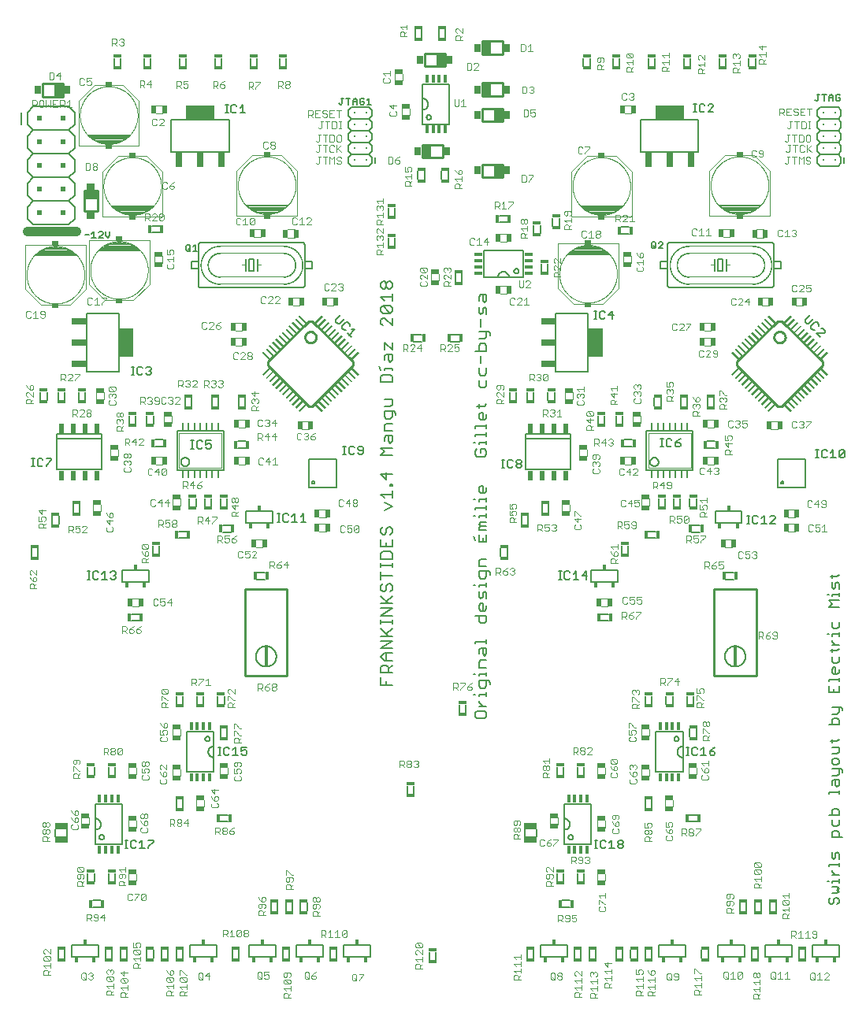
<source format=gto>
G75*
%MOIN*%
%OFA0B0*%
%FSLAX25Y25*%
%IPPOS*%
%LPD*%
%AMOC8*
5,1,8,0,0,1.08239X$1,22.5*
%
%ADD10C,0.00300*%
%ADD11C,0.00800*%
%ADD12C,0.00500*%
%ADD13C,0.04000*%
%ADD14C,0.01000*%
%ADD15R,0.00787X0.04134*%
%ADD16R,0.04134X0.00787*%
%ADD17C,0.00600*%
%ADD18C,0.00020*%
%ADD19C,0.00200*%
%ADD20C,0.00400*%
%ADD21R,0.01969X0.03740*%
%ADD22R,0.01000X0.01000*%
%ADD23R,0.00800X0.03300*%
%ADD24R,0.03400X0.01600*%
%ADD25R,0.01600X0.03400*%
%ADD26R,0.03740X0.01969*%
%ADD27R,0.01929X0.04331*%
%ADD28R,0.01800X0.02300*%
%ADD29R,0.02756X0.02362*%
%ADD30R,0.06000X0.12000*%
%ADD31R,0.06000X0.03000*%
%ADD32R,0.12000X0.06000*%
%ADD33R,0.03000X0.06000*%
%ADD34R,0.01181X0.03740*%
%ADD35R,0.01181X0.08268*%
%ADD36R,0.05512X0.02559*%
%ADD37R,0.02953X0.03346*%
%ADD38R,0.03543X0.05315*%
%ADD39R,0.03346X0.02953*%
%ADD40R,0.05315X0.03543*%
%ADD41R,0.02000X0.02000*%
%ADD42R,0.03740X0.01181*%
D10*
X0012191Y0014253D02*
X0012191Y0015704D01*
X0012674Y0016188D01*
X0013642Y0016188D01*
X0014126Y0015704D01*
X0014126Y0014253D01*
X0015093Y0014253D02*
X0012191Y0014253D01*
X0014126Y0015221D02*
X0015093Y0016188D01*
X0015093Y0017200D02*
X0015093Y0019135D01*
X0015093Y0018167D02*
X0012191Y0018167D01*
X0013158Y0017200D01*
X0012674Y0020146D02*
X0012191Y0020630D01*
X0012191Y0021597D01*
X0012674Y0022081D01*
X0014609Y0020146D01*
X0015093Y0020630D01*
X0015093Y0021597D01*
X0014609Y0022081D01*
X0012674Y0022081D01*
X0012674Y0023093D02*
X0012191Y0023576D01*
X0012191Y0024544D01*
X0012674Y0025028D01*
X0013158Y0025028D01*
X0015093Y0023093D01*
X0015093Y0025028D01*
X0014609Y0020146D02*
X0012674Y0020146D01*
X0028139Y0014674D02*
X0028623Y0015158D01*
X0029591Y0015158D01*
X0030074Y0014674D01*
X0030074Y0012739D01*
X0029591Y0012255D01*
X0028623Y0012255D01*
X0028139Y0012739D01*
X0028139Y0014674D01*
X0029107Y0013223D02*
X0030074Y0012255D01*
X0031086Y0012739D02*
X0031570Y0012255D01*
X0032537Y0012255D01*
X0033021Y0012739D01*
X0033021Y0013223D01*
X0032537Y0013706D01*
X0032053Y0013706D01*
X0032537Y0013706D02*
X0033021Y0014190D01*
X0033021Y0014674D01*
X0032537Y0015158D01*
X0031570Y0015158D01*
X0031086Y0014674D01*
X0038766Y0015033D02*
X0038766Y0016001D01*
X0039249Y0016484D01*
X0039733Y0016484D01*
X0040217Y0016001D01*
X0040701Y0016484D01*
X0041184Y0016484D01*
X0041668Y0016001D01*
X0041668Y0015033D01*
X0041184Y0014549D01*
X0041184Y0013538D02*
X0041668Y0013054D01*
X0041668Y0012087D01*
X0041184Y0011603D01*
X0039249Y0013538D01*
X0041184Y0013538D01*
X0039249Y0013538D02*
X0038766Y0013054D01*
X0038766Y0012087D01*
X0039249Y0011603D01*
X0041184Y0011603D01*
X0041668Y0010591D02*
X0041668Y0008656D01*
X0041668Y0009624D02*
X0038766Y0009624D01*
X0039733Y0008656D01*
X0039249Y0007645D02*
X0040217Y0007645D01*
X0040701Y0007161D01*
X0040701Y0005710D01*
X0041668Y0005710D02*
X0038766Y0005710D01*
X0038766Y0007161D01*
X0039249Y0007645D01*
X0040701Y0006677D02*
X0041668Y0007645D01*
X0044741Y0006428D02*
X0045225Y0006912D01*
X0046192Y0006912D01*
X0046676Y0006428D01*
X0046676Y0004977D01*
X0046676Y0005944D02*
X0047644Y0006912D01*
X0047644Y0007923D02*
X0047644Y0009858D01*
X0047644Y0008891D02*
X0044741Y0008891D01*
X0045709Y0007923D01*
X0044741Y0006428D02*
X0044741Y0004977D01*
X0047644Y0004977D01*
X0047160Y0010870D02*
X0045225Y0010870D01*
X0044741Y0011354D01*
X0044741Y0012321D01*
X0045225Y0012805D01*
X0047160Y0010870D01*
X0047644Y0011354D01*
X0047644Y0012321D01*
X0047160Y0012805D01*
X0045225Y0012805D01*
X0046192Y0013816D02*
X0046192Y0015751D01*
X0044741Y0015268D02*
X0046192Y0013816D01*
X0044741Y0015268D02*
X0047644Y0015268D01*
X0050183Y0017107D02*
X0050183Y0018559D01*
X0050667Y0019042D01*
X0051634Y0019042D01*
X0052118Y0018559D01*
X0052118Y0017107D01*
X0053085Y0017107D02*
X0050183Y0017107D01*
X0052118Y0018075D02*
X0053085Y0019042D01*
X0053085Y0020054D02*
X0053085Y0021989D01*
X0053085Y0021021D02*
X0050183Y0021021D01*
X0051150Y0020054D01*
X0050667Y0023001D02*
X0050183Y0023484D01*
X0050183Y0024452D01*
X0050667Y0024935D01*
X0052602Y0023001D01*
X0053085Y0023484D01*
X0053085Y0024452D01*
X0052602Y0024935D01*
X0050667Y0024935D01*
X0050183Y0025947D02*
X0051634Y0025947D01*
X0051150Y0026915D01*
X0051150Y0027398D01*
X0051634Y0027882D01*
X0052602Y0027882D01*
X0053085Y0027398D01*
X0053085Y0026431D01*
X0052602Y0025947D01*
X0050183Y0025947D02*
X0050183Y0027882D01*
X0050667Y0023001D02*
X0052602Y0023001D01*
X0064120Y0016219D02*
X0064604Y0015251D01*
X0065571Y0014284D01*
X0065571Y0015735D01*
X0066055Y0016219D01*
X0066539Y0016219D01*
X0067022Y0015735D01*
X0067022Y0014767D01*
X0066539Y0014284D01*
X0065571Y0014284D01*
X0064604Y0013272D02*
X0066539Y0013272D01*
X0067022Y0012788D01*
X0067022Y0011821D01*
X0066539Y0011337D01*
X0064604Y0013272D01*
X0064120Y0012788D01*
X0064120Y0011821D01*
X0064604Y0011337D01*
X0066539Y0011337D01*
X0067022Y0010326D02*
X0067022Y0008391D01*
X0067022Y0009358D02*
X0064120Y0009358D01*
X0065087Y0008391D01*
X0064604Y0007379D02*
X0065571Y0007379D01*
X0066055Y0006895D01*
X0066055Y0005444D01*
X0067022Y0005444D02*
X0064120Y0005444D01*
X0064120Y0006895D01*
X0064604Y0007379D01*
X0066055Y0006412D02*
X0067022Y0007379D01*
X0069868Y0006846D02*
X0070352Y0007330D01*
X0071319Y0007330D01*
X0071803Y0006846D01*
X0071803Y0005395D01*
X0071803Y0006362D02*
X0072770Y0007330D01*
X0072770Y0008341D02*
X0072770Y0010276D01*
X0072770Y0009309D02*
X0069868Y0009309D01*
X0070835Y0008341D01*
X0069868Y0006846D02*
X0069868Y0005395D01*
X0072770Y0005395D01*
X0072287Y0011288D02*
X0070352Y0011288D01*
X0069868Y0011772D01*
X0069868Y0012739D01*
X0070352Y0013223D01*
X0072287Y0011288D01*
X0072770Y0011772D01*
X0072770Y0012739D01*
X0072287Y0013223D01*
X0070352Y0013223D01*
X0069868Y0014234D02*
X0069868Y0016169D01*
X0070352Y0016169D01*
X0072287Y0014234D01*
X0072770Y0014234D01*
X0077549Y0014674D02*
X0078032Y0015158D01*
X0079000Y0015158D01*
X0079484Y0014674D01*
X0079484Y0012739D01*
X0079000Y0012255D01*
X0078032Y0012255D01*
X0077549Y0012739D01*
X0077549Y0014674D01*
X0078516Y0013223D02*
X0079484Y0012255D01*
X0080495Y0013706D02*
X0082430Y0013706D01*
X0081946Y0012255D02*
X0081946Y0015158D01*
X0080495Y0013706D01*
X0087962Y0030395D02*
X0087962Y0033297D01*
X0089413Y0033297D01*
X0089897Y0032814D01*
X0089897Y0031846D01*
X0089413Y0031362D01*
X0087962Y0031362D01*
X0088930Y0031362D02*
X0089897Y0030395D01*
X0090909Y0030395D02*
X0092844Y0030395D01*
X0091876Y0030395D02*
X0091876Y0033297D01*
X0090909Y0032330D01*
X0093855Y0032814D02*
X0094339Y0033297D01*
X0095306Y0033297D01*
X0095790Y0032814D01*
X0093855Y0030879D01*
X0094339Y0030395D01*
X0095306Y0030395D01*
X0095790Y0030879D01*
X0095790Y0032814D01*
X0096802Y0032814D02*
X0096802Y0032330D01*
X0097285Y0031846D01*
X0098253Y0031846D01*
X0098737Y0031362D01*
X0098737Y0030879D01*
X0098253Y0030395D01*
X0097285Y0030395D01*
X0096802Y0030879D01*
X0096802Y0031362D01*
X0097285Y0031846D01*
X0098253Y0031846D02*
X0098737Y0032330D01*
X0098737Y0032814D01*
X0098253Y0033297D01*
X0097285Y0033297D01*
X0096802Y0032814D01*
X0093855Y0032814D02*
X0093855Y0030879D01*
X0102978Y0039420D02*
X0102978Y0040872D01*
X0103462Y0041355D01*
X0104429Y0041355D01*
X0104913Y0040872D01*
X0104913Y0039420D01*
X0105881Y0039420D02*
X0102978Y0039420D01*
X0104913Y0040388D02*
X0105881Y0041355D01*
X0105397Y0042367D02*
X0105881Y0042851D01*
X0105881Y0043818D01*
X0105397Y0044302D01*
X0103462Y0044302D01*
X0102978Y0043818D01*
X0102978Y0042851D01*
X0103462Y0042367D01*
X0103946Y0042367D01*
X0104429Y0042851D01*
X0104429Y0044302D01*
X0104429Y0045314D02*
X0104429Y0046765D01*
X0104913Y0047248D01*
X0105397Y0047248D01*
X0105881Y0046765D01*
X0105881Y0045797D01*
X0105397Y0045314D01*
X0104429Y0045314D01*
X0103462Y0046281D01*
X0102978Y0047248D01*
X0114666Y0050626D02*
X0114666Y0052077D01*
X0115150Y0052561D01*
X0116117Y0052561D01*
X0116601Y0052077D01*
X0116601Y0050626D01*
X0117569Y0050626D02*
X0114666Y0050626D01*
X0116601Y0051594D02*
X0117569Y0052561D01*
X0117085Y0053573D02*
X0117569Y0054056D01*
X0117569Y0055024D01*
X0117085Y0055508D01*
X0115150Y0055508D01*
X0114666Y0055024D01*
X0114666Y0054056D01*
X0115150Y0053573D01*
X0115634Y0053573D01*
X0116117Y0054056D01*
X0116117Y0055508D01*
X0117085Y0056519D02*
X0117569Y0056519D01*
X0117085Y0056519D02*
X0115150Y0058454D01*
X0114666Y0058454D01*
X0114666Y0056519D01*
X0126010Y0046607D02*
X0126493Y0047091D01*
X0126977Y0047091D01*
X0127461Y0046607D01*
X0127461Y0045640D01*
X0126977Y0045156D01*
X0126493Y0045156D01*
X0126010Y0045640D01*
X0126010Y0046607D01*
X0127461Y0046607D02*
X0127945Y0047091D01*
X0128428Y0047091D01*
X0128912Y0046607D01*
X0128912Y0045640D01*
X0128428Y0045156D01*
X0127945Y0045156D01*
X0127461Y0045640D01*
X0127461Y0044144D02*
X0127461Y0042693D01*
X0126977Y0042210D01*
X0126493Y0042210D01*
X0126010Y0042693D01*
X0126010Y0043661D01*
X0126493Y0044144D01*
X0128428Y0044144D01*
X0128912Y0043661D01*
X0128912Y0042693D01*
X0128428Y0042210D01*
X0128912Y0041198D02*
X0127945Y0040230D01*
X0127945Y0040714D02*
X0127945Y0039263D01*
X0128912Y0039263D02*
X0126010Y0039263D01*
X0126010Y0040714D01*
X0126493Y0041198D01*
X0127461Y0041198D01*
X0127945Y0040714D01*
X0129606Y0033101D02*
X0131057Y0033101D01*
X0131541Y0032617D01*
X0131541Y0031649D01*
X0131057Y0031166D01*
X0129606Y0031166D01*
X0130573Y0031166D02*
X0131541Y0030198D01*
X0132552Y0030198D02*
X0134487Y0030198D01*
X0133520Y0030198D02*
X0133520Y0033101D01*
X0132552Y0032133D01*
X0135499Y0032133D02*
X0136466Y0033101D01*
X0136466Y0030198D01*
X0135499Y0030198D02*
X0137434Y0030198D01*
X0138445Y0030682D02*
X0140380Y0032617D01*
X0140380Y0030682D01*
X0139897Y0030198D01*
X0138929Y0030198D01*
X0138445Y0030682D01*
X0138445Y0032617D01*
X0138929Y0033101D01*
X0139897Y0033101D01*
X0140380Y0032617D01*
X0129606Y0033101D02*
X0129606Y0030198D01*
X0127430Y0015354D02*
X0126463Y0014871D01*
X0125495Y0013903D01*
X0126946Y0013903D01*
X0127430Y0013419D01*
X0127430Y0012936D01*
X0126946Y0012452D01*
X0125979Y0012452D01*
X0125495Y0012936D01*
X0125495Y0013903D01*
X0124484Y0012936D02*
X0124000Y0012452D01*
X0123032Y0012452D01*
X0122549Y0012936D01*
X0122549Y0014871D01*
X0123032Y0015354D01*
X0124000Y0015354D01*
X0124484Y0014871D01*
X0124484Y0012936D01*
X0124484Y0012452D02*
X0123516Y0013419D01*
X0116581Y0013828D02*
X0116581Y0014795D01*
X0116097Y0015279D01*
X0114162Y0015279D01*
X0113678Y0014795D01*
X0113678Y0013828D01*
X0114162Y0013344D01*
X0114646Y0013344D01*
X0115129Y0013828D01*
X0115129Y0015279D01*
X0116581Y0013828D02*
X0116097Y0013344D01*
X0116097Y0012332D02*
X0114162Y0012332D01*
X0116097Y0010398D01*
X0116581Y0010881D01*
X0116581Y0011849D01*
X0116097Y0012332D01*
X0116097Y0010398D02*
X0114162Y0010398D01*
X0113678Y0010881D01*
X0113678Y0011849D01*
X0114162Y0012332D01*
X0116581Y0009386D02*
X0116581Y0007451D01*
X0116581Y0008418D02*
X0113678Y0008418D01*
X0114646Y0007451D01*
X0115129Y0006439D02*
X0115613Y0005956D01*
X0115613Y0004504D01*
X0116581Y0004504D02*
X0113678Y0004504D01*
X0113678Y0005956D01*
X0114162Y0006439D01*
X0115129Y0006439D01*
X0115613Y0005472D02*
X0116581Y0006439D01*
X0107430Y0012936D02*
X0106946Y0012452D01*
X0105979Y0012452D01*
X0105495Y0012936D01*
X0105495Y0013903D02*
X0106463Y0014387D01*
X0106946Y0014387D01*
X0107430Y0013903D01*
X0107430Y0012936D01*
X0105495Y0013903D02*
X0105495Y0015354D01*
X0107430Y0015354D01*
X0104484Y0014871D02*
X0104484Y0012936D01*
X0104000Y0012452D01*
X0103032Y0012452D01*
X0102549Y0012936D01*
X0102549Y0014871D01*
X0103032Y0015354D01*
X0104000Y0015354D01*
X0104484Y0014871D01*
X0103516Y0013419D02*
X0104484Y0012452D01*
X0142605Y0012236D02*
X0143089Y0011752D01*
X0144057Y0011752D01*
X0144540Y0012236D01*
X0144540Y0014171D01*
X0144057Y0014654D01*
X0143089Y0014654D01*
X0142605Y0014171D01*
X0142605Y0012236D01*
X0143573Y0012719D02*
X0144540Y0011752D01*
X0145552Y0011752D02*
X0145552Y0012236D01*
X0147487Y0014171D01*
X0147487Y0014654D01*
X0145552Y0014654D01*
X0169435Y0016970D02*
X0169435Y0018421D01*
X0169919Y0018905D01*
X0170886Y0018905D01*
X0171370Y0018421D01*
X0171370Y0016970D01*
X0171370Y0017937D02*
X0172337Y0018905D01*
X0172337Y0019916D02*
X0172337Y0021851D01*
X0172337Y0020884D02*
X0169435Y0020884D01*
X0170402Y0019916D01*
X0169919Y0022863D02*
X0169435Y0023346D01*
X0169435Y0024314D01*
X0169919Y0024798D01*
X0170402Y0024798D01*
X0172337Y0022863D01*
X0172337Y0024798D01*
X0171854Y0025809D02*
X0169919Y0027744D01*
X0171854Y0027744D01*
X0172337Y0027260D01*
X0172337Y0026293D01*
X0171854Y0025809D01*
X0169919Y0025809D01*
X0169435Y0026293D01*
X0169435Y0027260D01*
X0169919Y0027744D01*
X0169435Y0016970D02*
X0172337Y0016970D01*
X0211010Y0016002D02*
X0213912Y0016002D01*
X0213912Y0016969D02*
X0213912Y0015034D01*
X0213912Y0014023D02*
X0212945Y0013055D01*
X0212945Y0013539D02*
X0212945Y0012088D01*
X0213912Y0012088D02*
X0211010Y0012088D01*
X0211010Y0013539D01*
X0211493Y0014023D01*
X0212461Y0014023D01*
X0212945Y0013539D01*
X0211977Y0015034D02*
X0211010Y0016002D01*
X0211977Y0017981D02*
X0211010Y0018948D01*
X0213912Y0018948D01*
X0213912Y0017981D02*
X0213912Y0019916D01*
X0213912Y0020927D02*
X0213912Y0022862D01*
X0213912Y0021895D02*
X0211010Y0021895D01*
X0211977Y0020927D01*
X0226564Y0014674D02*
X0227048Y0015158D01*
X0228016Y0015158D01*
X0228499Y0014674D01*
X0228499Y0012739D01*
X0228016Y0012255D01*
X0227048Y0012255D01*
X0226564Y0012739D01*
X0226564Y0014674D01*
X0227532Y0013223D02*
X0228499Y0012255D01*
X0229511Y0012739D02*
X0229995Y0012255D01*
X0230962Y0012255D01*
X0231446Y0012739D01*
X0231446Y0013223D01*
X0230962Y0013706D01*
X0229995Y0013706D01*
X0229511Y0014190D01*
X0229511Y0014674D01*
X0229995Y0015158D01*
X0230962Y0015158D01*
X0231446Y0014674D01*
X0231446Y0014190D01*
X0230962Y0013706D01*
X0229995Y0013706D02*
X0229511Y0013223D01*
X0229511Y0012739D01*
X0236797Y0011783D02*
X0239700Y0011783D01*
X0239700Y0012750D02*
X0239700Y0010815D01*
X0239700Y0009804D02*
X0239700Y0007869D01*
X0239700Y0008836D02*
X0236797Y0008836D01*
X0237765Y0007869D01*
X0238248Y0006857D02*
X0238732Y0006374D01*
X0238732Y0004922D01*
X0239700Y0004922D02*
X0236797Y0004922D01*
X0236797Y0006374D01*
X0237281Y0006857D01*
X0238248Y0006857D01*
X0238732Y0005890D02*
X0239700Y0006857D01*
X0243363Y0006034D02*
X0243847Y0006518D01*
X0244814Y0006518D01*
X0245298Y0006034D01*
X0245298Y0004583D01*
X0246266Y0004583D02*
X0243363Y0004583D01*
X0243363Y0006034D01*
X0244331Y0007530D02*
X0243363Y0008497D01*
X0246266Y0008497D01*
X0246266Y0007530D02*
X0246266Y0009465D01*
X0246266Y0010476D02*
X0246266Y0012411D01*
X0246266Y0011444D02*
X0243363Y0011444D01*
X0244331Y0010476D01*
X0243847Y0013423D02*
X0243363Y0013907D01*
X0243363Y0014874D01*
X0243847Y0015358D01*
X0244331Y0015358D01*
X0244814Y0014874D01*
X0245298Y0015358D01*
X0245782Y0015358D01*
X0246266Y0014874D01*
X0246266Y0013907D01*
X0245782Y0013423D01*
X0244814Y0014390D02*
X0244814Y0014874D01*
X0239700Y0015697D02*
X0239700Y0013762D01*
X0237765Y0015697D01*
X0237281Y0015697D01*
X0236797Y0015213D01*
X0236797Y0014246D01*
X0237281Y0013762D01*
X0236797Y0011783D02*
X0237765Y0010815D01*
X0245298Y0005551D02*
X0246266Y0006518D01*
X0249395Y0008840D02*
X0249395Y0010291D01*
X0249879Y0010775D01*
X0250847Y0010775D01*
X0251330Y0010291D01*
X0251330Y0008840D01*
X0251330Y0009807D02*
X0252298Y0010775D01*
X0252298Y0011786D02*
X0252298Y0013721D01*
X0252298Y0012754D02*
X0249395Y0012754D01*
X0250363Y0011786D01*
X0250363Y0014733D02*
X0249395Y0015700D01*
X0252298Y0015700D01*
X0252298Y0014733D02*
X0252298Y0016668D01*
X0250847Y0017679D02*
X0250847Y0019614D01*
X0252298Y0019131D02*
X0249395Y0019131D01*
X0250847Y0017679D01*
X0252298Y0008840D02*
X0249395Y0008840D01*
X0262742Y0009555D02*
X0265644Y0009555D01*
X0265644Y0010522D02*
X0265644Y0008587D01*
X0265644Y0007576D02*
X0264677Y0006608D01*
X0264677Y0007092D02*
X0264677Y0005641D01*
X0265644Y0005641D02*
X0262742Y0005641D01*
X0262742Y0007092D01*
X0263226Y0007576D01*
X0264193Y0007576D01*
X0264677Y0007092D01*
X0263709Y0008587D02*
X0262742Y0009555D01*
X0263709Y0011534D02*
X0262742Y0012501D01*
X0265644Y0012501D01*
X0265644Y0011534D02*
X0265644Y0013469D01*
X0265161Y0014480D02*
X0265644Y0014964D01*
X0265644Y0015932D01*
X0265161Y0016415D01*
X0264193Y0016415D01*
X0263709Y0015932D01*
X0263709Y0015448D01*
X0264193Y0014480D01*
X0262742Y0014480D01*
X0262742Y0016415D01*
X0267703Y0016169D02*
X0268186Y0015202D01*
X0269154Y0014234D01*
X0269154Y0015686D01*
X0269638Y0016169D01*
X0270121Y0016169D01*
X0270605Y0015686D01*
X0270605Y0014718D01*
X0270121Y0014234D01*
X0269154Y0014234D01*
X0270605Y0013223D02*
X0270605Y0011288D01*
X0270605Y0012255D02*
X0267703Y0012255D01*
X0268670Y0011288D01*
X0270605Y0010276D02*
X0270605Y0008341D01*
X0270605Y0009309D02*
X0267703Y0009309D01*
X0268670Y0008341D01*
X0268186Y0007330D02*
X0269154Y0007330D01*
X0269638Y0006846D01*
X0269638Y0005395D01*
X0270605Y0005395D02*
X0267703Y0005395D01*
X0267703Y0006846D01*
X0268186Y0007330D01*
X0269638Y0006362D02*
X0270605Y0007330D01*
X0275777Y0012542D02*
X0276261Y0012058D01*
X0277228Y0012058D01*
X0277712Y0012542D01*
X0277712Y0014477D01*
X0277228Y0014961D01*
X0276261Y0014961D01*
X0275777Y0014477D01*
X0275777Y0012542D01*
X0276745Y0013026D02*
X0277712Y0012058D01*
X0278724Y0012542D02*
X0279207Y0012058D01*
X0280175Y0012058D01*
X0280659Y0012542D01*
X0280659Y0014477D01*
X0280175Y0014961D01*
X0279207Y0014961D01*
X0278724Y0014477D01*
X0278724Y0013993D01*
X0279207Y0013509D01*
X0280659Y0013509D01*
X0287388Y0012777D02*
X0290290Y0012777D01*
X0290290Y0011810D02*
X0290290Y0013745D01*
X0290290Y0014756D02*
X0289806Y0014756D01*
X0287871Y0016691D01*
X0287388Y0016691D01*
X0287388Y0014756D01*
X0287388Y0012777D02*
X0288355Y0011810D01*
X0290290Y0010798D02*
X0290290Y0008863D01*
X0290290Y0009831D02*
X0287388Y0009831D01*
X0288355Y0008863D01*
X0287871Y0007852D02*
X0288839Y0007852D01*
X0289323Y0007368D01*
X0289323Y0005917D01*
X0289323Y0006884D02*
X0290290Y0007852D01*
X0290290Y0005917D02*
X0287388Y0005917D01*
X0287388Y0007368D01*
X0287871Y0007852D01*
X0299793Y0013133D02*
X0300277Y0012649D01*
X0301244Y0012649D01*
X0301728Y0013133D01*
X0301728Y0015068D01*
X0301244Y0015551D01*
X0300277Y0015551D01*
X0299793Y0015068D01*
X0299793Y0013133D01*
X0300760Y0013616D02*
X0301728Y0012649D01*
X0302739Y0012649D02*
X0304674Y0012649D01*
X0303707Y0012649D02*
X0303707Y0015551D01*
X0302739Y0014584D01*
X0305686Y0015068D02*
X0306170Y0015551D01*
X0307137Y0015551D01*
X0307621Y0015068D01*
X0305686Y0013133D01*
X0306170Y0012649D01*
X0307137Y0012649D01*
X0307621Y0013133D01*
X0307621Y0015068D01*
X0305686Y0015068D02*
X0305686Y0013133D01*
X0312300Y0013631D02*
X0312300Y0014598D01*
X0312784Y0015082D01*
X0313268Y0015082D01*
X0313751Y0014598D01*
X0313751Y0013631D01*
X0313268Y0013147D01*
X0312784Y0013147D01*
X0312300Y0013631D01*
X0313751Y0013631D02*
X0314235Y0013147D01*
X0314719Y0013147D01*
X0315203Y0013631D01*
X0315203Y0014598D01*
X0314719Y0015082D01*
X0314235Y0015082D01*
X0313751Y0014598D01*
X0315203Y0012136D02*
X0315203Y0010201D01*
X0315203Y0011168D02*
X0312300Y0011168D01*
X0313268Y0010201D01*
X0315203Y0009189D02*
X0315203Y0007254D01*
X0315203Y0008222D02*
X0312300Y0008222D01*
X0313268Y0007254D01*
X0313751Y0006243D02*
X0314235Y0005759D01*
X0314235Y0004308D01*
X0314235Y0005275D02*
X0315203Y0006243D01*
X0313751Y0006243D02*
X0312784Y0006243D01*
X0312300Y0005759D01*
X0312300Y0004308D01*
X0315203Y0004308D01*
X0320277Y0012452D02*
X0319793Y0012936D01*
X0319793Y0014871D01*
X0320277Y0015354D01*
X0321244Y0015354D01*
X0321728Y0014871D01*
X0321728Y0012936D01*
X0321244Y0012452D01*
X0320277Y0012452D01*
X0320760Y0013419D02*
X0321728Y0012452D01*
X0322739Y0012452D02*
X0324674Y0012452D01*
X0323707Y0012452D02*
X0323707Y0015354D01*
X0322739Y0014387D01*
X0325686Y0014387D02*
X0326653Y0015354D01*
X0326653Y0012452D01*
X0325686Y0012452D02*
X0327621Y0012452D01*
X0336509Y0012629D02*
X0336993Y0012146D01*
X0337961Y0012146D01*
X0338444Y0012629D01*
X0338444Y0014564D01*
X0337961Y0015048D01*
X0336993Y0015048D01*
X0336509Y0014564D01*
X0336509Y0012629D01*
X0337477Y0013113D02*
X0338444Y0012146D01*
X0339456Y0012146D02*
X0341391Y0012146D01*
X0340423Y0012146D02*
X0340423Y0015048D01*
X0339456Y0014081D01*
X0342402Y0014564D02*
X0342886Y0015048D01*
X0343854Y0015048D01*
X0344337Y0014564D01*
X0344337Y0014081D01*
X0342402Y0012146D01*
X0344337Y0012146D01*
X0338716Y0030001D02*
X0337748Y0030001D01*
X0337264Y0030485D01*
X0337748Y0031452D02*
X0339199Y0031452D01*
X0339199Y0030485D02*
X0339199Y0032420D01*
X0338716Y0032904D01*
X0337748Y0032904D01*
X0337264Y0032420D01*
X0337264Y0031936D01*
X0337748Y0031452D01*
X0339199Y0030485D02*
X0338716Y0030001D01*
X0336253Y0030001D02*
X0334318Y0030001D01*
X0335285Y0030001D02*
X0335285Y0032904D01*
X0334318Y0031936D01*
X0333306Y0030001D02*
X0331371Y0030001D01*
X0332339Y0030001D02*
X0332339Y0032904D01*
X0331371Y0031936D01*
X0330360Y0031452D02*
X0329876Y0030969D01*
X0328425Y0030969D01*
X0329392Y0030969D02*
X0330360Y0030001D01*
X0330360Y0031452D02*
X0330360Y0032420D01*
X0329876Y0032904D01*
X0328425Y0032904D01*
X0328425Y0030001D01*
X0327534Y0038082D02*
X0324632Y0038082D01*
X0324632Y0039533D01*
X0325115Y0040017D01*
X0326083Y0040017D01*
X0326567Y0039533D01*
X0326567Y0038082D01*
X0326567Y0039049D02*
X0327534Y0040017D01*
X0327534Y0041028D02*
X0327534Y0042963D01*
X0327534Y0041996D02*
X0324632Y0041996D01*
X0325599Y0041028D01*
X0325115Y0043975D02*
X0324632Y0044459D01*
X0324632Y0045426D01*
X0325115Y0045910D01*
X0327050Y0043975D01*
X0327534Y0044459D01*
X0327534Y0045426D01*
X0327050Y0045910D01*
X0325115Y0045910D01*
X0325599Y0046921D02*
X0324632Y0047889D01*
X0327534Y0047889D01*
X0327534Y0048856D02*
X0327534Y0046921D01*
X0327050Y0043975D02*
X0325115Y0043975D01*
X0315600Y0051020D02*
X0312698Y0051020D01*
X0312698Y0052471D01*
X0313181Y0052955D01*
X0314149Y0052955D01*
X0314633Y0052471D01*
X0314633Y0051020D01*
X0314633Y0051987D02*
X0315600Y0052955D01*
X0315600Y0053966D02*
X0315600Y0055901D01*
X0315600Y0054934D02*
X0312698Y0054934D01*
X0313665Y0053966D01*
X0313181Y0056913D02*
X0312698Y0057397D01*
X0312698Y0058364D01*
X0313181Y0058848D01*
X0315116Y0056913D01*
X0315600Y0057397D01*
X0315600Y0058364D01*
X0315116Y0058848D01*
X0313181Y0058848D01*
X0313181Y0059859D02*
X0312698Y0060343D01*
X0312698Y0061311D01*
X0313181Y0061794D01*
X0315116Y0059859D01*
X0315600Y0060343D01*
X0315600Y0061311D01*
X0315116Y0061794D01*
X0313181Y0061794D01*
X0313181Y0059859D02*
X0315116Y0059859D01*
X0315116Y0056913D02*
X0313181Y0056913D01*
X0303912Y0047946D02*
X0303428Y0048430D01*
X0301493Y0048430D01*
X0301010Y0047946D01*
X0301010Y0046978D01*
X0301493Y0046495D01*
X0301977Y0046495D01*
X0302461Y0046978D01*
X0302461Y0048430D01*
X0303912Y0047946D02*
X0303912Y0046978D01*
X0303428Y0046495D01*
X0303428Y0045483D02*
X0301493Y0045483D01*
X0301010Y0044999D01*
X0301010Y0044032D01*
X0301493Y0043548D01*
X0301977Y0043548D01*
X0302461Y0044032D01*
X0302461Y0045483D01*
X0303428Y0045483D02*
X0303912Y0044999D01*
X0303912Y0044032D01*
X0303428Y0043548D01*
X0303912Y0042537D02*
X0302945Y0041569D01*
X0302945Y0042053D02*
X0302945Y0040602D01*
X0303912Y0040602D02*
X0301010Y0040602D01*
X0301010Y0042053D01*
X0301493Y0042537D01*
X0302461Y0042537D01*
X0302945Y0042053D01*
X0277721Y0071083D02*
X0278205Y0071567D01*
X0278205Y0072534D01*
X0277721Y0073018D01*
X0277721Y0074029D02*
X0278205Y0074513D01*
X0278205Y0075481D01*
X0277721Y0075964D01*
X0277237Y0075964D01*
X0276753Y0075481D01*
X0276753Y0074029D01*
X0277721Y0074029D01*
X0276753Y0074029D02*
X0275786Y0074997D01*
X0275302Y0075964D01*
X0275302Y0076976D02*
X0276753Y0076976D01*
X0276270Y0077943D01*
X0276270Y0078427D01*
X0276753Y0078911D01*
X0277721Y0078911D01*
X0278205Y0078427D01*
X0278205Y0077460D01*
X0277721Y0076976D01*
X0275302Y0076976D02*
X0275302Y0078911D01*
X0275786Y0073018D02*
X0275302Y0072534D01*
X0275302Y0071567D01*
X0275786Y0071083D01*
X0277721Y0071083D01*
X0282106Y0073141D02*
X0282106Y0076043D01*
X0283557Y0076043D01*
X0284041Y0075560D01*
X0284041Y0074592D01*
X0283557Y0074108D01*
X0282106Y0074108D01*
X0283073Y0074108D02*
X0284041Y0073141D01*
X0285052Y0073625D02*
X0285052Y0074108D01*
X0285536Y0074592D01*
X0286504Y0074592D01*
X0286987Y0074108D01*
X0286987Y0073625D01*
X0286504Y0073141D01*
X0285536Y0073141D01*
X0285052Y0073625D01*
X0285536Y0074592D02*
X0285052Y0075076D01*
X0285052Y0075560D01*
X0285536Y0076043D01*
X0286504Y0076043D01*
X0286987Y0075560D01*
X0286987Y0075076D01*
X0286504Y0074592D01*
X0287999Y0073625D02*
X0287999Y0073141D01*
X0287999Y0073625D02*
X0289934Y0075560D01*
X0289934Y0076043D01*
X0287999Y0076043D01*
X0269356Y0075166D02*
X0269356Y0074198D01*
X0268872Y0073714D01*
X0268389Y0073714D01*
X0267905Y0074198D01*
X0267905Y0075166D01*
X0268389Y0075649D01*
X0268872Y0075649D01*
X0269356Y0075166D01*
X0267905Y0075166D02*
X0267421Y0075649D01*
X0266937Y0075649D01*
X0266454Y0075166D01*
X0266454Y0074198D01*
X0266937Y0073714D01*
X0267421Y0073714D01*
X0267905Y0074198D01*
X0267905Y0072703D02*
X0268389Y0072219D01*
X0268389Y0070768D01*
X0269356Y0070768D02*
X0266454Y0070768D01*
X0266454Y0072219D01*
X0266937Y0072703D01*
X0267905Y0072703D01*
X0268389Y0071735D02*
X0269356Y0072703D01*
X0268872Y0076661D02*
X0269356Y0077145D01*
X0269356Y0078112D01*
X0268872Y0078596D01*
X0267905Y0078596D01*
X0267421Y0078112D01*
X0267421Y0077628D01*
X0267905Y0076661D01*
X0266454Y0076661D01*
X0266454Y0078596D01*
X0255526Y0078572D02*
X0255043Y0079056D01*
X0254559Y0079056D01*
X0254075Y0078572D01*
X0254075Y0077121D01*
X0255043Y0077121D01*
X0255526Y0077605D01*
X0255526Y0078572D01*
X0255043Y0080067D02*
X0255526Y0080551D01*
X0255526Y0081519D01*
X0255043Y0082002D01*
X0253108Y0082002D01*
X0252624Y0081519D01*
X0252624Y0080551D01*
X0253108Y0080067D01*
X0253591Y0080067D01*
X0254075Y0080551D01*
X0254075Y0082002D01*
X0252624Y0079056D02*
X0253108Y0078088D01*
X0254075Y0077121D01*
X0253108Y0076109D02*
X0252624Y0075626D01*
X0252624Y0074658D01*
X0253108Y0074174D01*
X0255043Y0074174D01*
X0255526Y0074658D01*
X0255526Y0075626D01*
X0255043Y0076109D01*
X0243132Y0063826D02*
X0243132Y0063342D01*
X0242648Y0062859D01*
X0243132Y0062375D01*
X0243132Y0061891D01*
X0242648Y0061407D01*
X0241680Y0061407D01*
X0241197Y0061891D01*
X0240185Y0061891D02*
X0240185Y0063826D01*
X0239701Y0064310D01*
X0238734Y0064310D01*
X0238250Y0063826D01*
X0238250Y0063342D01*
X0238734Y0062859D01*
X0240185Y0062859D01*
X0240185Y0061891D02*
X0239701Y0061407D01*
X0238734Y0061407D01*
X0238250Y0061891D01*
X0237239Y0061407D02*
X0236271Y0062375D01*
X0236755Y0062375D02*
X0235304Y0062375D01*
X0235304Y0061407D02*
X0235304Y0064310D01*
X0236755Y0064310D01*
X0237239Y0063826D01*
X0237239Y0062859D01*
X0236755Y0062375D01*
X0241197Y0063826D02*
X0241680Y0064310D01*
X0242648Y0064310D01*
X0243132Y0063826D01*
X0242648Y0062859D02*
X0242164Y0062859D01*
X0246887Y0047943D02*
X0249789Y0047943D01*
X0249789Y0046976D02*
X0249789Y0048911D01*
X0247854Y0046976D02*
X0246887Y0047943D01*
X0246887Y0045964D02*
X0247371Y0045964D01*
X0249306Y0044029D01*
X0249789Y0044029D01*
X0249306Y0043018D02*
X0249789Y0042534D01*
X0249789Y0041567D01*
X0249306Y0041083D01*
X0247371Y0041083D01*
X0246887Y0041567D01*
X0246887Y0042534D01*
X0247371Y0043018D01*
X0246887Y0044029D02*
X0246887Y0045964D01*
X0237531Y0039615D02*
X0235596Y0039615D01*
X0235596Y0038164D01*
X0236564Y0038648D01*
X0237048Y0038648D01*
X0237531Y0038164D01*
X0237531Y0037196D01*
X0237048Y0036713D01*
X0236080Y0036713D01*
X0235596Y0037196D01*
X0234585Y0037196D02*
X0234585Y0039131D01*
X0234101Y0039615D01*
X0233134Y0039615D01*
X0232650Y0039131D01*
X0232650Y0038648D01*
X0233134Y0038164D01*
X0234585Y0038164D01*
X0234585Y0037196D02*
X0234101Y0036713D01*
X0233134Y0036713D01*
X0232650Y0037196D01*
X0231638Y0036713D02*
X0230671Y0037680D01*
X0231155Y0037680D02*
X0229703Y0037680D01*
X0229703Y0036713D02*
X0229703Y0039615D01*
X0231155Y0039615D01*
X0231638Y0039131D01*
X0231638Y0038164D01*
X0231155Y0037680D01*
X0227633Y0052009D02*
X0224730Y0052009D01*
X0224730Y0053460D01*
X0225214Y0053944D01*
X0226181Y0053944D01*
X0226665Y0053460D01*
X0226665Y0052009D01*
X0226665Y0052977D02*
X0227633Y0053944D01*
X0227149Y0054956D02*
X0227633Y0055439D01*
X0227633Y0056407D01*
X0227149Y0056891D01*
X0225214Y0056891D01*
X0224730Y0056407D01*
X0224730Y0055439D01*
X0225214Y0054956D01*
X0225698Y0054956D01*
X0226181Y0055439D01*
X0226181Y0056891D01*
X0225214Y0057902D02*
X0224730Y0058386D01*
X0224730Y0059353D01*
X0225214Y0059837D01*
X0225698Y0059837D01*
X0227633Y0057902D01*
X0227633Y0059837D01*
X0227840Y0068750D02*
X0227840Y0069234D01*
X0229775Y0071169D01*
X0229775Y0071652D01*
X0227840Y0071652D01*
X0226829Y0071652D02*
X0225861Y0071169D01*
X0224894Y0070201D01*
X0226345Y0070201D01*
X0226829Y0069717D01*
X0226829Y0069234D01*
X0226345Y0068750D01*
X0225378Y0068750D01*
X0224894Y0069234D01*
X0224894Y0070201D01*
X0223882Y0069234D02*
X0223399Y0068750D01*
X0222431Y0068750D01*
X0221947Y0069234D01*
X0221947Y0071169D01*
X0222431Y0071652D01*
X0223399Y0071652D01*
X0223882Y0071169D01*
X0213844Y0071762D02*
X0210942Y0071762D01*
X0210942Y0073213D01*
X0211426Y0073697D01*
X0212393Y0073697D01*
X0212877Y0073213D01*
X0212877Y0071762D01*
X0212877Y0072730D02*
X0213844Y0073697D01*
X0213361Y0074709D02*
X0212877Y0074709D01*
X0212393Y0075192D01*
X0212393Y0076160D01*
X0212877Y0076644D01*
X0213361Y0076644D01*
X0213844Y0076160D01*
X0213844Y0075192D01*
X0213361Y0074709D01*
X0212393Y0075192D02*
X0211909Y0074709D01*
X0211426Y0074709D01*
X0210942Y0075192D01*
X0210942Y0076160D01*
X0211426Y0076644D01*
X0211909Y0076644D01*
X0212393Y0076160D01*
X0211909Y0077655D02*
X0212393Y0078139D01*
X0212393Y0079590D01*
X0211426Y0079590D02*
X0210942Y0079106D01*
X0210942Y0078139D01*
X0211426Y0077655D01*
X0211909Y0077655D01*
X0213361Y0077655D02*
X0213844Y0078139D01*
X0213844Y0079106D01*
X0213361Y0079590D01*
X0211426Y0079590D01*
X0223254Y0097865D02*
X0223254Y0099317D01*
X0223737Y0099800D01*
X0224705Y0099800D01*
X0225189Y0099317D01*
X0225189Y0097865D01*
X0226156Y0097865D02*
X0223254Y0097865D01*
X0225189Y0098833D02*
X0226156Y0099800D01*
X0225672Y0100812D02*
X0225189Y0100812D01*
X0224705Y0101296D01*
X0224705Y0102263D01*
X0225189Y0102747D01*
X0225672Y0102747D01*
X0226156Y0102263D01*
X0226156Y0101296D01*
X0225672Y0100812D01*
X0224705Y0101296D02*
X0224221Y0100812D01*
X0223737Y0100812D01*
X0223254Y0101296D01*
X0223254Y0102263D01*
X0223737Y0102747D01*
X0224221Y0102747D01*
X0224705Y0102263D01*
X0224221Y0103758D02*
X0223254Y0104726D01*
X0226156Y0104726D01*
X0226156Y0105693D02*
X0226156Y0103758D01*
X0236219Y0107628D02*
X0236219Y0110530D01*
X0237670Y0110530D01*
X0238154Y0110047D01*
X0238154Y0109079D01*
X0237670Y0108595D01*
X0236219Y0108595D01*
X0237187Y0108595D02*
X0238154Y0107628D01*
X0239166Y0108112D02*
X0239166Y0108595D01*
X0239649Y0109079D01*
X0240617Y0109079D01*
X0241101Y0108595D01*
X0241101Y0108112D01*
X0240617Y0107628D01*
X0239649Y0107628D01*
X0239166Y0108112D01*
X0239649Y0109079D02*
X0239166Y0109563D01*
X0239166Y0110047D01*
X0239649Y0110530D01*
X0240617Y0110530D01*
X0241101Y0110047D01*
X0241101Y0109563D01*
X0240617Y0109079D01*
X0242112Y0110047D02*
X0242596Y0110530D01*
X0243563Y0110530D01*
X0244047Y0110047D01*
X0244047Y0109563D01*
X0242112Y0107628D01*
X0244047Y0107628D01*
X0251887Y0105110D02*
X0252371Y0105594D01*
X0254306Y0103659D01*
X0254789Y0104143D01*
X0254789Y0105110D01*
X0254306Y0105594D01*
X0252371Y0105594D01*
X0251887Y0105110D02*
X0251887Y0104143D01*
X0252371Y0103659D01*
X0254306Y0103659D01*
X0254306Y0102647D02*
X0253822Y0102647D01*
X0253338Y0102164D01*
X0253338Y0100712D01*
X0254306Y0100712D01*
X0254789Y0101196D01*
X0254789Y0102164D01*
X0254306Y0102647D01*
X0252371Y0101680D02*
X0253338Y0100712D01*
X0252371Y0101680D02*
X0251887Y0102647D01*
X0252371Y0099701D02*
X0251887Y0099217D01*
X0251887Y0098250D01*
X0252371Y0097766D01*
X0254306Y0097766D01*
X0254789Y0098250D01*
X0254789Y0099217D01*
X0254306Y0099701D01*
X0260046Y0100187D02*
X0260530Y0099219D01*
X0261498Y0098252D01*
X0261498Y0099703D01*
X0261981Y0100187D01*
X0262465Y0100187D01*
X0262949Y0099703D01*
X0262949Y0098736D01*
X0262465Y0098252D01*
X0261498Y0098252D01*
X0262465Y0097240D02*
X0262949Y0096757D01*
X0262949Y0095789D01*
X0262465Y0095305D01*
X0260530Y0095305D01*
X0260046Y0095789D01*
X0260046Y0096757D01*
X0260530Y0097240D01*
X0260530Y0101198D02*
X0260046Y0101682D01*
X0260046Y0102650D01*
X0260530Y0103133D01*
X0261014Y0103133D01*
X0261498Y0102650D01*
X0261981Y0103133D01*
X0262465Y0103133D01*
X0262949Y0102650D01*
X0262949Y0101682D01*
X0262465Y0101198D01*
X0261498Y0102166D02*
X0261498Y0102650D01*
X0262150Y0113022D02*
X0262634Y0113506D01*
X0262634Y0114473D01*
X0262150Y0114957D01*
X0262150Y0115968D02*
X0262634Y0116452D01*
X0262634Y0117420D01*
X0262150Y0117903D01*
X0261183Y0117903D01*
X0260699Y0117420D01*
X0260699Y0116936D01*
X0261183Y0115968D01*
X0259731Y0115968D01*
X0259731Y0117903D01*
X0259731Y0118915D02*
X0259731Y0120850D01*
X0260215Y0120850D01*
X0262150Y0118915D01*
X0262634Y0118915D01*
X0260215Y0114957D02*
X0259731Y0114473D01*
X0259731Y0113506D01*
X0260215Y0113022D01*
X0262150Y0113022D01*
X0263082Y0127048D02*
X0263082Y0128500D01*
X0262599Y0128983D01*
X0261631Y0128983D01*
X0261147Y0128500D01*
X0261147Y0127048D01*
X0264050Y0127048D01*
X0263082Y0128016D02*
X0264050Y0128983D01*
X0264050Y0129995D02*
X0263566Y0129995D01*
X0261631Y0131930D01*
X0261147Y0131930D01*
X0261147Y0129995D01*
X0261631Y0132941D02*
X0261147Y0133425D01*
X0261147Y0134393D01*
X0261631Y0134876D01*
X0262115Y0134876D01*
X0262599Y0134393D01*
X0263082Y0134876D01*
X0263566Y0134876D01*
X0264050Y0134393D01*
X0264050Y0133425D01*
X0263566Y0132941D01*
X0262599Y0133909D02*
X0262599Y0134393D01*
X0273159Y0136950D02*
X0273159Y0139852D01*
X0274610Y0139852D01*
X0275094Y0139369D01*
X0275094Y0138401D01*
X0274610Y0137917D01*
X0273159Y0137917D01*
X0274126Y0137917D02*
X0275094Y0136950D01*
X0276105Y0136950D02*
X0276105Y0137434D01*
X0278040Y0139369D01*
X0278040Y0139852D01*
X0276105Y0139852D01*
X0279052Y0138401D02*
X0280987Y0138401D01*
X0280503Y0136950D02*
X0280503Y0139852D01*
X0279052Y0138401D01*
X0288510Y0135447D02*
X0288510Y0133512D01*
X0289961Y0133512D01*
X0289477Y0134480D01*
X0289477Y0134964D01*
X0289961Y0135447D01*
X0290928Y0135447D01*
X0291412Y0134964D01*
X0291412Y0133996D01*
X0290928Y0133512D01*
X0288993Y0132501D02*
X0290928Y0130566D01*
X0291412Y0130566D01*
X0291412Y0129554D02*
X0290445Y0128587D01*
X0290445Y0129071D02*
X0290445Y0127619D01*
X0291412Y0127619D02*
X0288510Y0127619D01*
X0288510Y0129071D01*
X0288993Y0129554D01*
X0289961Y0129554D01*
X0290445Y0129071D01*
X0288510Y0130566D02*
X0288510Y0132501D01*
X0288993Y0132501D01*
X0291455Y0121391D02*
X0291939Y0121391D01*
X0292423Y0120907D01*
X0292423Y0119940D01*
X0291939Y0119456D01*
X0291455Y0119456D01*
X0290971Y0119940D01*
X0290971Y0120907D01*
X0291455Y0121391D01*
X0292423Y0120907D02*
X0292906Y0121391D01*
X0293390Y0121391D01*
X0293874Y0120907D01*
X0293874Y0119940D01*
X0293390Y0119456D01*
X0292906Y0119456D01*
X0292423Y0119940D01*
X0291455Y0118445D02*
X0293390Y0116510D01*
X0293874Y0116510D01*
X0293874Y0115498D02*
X0292906Y0114531D01*
X0292906Y0115014D02*
X0292906Y0113563D01*
X0293874Y0113563D02*
X0290971Y0113563D01*
X0290971Y0115014D01*
X0291455Y0115498D01*
X0292423Y0115498D01*
X0292906Y0115014D01*
X0290971Y0116510D02*
X0290971Y0118445D01*
X0291455Y0118445D01*
X0293282Y0104689D02*
X0293282Y0102754D01*
X0293282Y0103722D02*
X0290380Y0103722D01*
X0291347Y0102754D01*
X0290380Y0101743D02*
X0290863Y0100775D01*
X0291831Y0099808D01*
X0291831Y0101259D01*
X0292315Y0101743D01*
X0292798Y0101743D01*
X0293282Y0101259D01*
X0293282Y0100292D01*
X0292798Y0099808D01*
X0291831Y0099808D01*
X0292798Y0098796D02*
X0293282Y0098313D01*
X0293282Y0097345D01*
X0292798Y0096861D01*
X0290863Y0096861D01*
X0290380Y0097345D01*
X0290380Y0098313D01*
X0290863Y0098796D01*
X0314605Y0156462D02*
X0314605Y0159364D01*
X0316056Y0159364D01*
X0316540Y0158880D01*
X0316540Y0157913D01*
X0316056Y0157429D01*
X0314605Y0157429D01*
X0315572Y0157429D02*
X0316540Y0156462D01*
X0317551Y0156945D02*
X0318035Y0156462D01*
X0319003Y0156462D01*
X0319486Y0156945D01*
X0319486Y0157429D01*
X0319003Y0157913D01*
X0317551Y0157913D01*
X0317551Y0156945D01*
X0317551Y0157913D02*
X0318519Y0158880D01*
X0319486Y0159364D01*
X0320498Y0158880D02*
X0320498Y0158397D01*
X0320982Y0157913D01*
X0322433Y0157913D01*
X0322433Y0158880D02*
X0321949Y0159364D01*
X0320982Y0159364D01*
X0320498Y0158880D01*
X0320498Y0156945D02*
X0320982Y0156462D01*
X0321949Y0156462D01*
X0322433Y0156945D01*
X0322433Y0158880D01*
X0299174Y0186186D02*
X0298206Y0186186D01*
X0297722Y0186670D01*
X0297722Y0187637D02*
X0298690Y0188121D01*
X0299174Y0188121D01*
X0299657Y0187637D01*
X0299657Y0186670D01*
X0299174Y0186186D01*
X0297722Y0187637D02*
X0297722Y0189088D01*
X0299657Y0189088D01*
X0296711Y0189088D02*
X0295743Y0188605D01*
X0294776Y0187637D01*
X0296227Y0187637D01*
X0296711Y0187154D01*
X0296711Y0186670D01*
X0296227Y0186186D01*
X0295260Y0186186D01*
X0294776Y0186670D01*
X0294776Y0187637D01*
X0293764Y0187637D02*
X0293280Y0187154D01*
X0291829Y0187154D01*
X0292797Y0187154D02*
X0293764Y0186186D01*
X0293764Y0187637D02*
X0293764Y0188605D01*
X0293280Y0189088D01*
X0291829Y0189088D01*
X0291829Y0186186D01*
X0290075Y0197234D02*
X0290075Y0197718D01*
X0292010Y0199653D01*
X0292010Y0200137D01*
X0290075Y0200137D01*
X0289063Y0200137D02*
X0287128Y0200137D01*
X0287128Y0198685D01*
X0288096Y0199169D01*
X0288579Y0199169D01*
X0289063Y0198685D01*
X0289063Y0197718D01*
X0288579Y0197234D01*
X0287612Y0197234D01*
X0287128Y0197718D01*
X0286117Y0197234D02*
X0285149Y0198202D01*
X0285633Y0198202D02*
X0284182Y0198202D01*
X0284182Y0197234D02*
X0284182Y0200137D01*
X0285633Y0200137D01*
X0286117Y0199653D01*
X0286117Y0198685D01*
X0285633Y0198202D01*
X0284420Y0205591D02*
X0283452Y0205591D01*
X0282968Y0206074D01*
X0284903Y0208009D01*
X0284903Y0206074D01*
X0284420Y0205591D01*
X0282968Y0206074D02*
X0282968Y0208009D01*
X0283452Y0208493D01*
X0284420Y0208493D01*
X0284903Y0208009D01*
X0281957Y0208493D02*
X0280022Y0208493D01*
X0280022Y0207042D01*
X0280989Y0207526D01*
X0281473Y0207526D01*
X0281957Y0207042D01*
X0281957Y0206074D01*
X0281473Y0205591D01*
X0280506Y0205591D01*
X0280022Y0206074D01*
X0279010Y0205591D02*
X0278043Y0206558D01*
X0278527Y0206558D02*
X0277075Y0206558D01*
X0277075Y0205591D02*
X0277075Y0208493D01*
X0278527Y0208493D01*
X0279010Y0208009D01*
X0279010Y0207042D01*
X0278527Y0206558D01*
X0289799Y0208200D02*
X0289799Y0209651D01*
X0290283Y0210135D01*
X0291250Y0210135D01*
X0291734Y0209651D01*
X0291734Y0208200D01*
X0291734Y0209167D02*
X0292701Y0210135D01*
X0292218Y0211147D02*
X0292701Y0211630D01*
X0292701Y0212598D01*
X0292218Y0213081D01*
X0291250Y0213081D01*
X0290767Y0212598D01*
X0290767Y0212114D01*
X0291250Y0211147D01*
X0289799Y0211147D01*
X0289799Y0213081D01*
X0290767Y0214093D02*
X0289799Y0215061D01*
X0292701Y0215061D01*
X0292701Y0216028D02*
X0292701Y0214093D01*
X0292701Y0208200D02*
X0289799Y0208200D01*
X0277744Y0220502D02*
X0277744Y0222437D01*
X0277260Y0222921D01*
X0276293Y0222921D01*
X0275809Y0222437D01*
X0275809Y0221954D01*
X0276293Y0221470D01*
X0277744Y0221470D01*
X0277744Y0220502D02*
X0277260Y0220019D01*
X0276293Y0220019D01*
X0275809Y0220502D01*
X0274797Y0221470D02*
X0272862Y0221470D01*
X0274314Y0222921D01*
X0274314Y0220019D01*
X0271851Y0220019D02*
X0270883Y0220986D01*
X0271367Y0220986D02*
X0269916Y0220986D01*
X0269916Y0220019D02*
X0269916Y0222921D01*
X0271367Y0222921D01*
X0271851Y0222437D01*
X0271851Y0221470D01*
X0271367Y0220986D01*
X0264146Y0215315D02*
X0262211Y0215315D01*
X0262211Y0213864D01*
X0263179Y0214348D01*
X0263663Y0214348D01*
X0264146Y0213864D01*
X0264146Y0212896D01*
X0263663Y0212413D01*
X0262695Y0212413D01*
X0262211Y0212896D01*
X0261200Y0213864D02*
X0259265Y0213864D01*
X0260716Y0215315D01*
X0260716Y0212413D01*
X0258253Y0212896D02*
X0257770Y0212413D01*
X0256802Y0212413D01*
X0256318Y0212896D01*
X0256318Y0214831D01*
X0256802Y0215315D01*
X0257770Y0215315D01*
X0258253Y0214831D01*
X0257856Y0206121D02*
X0257856Y0204670D01*
X0258824Y0205153D01*
X0259308Y0205153D01*
X0259791Y0204670D01*
X0259791Y0203702D01*
X0259308Y0203219D01*
X0258340Y0203219D01*
X0257856Y0203702D01*
X0256845Y0203219D02*
X0255877Y0204186D01*
X0256361Y0204186D02*
X0254910Y0204186D01*
X0254910Y0203219D02*
X0254910Y0206121D01*
X0256361Y0206121D01*
X0256845Y0205637D01*
X0256845Y0204670D01*
X0256361Y0204186D01*
X0257856Y0206121D02*
X0259791Y0206121D01*
X0260803Y0205637D02*
X0260803Y0205153D01*
X0261287Y0204670D01*
X0262738Y0204670D01*
X0262738Y0205637D02*
X0262254Y0206121D01*
X0261287Y0206121D01*
X0260803Y0205637D01*
X0260803Y0203702D02*
X0261287Y0203219D01*
X0262254Y0203219D01*
X0262738Y0203702D01*
X0262738Y0205637D01*
X0254898Y0196352D02*
X0254898Y0194417D01*
X0254898Y0195384D02*
X0251995Y0195384D01*
X0252963Y0194417D01*
X0253930Y0193405D02*
X0253446Y0192922D01*
X0253446Y0191470D01*
X0254414Y0191470D01*
X0254898Y0191954D01*
X0254898Y0192922D01*
X0254414Y0193405D01*
X0253930Y0193405D01*
X0252479Y0192438D02*
X0253446Y0191470D01*
X0253446Y0190459D02*
X0253930Y0189975D01*
X0253930Y0188524D01*
X0253930Y0189491D02*
X0254898Y0190459D01*
X0253446Y0190459D02*
X0252479Y0190459D01*
X0251995Y0189975D01*
X0251995Y0188524D01*
X0254898Y0188524D01*
X0252479Y0192438D02*
X0251995Y0193405D01*
X0239532Y0203231D02*
X0239532Y0204198D01*
X0239048Y0204682D01*
X0238081Y0205694D02*
X0238081Y0207629D01*
X0239048Y0208640D02*
X0237113Y0210575D01*
X0236630Y0210575D01*
X0236630Y0208640D01*
X0236630Y0207145D02*
X0238081Y0205694D01*
X0237113Y0204682D02*
X0236630Y0204198D01*
X0236630Y0203231D01*
X0237113Y0202747D01*
X0239048Y0202747D01*
X0239532Y0203231D01*
X0239532Y0207145D02*
X0236630Y0207145D01*
X0239048Y0208640D02*
X0239532Y0208640D01*
X0228881Y0204438D02*
X0228881Y0203954D01*
X0228397Y0203470D01*
X0228881Y0202986D01*
X0228881Y0202503D01*
X0228397Y0202019D01*
X0227429Y0202019D01*
X0226946Y0202503D01*
X0225934Y0202503D02*
X0225450Y0202019D01*
X0224483Y0202019D01*
X0223999Y0202503D01*
X0223999Y0203470D02*
X0224967Y0203954D01*
X0225450Y0203954D01*
X0225934Y0203470D01*
X0225934Y0202503D01*
X0223999Y0203470D02*
X0223999Y0204921D01*
X0225934Y0204921D01*
X0226946Y0204438D02*
X0227429Y0204921D01*
X0228397Y0204921D01*
X0228881Y0204438D01*
X0228397Y0203470D02*
X0227913Y0203470D01*
X0222988Y0203470D02*
X0222504Y0202986D01*
X0221053Y0202986D01*
X0221053Y0202019D02*
X0221053Y0204921D01*
X0222504Y0204921D01*
X0222988Y0204438D01*
X0222988Y0203470D01*
X0222020Y0202986D02*
X0222988Y0202019D01*
X0212122Y0205748D02*
X0209219Y0205748D01*
X0209219Y0207199D01*
X0209703Y0207683D01*
X0210671Y0207683D01*
X0211154Y0207199D01*
X0211154Y0205748D01*
X0211154Y0206716D02*
X0212122Y0207683D01*
X0211638Y0208695D02*
X0212122Y0209178D01*
X0212122Y0210146D01*
X0211638Y0210630D01*
X0210671Y0210630D01*
X0210187Y0210146D01*
X0210187Y0209662D01*
X0210671Y0208695D01*
X0209219Y0208695D01*
X0209219Y0210630D01*
X0209219Y0211641D02*
X0210671Y0211641D01*
X0210187Y0212609D01*
X0210187Y0213093D01*
X0210671Y0213576D01*
X0211638Y0213576D01*
X0212122Y0213093D01*
X0212122Y0212125D01*
X0211638Y0211641D01*
X0209219Y0211641D02*
X0209219Y0213576D01*
X0209899Y0186495D02*
X0210866Y0186495D01*
X0211350Y0186011D01*
X0211350Y0185527D01*
X0210866Y0185044D01*
X0211350Y0184560D01*
X0211350Y0184076D01*
X0210866Y0183593D01*
X0209899Y0183593D01*
X0209415Y0184076D01*
X0208404Y0184076D02*
X0208404Y0184560D01*
X0207920Y0185044D01*
X0206469Y0185044D01*
X0206469Y0184076D01*
X0206952Y0183593D01*
X0207920Y0183593D01*
X0208404Y0184076D01*
X0207436Y0186011D02*
X0206469Y0185044D01*
X0205457Y0185044D02*
X0204973Y0184560D01*
X0203522Y0184560D01*
X0203522Y0183593D02*
X0203522Y0186495D01*
X0204973Y0186495D01*
X0205457Y0186011D01*
X0205457Y0185044D01*
X0204490Y0184560D02*
X0205457Y0183593D01*
X0207436Y0186011D02*
X0208404Y0186495D01*
X0209415Y0186011D02*
X0209899Y0186495D01*
X0210383Y0185044D02*
X0210866Y0185044D01*
X0244820Y0226540D02*
X0246755Y0226540D01*
X0247239Y0227023D01*
X0247239Y0227991D01*
X0246755Y0228475D01*
X0246755Y0229486D02*
X0247239Y0229970D01*
X0247239Y0230937D01*
X0246755Y0231421D01*
X0246272Y0231421D01*
X0245788Y0230937D01*
X0245788Y0230454D01*
X0245788Y0230937D02*
X0245304Y0231421D01*
X0244820Y0231421D01*
X0244337Y0230937D01*
X0244337Y0229970D01*
X0244820Y0229486D01*
X0244820Y0228475D02*
X0244337Y0227991D01*
X0244337Y0227023D01*
X0244820Y0226540D01*
X0244820Y0232433D02*
X0245304Y0232433D01*
X0245788Y0232916D01*
X0245788Y0234368D01*
X0246755Y0234368D02*
X0244820Y0234368D01*
X0244337Y0233884D01*
X0244337Y0232916D01*
X0244820Y0232433D01*
X0246755Y0232433D02*
X0247239Y0232916D01*
X0247239Y0233884D01*
X0246755Y0234368D01*
X0247110Y0238216D02*
X0246142Y0239183D01*
X0246626Y0239183D02*
X0245175Y0239183D01*
X0245175Y0238216D02*
X0245175Y0241118D01*
X0246626Y0241118D01*
X0247110Y0240634D01*
X0247110Y0239667D01*
X0246626Y0239183D01*
X0248121Y0239667D02*
X0250056Y0239667D01*
X0251068Y0240634D02*
X0251551Y0241118D01*
X0252519Y0241118D01*
X0253003Y0240634D01*
X0253003Y0240151D01*
X0252519Y0239667D01*
X0253003Y0239183D01*
X0253003Y0238699D01*
X0252519Y0238216D01*
X0251551Y0238216D01*
X0251068Y0238699D01*
X0252035Y0239667D02*
X0252519Y0239667D01*
X0249572Y0241118D02*
X0248121Y0239667D01*
X0249572Y0238216D02*
X0249572Y0241118D01*
X0244682Y0244862D02*
X0241780Y0244862D01*
X0241780Y0246314D01*
X0242263Y0246797D01*
X0243231Y0246797D01*
X0243715Y0246314D01*
X0243715Y0244862D01*
X0243715Y0245830D02*
X0244682Y0246797D01*
X0243231Y0247809D02*
X0243231Y0249744D01*
X0244198Y0250755D02*
X0242263Y0252690D01*
X0244198Y0252690D01*
X0244682Y0252207D01*
X0244682Y0251239D01*
X0244198Y0250755D01*
X0242263Y0250755D01*
X0241780Y0251239D01*
X0241780Y0252207D01*
X0242263Y0252690D01*
X0240150Y0255432D02*
X0240634Y0255916D01*
X0240634Y0256884D01*
X0240150Y0257367D01*
X0240150Y0258379D02*
X0240634Y0258863D01*
X0240634Y0259830D01*
X0240150Y0260314D01*
X0239666Y0260314D01*
X0239183Y0259830D01*
X0239183Y0259346D01*
X0239183Y0259830D02*
X0238699Y0260314D01*
X0238215Y0260314D01*
X0237731Y0259830D01*
X0237731Y0258863D01*
X0238215Y0258379D01*
X0238215Y0257367D02*
X0237731Y0256884D01*
X0237731Y0255916D01*
X0238215Y0255432D01*
X0240150Y0255432D01*
X0240634Y0261325D02*
X0240634Y0263260D01*
X0240634Y0262293D02*
X0237731Y0262293D01*
X0238699Y0261325D01*
X0231203Y0250609D02*
X0229268Y0250609D01*
X0230235Y0250609D02*
X0230235Y0253512D01*
X0229268Y0252544D01*
X0228256Y0252544D02*
X0227772Y0252061D01*
X0228256Y0251577D01*
X0228256Y0251093D01*
X0227772Y0250609D01*
X0226805Y0250609D01*
X0226321Y0251093D01*
X0225309Y0250609D02*
X0224342Y0251577D01*
X0224826Y0251577D02*
X0223375Y0251577D01*
X0223375Y0250609D02*
X0223375Y0253512D01*
X0224826Y0253512D01*
X0225309Y0253028D01*
X0225309Y0252061D01*
X0224826Y0251577D01*
X0226321Y0253028D02*
X0226805Y0253512D01*
X0227772Y0253512D01*
X0228256Y0253028D01*
X0228256Y0252544D01*
X0227772Y0252061D02*
X0227289Y0252061D01*
X0224972Y0265700D02*
X0224004Y0265700D01*
X0223521Y0266184D01*
X0225455Y0268119D01*
X0225455Y0266184D01*
X0224972Y0265700D01*
X0223521Y0266184D02*
X0223521Y0268119D01*
X0224004Y0268602D01*
X0224972Y0268602D01*
X0225455Y0268119D01*
X0222509Y0268119D02*
X0222509Y0267635D01*
X0222025Y0267151D01*
X0222509Y0266667D01*
X0222509Y0266184D01*
X0222025Y0265700D01*
X0221058Y0265700D01*
X0220574Y0266184D01*
X0219562Y0265700D02*
X0218595Y0266667D01*
X0219079Y0266667D02*
X0217627Y0266667D01*
X0217627Y0265700D02*
X0217627Y0268602D01*
X0219079Y0268602D01*
X0219562Y0268119D01*
X0219562Y0267151D01*
X0219079Y0266667D01*
X0220574Y0268119D02*
X0221058Y0268602D01*
X0222025Y0268602D01*
X0222509Y0268119D01*
X0222025Y0267151D02*
X0221541Y0267151D01*
X0206780Y0263389D02*
X0206780Y0262421D01*
X0206297Y0261938D01*
X0205329Y0262421D02*
X0205329Y0263873D01*
X0204362Y0263873D02*
X0206297Y0263873D01*
X0206780Y0263389D01*
X0205329Y0262421D02*
X0204845Y0261938D01*
X0204362Y0261938D01*
X0203878Y0262421D01*
X0203878Y0263389D01*
X0204362Y0263873D01*
X0204362Y0260926D02*
X0203878Y0260442D01*
X0203878Y0259475D01*
X0204362Y0258991D01*
X0204362Y0257979D02*
X0205329Y0257979D01*
X0205813Y0257496D01*
X0205813Y0256045D01*
X0205813Y0257012D02*
X0206780Y0257979D01*
X0206780Y0258991D02*
X0204845Y0260926D01*
X0204362Y0260926D01*
X0206780Y0260926D02*
X0206780Y0258991D01*
X0204362Y0257979D02*
X0203878Y0257496D01*
X0203878Y0256045D01*
X0206780Y0256045D01*
X0187362Y0278140D02*
X0186395Y0278140D01*
X0185911Y0278623D01*
X0185911Y0279591D02*
X0186879Y0280075D01*
X0187362Y0280075D01*
X0187846Y0279591D01*
X0187846Y0278623D01*
X0187362Y0278140D01*
X0185911Y0279591D02*
X0185911Y0281042D01*
X0187846Y0281042D01*
X0184900Y0280558D02*
X0184416Y0281042D01*
X0183448Y0281042D01*
X0182965Y0280558D01*
X0181953Y0280558D02*
X0181953Y0279591D01*
X0181469Y0279107D01*
X0180018Y0279107D01*
X0180018Y0278140D02*
X0180018Y0281042D01*
X0181469Y0281042D01*
X0181953Y0280558D01*
X0180986Y0279107D02*
X0181953Y0278140D01*
X0182965Y0278140D02*
X0184900Y0280075D01*
X0184900Y0280558D01*
X0184900Y0278140D02*
X0182965Y0278140D01*
X0172098Y0279591D02*
X0170163Y0279591D01*
X0171614Y0281042D01*
X0171614Y0278140D01*
X0169152Y0278140D02*
X0167217Y0278140D01*
X0169152Y0280075D01*
X0169152Y0280558D01*
X0168668Y0281042D01*
X0167700Y0281042D01*
X0167217Y0280558D01*
X0166205Y0280558D02*
X0166205Y0279591D01*
X0165721Y0279107D01*
X0164270Y0279107D01*
X0164270Y0278140D02*
X0164270Y0281042D01*
X0165721Y0281042D01*
X0166205Y0280558D01*
X0165238Y0279107D02*
X0166205Y0278140D01*
X0171887Y0305749D02*
X0173822Y0305749D01*
X0174306Y0306233D01*
X0174306Y0307200D01*
X0173822Y0307684D01*
X0174306Y0308696D02*
X0172371Y0310631D01*
X0171887Y0310631D01*
X0171403Y0310147D01*
X0171403Y0309179D01*
X0171887Y0308696D01*
X0171887Y0307684D02*
X0171403Y0307200D01*
X0171403Y0306233D01*
X0171887Y0305749D01*
X0174306Y0308696D02*
X0174306Y0310631D01*
X0173822Y0311642D02*
X0171887Y0313577D01*
X0173822Y0313577D01*
X0174306Y0313093D01*
X0174306Y0312126D01*
X0173822Y0311642D01*
X0171887Y0311642D01*
X0171403Y0312126D01*
X0171403Y0313093D01*
X0171887Y0313577D01*
X0181443Y0313093D02*
X0181926Y0313577D01*
X0182410Y0313577D01*
X0182894Y0313093D01*
X0183378Y0313577D01*
X0183861Y0313577D01*
X0184345Y0313093D01*
X0184345Y0312126D01*
X0183861Y0311642D01*
X0184345Y0310631D02*
X0184345Y0308696D01*
X0182410Y0310631D01*
X0181926Y0310631D01*
X0181443Y0310147D01*
X0181443Y0309179D01*
X0181926Y0308696D01*
X0181926Y0307684D02*
X0182894Y0307684D01*
X0183378Y0307200D01*
X0183378Y0305749D01*
X0184345Y0305749D02*
X0181443Y0305749D01*
X0181443Y0307200D01*
X0181926Y0307684D01*
X0183378Y0306717D02*
X0184345Y0307684D01*
X0181926Y0311642D02*
X0181443Y0312126D01*
X0181443Y0313093D01*
X0182894Y0313093D02*
X0182894Y0312610D01*
X0193003Y0323151D02*
X0193970Y0323151D01*
X0194454Y0323635D01*
X0195466Y0323151D02*
X0197401Y0323151D01*
X0196433Y0323151D02*
X0196433Y0326053D01*
X0195466Y0325086D01*
X0194454Y0325570D02*
X0193970Y0326053D01*
X0193003Y0326053D01*
X0192519Y0325570D01*
X0192519Y0323635D01*
X0193003Y0323151D01*
X0198412Y0324602D02*
X0200347Y0324602D01*
X0199863Y0323151D02*
X0199863Y0326053D01*
X0198412Y0324602D01*
X0202952Y0338505D02*
X0202952Y0341408D01*
X0204404Y0341408D01*
X0204887Y0340924D01*
X0204887Y0339956D01*
X0204404Y0339473D01*
X0202952Y0339473D01*
X0203920Y0339473D02*
X0204887Y0338505D01*
X0205899Y0338505D02*
X0207834Y0338505D01*
X0206866Y0338505D02*
X0206866Y0341408D01*
X0205899Y0340440D01*
X0208845Y0341408D02*
X0210780Y0341408D01*
X0210780Y0340924D01*
X0208845Y0338989D01*
X0208845Y0338505D01*
X0213923Y0333566D02*
X0214407Y0334050D01*
X0214891Y0334050D01*
X0215374Y0333566D01*
X0215374Y0332598D01*
X0214891Y0332115D01*
X0214407Y0332115D01*
X0213923Y0332598D01*
X0213923Y0333566D01*
X0215374Y0333566D02*
X0215858Y0334050D01*
X0216342Y0334050D01*
X0216826Y0333566D01*
X0216826Y0332598D01*
X0216342Y0332115D01*
X0215858Y0332115D01*
X0215374Y0332598D01*
X0216826Y0331103D02*
X0216826Y0329168D01*
X0216826Y0330136D02*
X0213923Y0330136D01*
X0214891Y0329168D01*
X0215374Y0328157D02*
X0215858Y0327673D01*
X0215858Y0326222D01*
X0215858Y0327189D02*
X0216826Y0328157D01*
X0215374Y0328157D02*
X0214407Y0328157D01*
X0213923Y0327673D01*
X0213923Y0326222D01*
X0216826Y0326222D01*
X0227899Y0317030D02*
X0227899Y0316063D01*
X0228383Y0315579D01*
X0228383Y0314568D02*
X0227899Y0314084D01*
X0227899Y0313116D01*
X0228383Y0312633D01*
X0228383Y0311621D02*
X0229351Y0311621D01*
X0229834Y0311137D01*
X0229834Y0309686D01*
X0229834Y0310654D02*
X0230802Y0311621D01*
X0230802Y0312633D02*
X0228867Y0314568D01*
X0228383Y0314568D01*
X0230802Y0314568D02*
X0230802Y0312633D01*
X0228383Y0311621D02*
X0227899Y0311137D01*
X0227899Y0309686D01*
X0230802Y0309686D01*
X0230802Y0315579D02*
X0228867Y0317514D01*
X0228383Y0317514D01*
X0227899Y0317030D01*
X0230802Y0317514D02*
X0230802Y0315579D01*
X0240259Y0326321D02*
X0241226Y0326321D01*
X0241710Y0326805D01*
X0242722Y0326321D02*
X0244657Y0326321D01*
X0243689Y0326321D02*
X0243689Y0329224D01*
X0242722Y0328256D01*
X0241710Y0328740D02*
X0241226Y0329224D01*
X0240259Y0329224D01*
X0239775Y0328740D01*
X0239775Y0326805D01*
X0240259Y0326321D01*
X0235329Y0329765D02*
X0232427Y0329765D01*
X0232427Y0331216D01*
X0232911Y0331700D01*
X0233878Y0331700D01*
X0234362Y0331216D01*
X0234362Y0329765D01*
X0234362Y0330732D02*
X0235329Y0331700D01*
X0235329Y0332711D02*
X0235329Y0334646D01*
X0235329Y0333679D02*
X0232427Y0333679D01*
X0233394Y0332711D01*
X0233394Y0335658D02*
X0233878Y0336142D01*
X0233878Y0337593D01*
X0232911Y0337593D02*
X0232427Y0337109D01*
X0232427Y0336142D01*
X0232911Y0335658D01*
X0233394Y0335658D01*
X0234846Y0335658D02*
X0235329Y0336142D01*
X0235329Y0337109D01*
X0234846Y0337593D01*
X0232911Y0337593D01*
X0245668Y0328740D02*
X0245668Y0328256D01*
X0246152Y0327772D01*
X0247119Y0327772D01*
X0247603Y0327289D01*
X0247603Y0326805D01*
X0247119Y0326321D01*
X0246152Y0326321D01*
X0245668Y0326805D01*
X0245668Y0327289D01*
X0246152Y0327772D01*
X0247119Y0327772D02*
X0247603Y0328256D01*
X0247603Y0328740D01*
X0247119Y0329224D01*
X0246152Y0329224D01*
X0245668Y0328740D01*
X0254147Y0333056D02*
X0254147Y0335959D01*
X0255598Y0335959D01*
X0256082Y0335475D01*
X0256082Y0334507D01*
X0255598Y0334024D01*
X0254147Y0334024D01*
X0255115Y0334024D02*
X0256082Y0333056D01*
X0257094Y0333056D02*
X0259029Y0334991D01*
X0259029Y0335475D01*
X0258545Y0335959D01*
X0257577Y0335959D01*
X0257094Y0335475D01*
X0257094Y0333056D02*
X0259029Y0333056D01*
X0260040Y0333056D02*
X0261975Y0333056D01*
X0261008Y0333056D02*
X0261008Y0335959D01*
X0260040Y0334991D01*
X0262934Y0319881D02*
X0263418Y0318914D01*
X0264385Y0317946D01*
X0264385Y0319398D01*
X0264869Y0319881D01*
X0265353Y0319881D01*
X0265836Y0319398D01*
X0265836Y0318430D01*
X0265353Y0317946D01*
X0264385Y0317946D01*
X0265836Y0316935D02*
X0265836Y0315000D01*
X0265836Y0315967D02*
X0262934Y0315967D01*
X0263901Y0315000D01*
X0263418Y0313988D02*
X0262934Y0313505D01*
X0262934Y0312537D01*
X0263418Y0312053D01*
X0265353Y0312053D01*
X0265836Y0312537D01*
X0265836Y0313505D01*
X0265353Y0313988D01*
X0286476Y0327665D02*
X0286960Y0327181D01*
X0287927Y0327181D01*
X0288411Y0327665D01*
X0289422Y0327181D02*
X0291357Y0327181D01*
X0290390Y0327181D02*
X0290390Y0330084D01*
X0289422Y0329116D01*
X0288411Y0329600D02*
X0287927Y0330084D01*
X0286960Y0330084D01*
X0286476Y0329600D01*
X0286476Y0327665D01*
X0292369Y0327181D02*
X0294304Y0327181D01*
X0293336Y0327181D02*
X0293336Y0330084D01*
X0292369Y0329116D01*
X0303466Y0300591D02*
X0302982Y0300107D01*
X0302982Y0298172D01*
X0303466Y0297688D01*
X0304433Y0297688D01*
X0304917Y0298172D01*
X0305928Y0297688D02*
X0307863Y0299623D01*
X0307863Y0300107D01*
X0307380Y0300591D01*
X0306412Y0300591D01*
X0305928Y0300107D01*
X0304917Y0300107D02*
X0304433Y0300591D01*
X0303466Y0300591D01*
X0305928Y0297688D02*
X0307863Y0297688D01*
X0308875Y0299139D02*
X0310810Y0299139D01*
X0310326Y0297688D02*
X0310326Y0300591D01*
X0308875Y0299139D01*
X0296674Y0278671D02*
X0295707Y0278671D01*
X0295223Y0278188D01*
X0295223Y0277704D01*
X0295707Y0277220D01*
X0297158Y0277220D01*
X0297158Y0276253D02*
X0297158Y0278188D01*
X0296674Y0278671D01*
X0297158Y0276253D02*
X0296674Y0275769D01*
X0295707Y0275769D01*
X0295223Y0276253D01*
X0294212Y0275769D02*
X0292277Y0275769D01*
X0294212Y0277704D01*
X0294212Y0278188D01*
X0293728Y0278671D01*
X0292760Y0278671D01*
X0292277Y0278188D01*
X0291265Y0278188D02*
X0290781Y0278671D01*
X0289814Y0278671D01*
X0289330Y0278188D01*
X0289330Y0276253D01*
X0289814Y0275769D01*
X0290781Y0275769D01*
X0291265Y0276253D01*
X0283899Y0287039D02*
X0283899Y0287522D01*
X0285834Y0289457D01*
X0285834Y0289941D01*
X0283899Y0289941D01*
X0282888Y0289457D02*
X0282404Y0289941D01*
X0281437Y0289941D01*
X0280953Y0289457D01*
X0279941Y0289457D02*
X0279458Y0289941D01*
X0278490Y0289941D01*
X0278006Y0289457D01*
X0278006Y0287522D01*
X0278490Y0287039D01*
X0279458Y0287039D01*
X0279941Y0287522D01*
X0280953Y0287039D02*
X0282888Y0288974D01*
X0282888Y0289457D01*
X0282888Y0287039D02*
X0280953Y0287039D01*
X0278046Y0265060D02*
X0277078Y0265060D01*
X0276594Y0264577D01*
X0276594Y0264093D01*
X0277078Y0263126D01*
X0275627Y0263126D01*
X0275627Y0265060D01*
X0278046Y0265060D02*
X0278529Y0264577D01*
X0278529Y0263609D01*
X0278046Y0263126D01*
X0278046Y0262114D02*
X0278529Y0261630D01*
X0278529Y0260663D01*
X0278046Y0260179D01*
X0278529Y0259167D02*
X0277562Y0258200D01*
X0277562Y0258684D02*
X0277562Y0257232D01*
X0278529Y0257232D02*
X0275627Y0257232D01*
X0275627Y0258684D01*
X0276111Y0259167D01*
X0277078Y0259167D01*
X0277562Y0258684D01*
X0276111Y0260179D02*
X0275627Y0260663D01*
X0275627Y0261630D01*
X0276111Y0262114D01*
X0276594Y0262114D01*
X0277078Y0261630D01*
X0277562Y0262114D01*
X0278046Y0262114D01*
X0277078Y0261630D02*
X0277078Y0261146D01*
X0286741Y0258813D02*
X0287225Y0257846D01*
X0288192Y0256878D01*
X0288192Y0258330D01*
X0288676Y0258813D01*
X0289160Y0258813D01*
X0289644Y0258330D01*
X0289644Y0257362D01*
X0289160Y0256878D01*
X0288192Y0256878D01*
X0287709Y0255867D02*
X0288192Y0255383D01*
X0288676Y0255867D01*
X0289160Y0255867D01*
X0289644Y0255383D01*
X0289644Y0254416D01*
X0289160Y0253932D01*
X0289644Y0252920D02*
X0288676Y0251953D01*
X0288676Y0252437D02*
X0288676Y0250985D01*
X0289644Y0250985D02*
X0286741Y0250985D01*
X0286741Y0252437D01*
X0287225Y0252920D01*
X0288192Y0252920D01*
X0288676Y0252437D01*
X0287225Y0253932D02*
X0286741Y0254416D01*
X0286741Y0255383D01*
X0287225Y0255867D01*
X0287709Y0255867D01*
X0288192Y0255383D02*
X0288192Y0254899D01*
X0298121Y0255231D02*
X0298121Y0253780D01*
X0301023Y0253780D01*
X0300056Y0253780D02*
X0300056Y0255231D01*
X0299572Y0255715D01*
X0298605Y0255715D01*
X0298121Y0255231D01*
X0298605Y0256726D02*
X0298121Y0257210D01*
X0298121Y0258177D01*
X0298605Y0258661D01*
X0299088Y0258661D01*
X0299572Y0258177D01*
X0300056Y0258661D01*
X0300540Y0258661D01*
X0301023Y0258177D01*
X0301023Y0257210D01*
X0300540Y0256726D01*
X0301023Y0255715D02*
X0300056Y0254747D01*
X0299572Y0257694D02*
X0299572Y0258177D01*
X0300540Y0259673D02*
X0298605Y0261608D01*
X0298121Y0261608D01*
X0298121Y0259673D01*
X0300540Y0259673D02*
X0301023Y0259673D01*
X0302249Y0248897D02*
X0301765Y0248413D01*
X0301765Y0246478D01*
X0302249Y0245994D01*
X0303217Y0245994D01*
X0303700Y0246478D01*
X0304712Y0246478D02*
X0305196Y0245994D01*
X0306163Y0245994D01*
X0306647Y0246478D01*
X0306647Y0246962D01*
X0306163Y0247445D01*
X0305679Y0247445D01*
X0306163Y0247445D02*
X0306647Y0247929D01*
X0306647Y0248413D01*
X0306163Y0248897D01*
X0305196Y0248897D01*
X0304712Y0248413D01*
X0303700Y0248413D02*
X0303217Y0248897D01*
X0302249Y0248897D01*
X0301877Y0242508D02*
X0302844Y0242508D01*
X0303328Y0242025D01*
X0303328Y0241057D01*
X0302844Y0240573D01*
X0301877Y0240573D02*
X0301393Y0241541D01*
X0301393Y0242025D01*
X0301877Y0242508D01*
X0300426Y0242508D02*
X0300426Y0240573D01*
X0301877Y0240573D01*
X0301877Y0239562D02*
X0301877Y0237627D01*
X0300426Y0239078D01*
X0303328Y0239078D01*
X0303328Y0236615D02*
X0302361Y0235648D01*
X0302361Y0236132D02*
X0302361Y0234680D01*
X0303328Y0234680D02*
X0300426Y0234680D01*
X0300426Y0236132D01*
X0300909Y0236615D01*
X0301877Y0236615D01*
X0302361Y0236132D01*
X0297108Y0228931D02*
X0297591Y0228447D01*
X0297591Y0227964D01*
X0297108Y0227480D01*
X0297591Y0226996D01*
X0297591Y0226512D01*
X0297108Y0226029D01*
X0296140Y0226029D01*
X0295656Y0226512D01*
X0296624Y0227480D02*
X0297108Y0227480D01*
X0297108Y0228931D02*
X0296140Y0228931D01*
X0295656Y0228447D01*
X0294645Y0227480D02*
X0292710Y0227480D01*
X0294161Y0228931D01*
X0294161Y0226029D01*
X0291698Y0226512D02*
X0291215Y0226029D01*
X0290247Y0226029D01*
X0289763Y0226512D01*
X0289763Y0228447D01*
X0290247Y0228931D01*
X0291215Y0228931D01*
X0291698Y0228447D01*
X0308142Y0245994D02*
X0307658Y0246478D01*
X0308142Y0245994D02*
X0309110Y0245994D01*
X0309593Y0246478D01*
X0309593Y0247445D01*
X0309110Y0247929D01*
X0308626Y0247929D01*
X0307658Y0247445D01*
X0307658Y0248897D01*
X0309593Y0248897D01*
X0328720Y0248109D02*
X0328720Y0246174D01*
X0329204Y0245690D01*
X0330171Y0245690D01*
X0330655Y0246174D01*
X0331667Y0246174D02*
X0332150Y0245690D01*
X0333118Y0245690D01*
X0333601Y0246174D01*
X0333601Y0246658D01*
X0333118Y0247141D01*
X0332634Y0247141D01*
X0333118Y0247141D02*
X0333601Y0247625D01*
X0333601Y0248109D01*
X0333118Y0248593D01*
X0332150Y0248593D01*
X0331667Y0248109D01*
X0330655Y0248109D02*
X0330171Y0248593D01*
X0329204Y0248593D01*
X0328720Y0248109D01*
X0334613Y0248593D02*
X0336548Y0248593D01*
X0336548Y0248109D01*
X0334613Y0246174D01*
X0334613Y0245690D01*
X0335700Y0215049D02*
X0335216Y0214566D01*
X0335216Y0212631D01*
X0335700Y0212147D01*
X0336667Y0212147D01*
X0337151Y0212631D01*
X0338163Y0213598D02*
X0340098Y0213598D01*
X0341109Y0214082D02*
X0341593Y0213598D01*
X0343044Y0213598D01*
X0343044Y0212631D02*
X0343044Y0214566D01*
X0342560Y0215049D01*
X0341593Y0215049D01*
X0341109Y0214566D01*
X0341109Y0214082D01*
X0341109Y0212631D02*
X0341593Y0212147D01*
X0342560Y0212147D01*
X0343044Y0212631D01*
X0339614Y0212147D02*
X0339614Y0215049D01*
X0338163Y0213598D01*
X0337151Y0214566D02*
X0336667Y0215049D01*
X0335700Y0215049D01*
X0336133Y0204843D02*
X0335649Y0204359D01*
X0335649Y0202424D01*
X0336133Y0201940D01*
X0337100Y0201940D01*
X0337584Y0202424D01*
X0338596Y0202424D02*
X0339079Y0201940D01*
X0340047Y0201940D01*
X0340531Y0202424D01*
X0340531Y0203391D01*
X0340047Y0203875D01*
X0339563Y0203875D01*
X0338596Y0203391D01*
X0338596Y0204843D01*
X0340531Y0204843D01*
X0341542Y0203875D02*
X0342510Y0204843D01*
X0342510Y0201940D01*
X0343477Y0201940D02*
X0341542Y0201940D01*
X0337584Y0204359D02*
X0337100Y0204843D01*
X0336133Y0204843D01*
X0313812Y0192991D02*
X0313812Y0192507D01*
X0313328Y0192023D01*
X0313812Y0191540D01*
X0313812Y0191056D01*
X0313328Y0190572D01*
X0312361Y0190572D01*
X0311877Y0191056D01*
X0310865Y0191056D02*
X0310382Y0190572D01*
X0309414Y0190572D01*
X0308930Y0191056D01*
X0308930Y0192023D02*
X0309898Y0192507D01*
X0310382Y0192507D01*
X0310865Y0192023D01*
X0310865Y0191056D01*
X0308930Y0192023D02*
X0308930Y0193475D01*
X0310865Y0193475D01*
X0311877Y0192991D02*
X0312361Y0193475D01*
X0313328Y0193475D01*
X0313812Y0192991D01*
X0313328Y0192023D02*
X0312844Y0192023D01*
X0307919Y0191056D02*
X0307435Y0190572D01*
X0306468Y0190572D01*
X0305984Y0191056D01*
X0305984Y0192991D01*
X0306468Y0193475D01*
X0307435Y0193475D01*
X0307919Y0192991D01*
X0265032Y0174232D02*
X0263097Y0174232D01*
X0263097Y0172781D01*
X0264065Y0173265D01*
X0264549Y0173265D01*
X0265032Y0172781D01*
X0265032Y0171814D01*
X0264549Y0171330D01*
X0263581Y0171330D01*
X0263097Y0171814D01*
X0262086Y0171814D02*
X0261602Y0171330D01*
X0260634Y0171330D01*
X0260151Y0171814D01*
X0260151Y0172781D02*
X0261118Y0173265D01*
X0261602Y0173265D01*
X0262086Y0172781D01*
X0262086Y0171814D01*
X0260151Y0172781D02*
X0260151Y0174232D01*
X0262086Y0174232D01*
X0259139Y0173749D02*
X0258655Y0174232D01*
X0257688Y0174232D01*
X0257204Y0173749D01*
X0257204Y0171814D01*
X0257688Y0171330D01*
X0258655Y0171330D01*
X0259139Y0171814D01*
X0258262Y0167904D02*
X0258746Y0167420D01*
X0258746Y0166452D01*
X0258262Y0165969D01*
X0256811Y0165969D01*
X0257778Y0165969D02*
X0258746Y0165001D01*
X0259757Y0165485D02*
X0260241Y0165001D01*
X0261208Y0165001D01*
X0261692Y0165485D01*
X0261692Y0165969D01*
X0261208Y0166452D01*
X0259757Y0166452D01*
X0259757Y0165485D01*
X0259757Y0166452D02*
X0260725Y0167420D01*
X0261692Y0167904D01*
X0262704Y0167904D02*
X0264639Y0167904D01*
X0264639Y0167420D01*
X0262704Y0165485D01*
X0262704Y0165001D01*
X0258262Y0167904D02*
X0256811Y0167904D01*
X0256811Y0165001D01*
X0257076Y0225734D02*
X0257559Y0226218D01*
X0257076Y0225734D02*
X0256108Y0225734D01*
X0255625Y0226218D01*
X0255625Y0228153D01*
X0256108Y0228637D01*
X0257076Y0228637D01*
X0257559Y0228153D01*
X0258571Y0227186D02*
X0260506Y0227186D01*
X0261518Y0228153D02*
X0262001Y0228637D01*
X0262969Y0228637D01*
X0263453Y0228153D01*
X0263453Y0227669D01*
X0261518Y0225734D01*
X0263453Y0225734D01*
X0260022Y0225734D02*
X0260022Y0228637D01*
X0258571Y0227186D01*
X0243231Y0247809D02*
X0241780Y0249260D01*
X0244682Y0249260D01*
X0251884Y0255713D02*
X0251884Y0257164D01*
X0252368Y0257648D01*
X0253335Y0257648D01*
X0253819Y0257164D01*
X0253819Y0255713D01*
X0253819Y0256680D02*
X0254786Y0257648D01*
X0253335Y0258659D02*
X0253335Y0260594D01*
X0252851Y0261606D02*
X0251884Y0262573D01*
X0254786Y0262573D01*
X0254786Y0261606D02*
X0254786Y0263541D01*
X0254786Y0260111D02*
X0251884Y0260111D01*
X0253335Y0258659D01*
X0254786Y0255713D02*
X0251884Y0255713D01*
X0261814Y0256800D02*
X0262298Y0256316D01*
X0264233Y0256316D01*
X0264716Y0256800D01*
X0264716Y0257767D01*
X0264233Y0258251D01*
X0264233Y0259263D02*
X0264716Y0259746D01*
X0264716Y0260714D01*
X0264233Y0261198D01*
X0263749Y0261198D01*
X0263265Y0260714D01*
X0263265Y0260230D01*
X0263265Y0260714D02*
X0262781Y0261198D01*
X0262298Y0261198D01*
X0261814Y0260714D01*
X0261814Y0259746D01*
X0262298Y0259263D01*
X0262298Y0258251D02*
X0261814Y0257767D01*
X0261814Y0256800D01*
X0262298Y0262209D02*
X0261814Y0262693D01*
X0261814Y0263660D01*
X0262298Y0264144D01*
X0262781Y0264144D01*
X0263265Y0263660D01*
X0263749Y0264144D01*
X0264233Y0264144D01*
X0264716Y0263660D01*
X0264716Y0262693D01*
X0264233Y0262209D01*
X0263265Y0263177D02*
X0263265Y0263660D01*
X0217374Y0297825D02*
X0215439Y0297825D01*
X0216406Y0297825D02*
X0216406Y0300727D01*
X0215439Y0299760D01*
X0214427Y0299760D02*
X0214427Y0300244D01*
X0213944Y0300727D01*
X0212976Y0300727D01*
X0212492Y0300244D01*
X0211481Y0300244D02*
X0210997Y0300727D01*
X0210030Y0300727D01*
X0209546Y0300244D01*
X0209546Y0298309D01*
X0210030Y0297825D01*
X0210997Y0297825D01*
X0211481Y0298309D01*
X0212492Y0297825D02*
X0214427Y0299760D01*
X0214427Y0297825D02*
X0212492Y0297825D01*
X0189074Y0347166D02*
X0186172Y0347166D01*
X0186172Y0348617D01*
X0186656Y0349101D01*
X0187623Y0349101D01*
X0188107Y0348617D01*
X0188107Y0347166D01*
X0188107Y0348133D02*
X0189074Y0349101D01*
X0189074Y0350112D02*
X0189074Y0352047D01*
X0189074Y0351080D02*
X0186172Y0351080D01*
X0187139Y0350112D01*
X0187623Y0353059D02*
X0186656Y0354026D01*
X0186172Y0354994D01*
X0187623Y0354510D02*
X0187623Y0353059D01*
X0188591Y0353059D01*
X0189074Y0353542D01*
X0189074Y0354510D01*
X0188591Y0354994D01*
X0188107Y0354994D01*
X0187623Y0354510D01*
X0167854Y0354724D02*
X0167371Y0354240D01*
X0167854Y0354724D02*
X0167854Y0355692D01*
X0167371Y0356175D01*
X0166403Y0356175D01*
X0165919Y0355692D01*
X0165919Y0355208D01*
X0166403Y0354240D01*
X0164952Y0354240D01*
X0164952Y0356175D01*
X0162773Y0358126D02*
X0162773Y0358610D01*
X0162289Y0359094D01*
X0160838Y0359094D01*
X0160838Y0358126D01*
X0161321Y0357643D01*
X0162289Y0357643D01*
X0162773Y0358126D01*
X0161805Y0360061D02*
X0162773Y0360545D01*
X0161805Y0360061D02*
X0160838Y0359094D01*
X0159826Y0360061D02*
X0159342Y0360545D01*
X0157891Y0360545D01*
X0157891Y0357643D01*
X0159342Y0357643D01*
X0159826Y0358126D01*
X0159826Y0360061D01*
X0164952Y0352261D02*
X0167854Y0352261D01*
X0167854Y0351294D02*
X0167854Y0353229D01*
X0165919Y0351294D02*
X0164952Y0352261D01*
X0165436Y0350282D02*
X0166403Y0350282D01*
X0166887Y0349799D01*
X0166887Y0348347D01*
X0167854Y0348347D02*
X0164952Y0348347D01*
X0164952Y0349799D01*
X0165436Y0350282D01*
X0166887Y0349315D02*
X0167854Y0350282D01*
X0155802Y0342705D02*
X0155802Y0340770D01*
X0155802Y0341737D02*
X0152899Y0341737D01*
X0153867Y0340770D01*
X0153867Y0339758D02*
X0154351Y0339275D01*
X0154834Y0339758D01*
X0155318Y0339758D01*
X0155802Y0339275D01*
X0155802Y0338307D01*
X0155318Y0337823D01*
X0155802Y0336812D02*
X0155802Y0334877D01*
X0155802Y0335844D02*
X0152899Y0335844D01*
X0153867Y0334877D01*
X0154351Y0333865D02*
X0154834Y0333382D01*
X0154834Y0331930D01*
X0154834Y0332898D02*
X0155802Y0333865D01*
X0154351Y0333865D02*
X0153383Y0333865D01*
X0152899Y0333382D01*
X0152899Y0331930D01*
X0155802Y0331930D01*
X0155802Y0330106D02*
X0155802Y0328171D01*
X0153867Y0330106D01*
X0153383Y0330106D01*
X0152899Y0329623D01*
X0152899Y0328655D01*
X0153383Y0328171D01*
X0153383Y0327160D02*
X0153867Y0327160D01*
X0154351Y0326676D01*
X0154834Y0327160D01*
X0155318Y0327160D01*
X0155802Y0326676D01*
X0155802Y0325709D01*
X0155318Y0325225D01*
X0155802Y0324213D02*
X0155802Y0322278D01*
X0155802Y0323246D02*
X0152899Y0323246D01*
X0153867Y0322278D01*
X0154351Y0321267D02*
X0154834Y0320783D01*
X0154834Y0319332D01*
X0154834Y0320299D02*
X0155802Y0321267D01*
X0154351Y0321267D02*
X0153383Y0321267D01*
X0152899Y0320783D01*
X0152899Y0319332D01*
X0155802Y0319332D01*
X0153383Y0325225D02*
X0152899Y0325709D01*
X0152899Y0326676D01*
X0153383Y0327160D01*
X0154351Y0326676D02*
X0154351Y0326192D01*
X0153383Y0337823D02*
X0152899Y0338307D01*
X0152899Y0339275D01*
X0153383Y0339758D01*
X0153867Y0339758D01*
X0154351Y0339275D02*
X0154351Y0338791D01*
X0137605Y0357487D02*
X0136637Y0357487D01*
X0136153Y0357971D01*
X0136637Y0358938D02*
X0137605Y0358938D01*
X0138088Y0358454D01*
X0138088Y0357971D01*
X0137605Y0357487D01*
X0136637Y0358938D02*
X0136153Y0359422D01*
X0136153Y0359906D01*
X0136637Y0360389D01*
X0137605Y0360389D01*
X0138088Y0359906D01*
X0138088Y0362487D02*
X0136637Y0363938D01*
X0136153Y0363454D02*
X0138088Y0365389D01*
X0137605Y0366862D02*
X0138088Y0367346D01*
X0138088Y0369281D01*
X0137605Y0369764D01*
X0136637Y0369764D01*
X0136153Y0369281D01*
X0136153Y0367346D01*
X0136637Y0366862D01*
X0137605Y0366862D01*
X0136153Y0365389D02*
X0136153Y0362487D01*
X0135142Y0362971D02*
X0134658Y0362487D01*
X0133691Y0362487D01*
X0133207Y0362971D01*
X0133207Y0364906D01*
X0133691Y0365389D01*
X0134658Y0365389D01*
X0135142Y0364906D01*
X0134658Y0366862D02*
X0135142Y0367346D01*
X0135142Y0369281D01*
X0134658Y0369764D01*
X0133207Y0369764D01*
X0133207Y0366862D01*
X0134658Y0366862D01*
X0132195Y0365389D02*
X0130260Y0365389D01*
X0131228Y0365389D02*
X0131228Y0362487D01*
X0131228Y0360389D02*
X0131228Y0357487D01*
X0133207Y0357487D02*
X0133207Y0360389D01*
X0134174Y0359422D01*
X0135142Y0360389D01*
X0135142Y0357487D01*
X0132195Y0360389D02*
X0130260Y0360389D01*
X0129249Y0360389D02*
X0128281Y0360389D01*
X0128765Y0360389D02*
X0128765Y0357971D01*
X0128281Y0357487D01*
X0127798Y0357487D01*
X0127314Y0357971D01*
X0127798Y0362487D02*
X0128281Y0362487D01*
X0128765Y0362971D01*
X0128765Y0365389D01*
X0128281Y0365389D02*
X0129249Y0365389D01*
X0128281Y0366862D02*
X0128765Y0367346D01*
X0128765Y0369764D01*
X0128281Y0369764D02*
X0129249Y0369764D01*
X0130260Y0369764D02*
X0132195Y0369764D01*
X0131228Y0369764D02*
X0131228Y0366862D01*
X0128281Y0366862D02*
X0127798Y0366862D01*
X0127314Y0367346D01*
X0127314Y0362971D02*
X0127798Y0362487D01*
X0128780Y0372487D02*
X0129263Y0372487D01*
X0129747Y0372971D01*
X0129747Y0375389D01*
X0129263Y0375389D02*
X0130231Y0375389D01*
X0131243Y0375389D02*
X0133178Y0375389D01*
X0132210Y0375389D02*
X0132210Y0372487D01*
X0134189Y0372487D02*
X0134189Y0375389D01*
X0135640Y0375389D01*
X0136124Y0374906D01*
X0136124Y0372971D01*
X0135640Y0372487D01*
X0134189Y0372487D01*
X0137136Y0372487D02*
X0138103Y0372487D01*
X0137619Y0372487D02*
X0137619Y0375389D01*
X0137136Y0375389D02*
X0138103Y0375389D01*
X0136958Y0377325D02*
X0136958Y0380227D01*
X0135991Y0380227D02*
X0137926Y0380227D01*
X0134979Y0380227D02*
X0133044Y0380227D01*
X0133044Y0377325D01*
X0134979Y0377325D01*
X0134012Y0378776D02*
X0133044Y0378776D01*
X0132033Y0378292D02*
X0132033Y0377808D01*
X0131549Y0377325D01*
X0130582Y0377325D01*
X0130098Y0377808D01*
X0130582Y0378776D02*
X0131549Y0378776D01*
X0132033Y0378292D01*
X0132033Y0379743D02*
X0131549Y0380227D01*
X0130582Y0380227D01*
X0130098Y0379743D01*
X0130098Y0379260D01*
X0130582Y0378776D01*
X0129086Y0380227D02*
X0127151Y0380227D01*
X0127151Y0377325D01*
X0129086Y0377325D01*
X0128119Y0378776D02*
X0127151Y0378776D01*
X0126140Y0378776D02*
X0125656Y0378292D01*
X0124205Y0378292D01*
X0124205Y0377325D02*
X0124205Y0380227D01*
X0125656Y0380227D01*
X0126140Y0379743D01*
X0126140Y0378776D01*
X0125172Y0378292D02*
X0126140Y0377325D01*
X0128296Y0372971D02*
X0128780Y0372487D01*
X0115798Y0389675D02*
X0114830Y0389675D01*
X0114346Y0390159D01*
X0114346Y0390643D01*
X0114830Y0391126D01*
X0115798Y0391126D01*
X0116281Y0390643D01*
X0116281Y0390159D01*
X0115798Y0389675D01*
X0115798Y0391126D02*
X0116281Y0391610D01*
X0116281Y0392094D01*
X0115798Y0392578D01*
X0114830Y0392578D01*
X0114346Y0392094D01*
X0114346Y0391610D01*
X0114830Y0391126D01*
X0113335Y0391126D02*
X0112851Y0390643D01*
X0111400Y0390643D01*
X0112367Y0390643D02*
X0113335Y0389675D01*
X0113335Y0391126D02*
X0113335Y0392094D01*
X0112851Y0392578D01*
X0111400Y0392578D01*
X0111400Y0389675D01*
X0103781Y0391700D02*
X0101846Y0389765D01*
X0101846Y0389281D01*
X0100835Y0389281D02*
X0099867Y0390249D01*
X0100351Y0390249D02*
X0098900Y0390249D01*
X0098900Y0389281D02*
X0098900Y0392184D01*
X0100351Y0392184D01*
X0100835Y0391700D01*
X0100835Y0390733D01*
X0100351Y0390249D01*
X0101846Y0392184D02*
X0103781Y0392184D01*
X0103781Y0391700D01*
X0088781Y0392578D02*
X0087814Y0392094D01*
X0086846Y0391126D01*
X0088298Y0391126D01*
X0088781Y0390643D01*
X0088781Y0390159D01*
X0088298Y0389675D01*
X0087330Y0389675D01*
X0086846Y0390159D01*
X0086846Y0391126D01*
X0085835Y0391126D02*
X0085351Y0390643D01*
X0083900Y0390643D01*
X0084867Y0390643D02*
X0085835Y0389675D01*
X0085835Y0391126D02*
X0085835Y0392094D01*
X0085351Y0392578D01*
X0083900Y0392578D01*
X0083900Y0389675D01*
X0073191Y0390159D02*
X0072707Y0389675D01*
X0071739Y0389675D01*
X0071256Y0390159D01*
X0071256Y0391126D02*
X0072223Y0391610D01*
X0072707Y0391610D01*
X0073191Y0391126D01*
X0073191Y0390159D01*
X0071256Y0391126D02*
X0071256Y0392578D01*
X0073191Y0392578D01*
X0070244Y0392094D02*
X0070244Y0391126D01*
X0069760Y0390643D01*
X0068309Y0390643D01*
X0069277Y0390643D02*
X0070244Y0389675D01*
X0068309Y0389675D02*
X0068309Y0392578D01*
X0069760Y0392578D01*
X0070244Y0392094D01*
X0057797Y0391323D02*
X0055862Y0391323D01*
X0057313Y0392775D01*
X0057313Y0389872D01*
X0054851Y0389872D02*
X0053883Y0390840D01*
X0054367Y0390840D02*
X0052916Y0390840D01*
X0052916Y0389872D02*
X0052916Y0392775D01*
X0054367Y0392775D01*
X0054851Y0392291D01*
X0054851Y0391323D01*
X0054367Y0390840D01*
X0058539Y0376634D02*
X0058056Y0376150D01*
X0058056Y0374215D01*
X0058539Y0373731D01*
X0059507Y0373731D01*
X0059991Y0374215D01*
X0061002Y0373731D02*
X0062937Y0375666D01*
X0062937Y0376150D01*
X0062453Y0376634D01*
X0061486Y0376634D01*
X0061002Y0376150D01*
X0059991Y0376150D02*
X0059507Y0376634D01*
X0058539Y0376634D01*
X0061002Y0373731D02*
X0062937Y0373731D01*
X0062964Y0349784D02*
X0062480Y0349300D01*
X0062480Y0347365D01*
X0062964Y0346881D01*
X0063931Y0346881D01*
X0064415Y0347365D01*
X0065426Y0347365D02*
X0065426Y0348332D01*
X0066878Y0348332D01*
X0067361Y0347849D01*
X0067361Y0347365D01*
X0066878Y0346881D01*
X0065910Y0346881D01*
X0065426Y0347365D01*
X0065426Y0348332D02*
X0066394Y0349300D01*
X0067361Y0349784D01*
X0064415Y0349300D02*
X0063931Y0349784D01*
X0062964Y0349784D01*
X0062476Y0336459D02*
X0062959Y0335975D01*
X0061024Y0334040D01*
X0061508Y0333556D01*
X0062476Y0333556D01*
X0062959Y0334040D01*
X0062959Y0335975D01*
X0062476Y0336459D02*
X0061508Y0336459D01*
X0061024Y0335975D01*
X0061024Y0334040D01*
X0060013Y0333556D02*
X0058078Y0333556D01*
X0060013Y0335491D01*
X0060013Y0335975D01*
X0059529Y0336459D01*
X0058562Y0336459D01*
X0058078Y0335975D01*
X0057066Y0335975D02*
X0057066Y0335007D01*
X0056583Y0334524D01*
X0055131Y0334524D01*
X0056099Y0334524D02*
X0057066Y0333556D01*
X0055131Y0333556D02*
X0055131Y0336459D01*
X0056583Y0336459D01*
X0057066Y0335975D01*
X0064312Y0321062D02*
X0064312Y0319127D01*
X0065763Y0319127D01*
X0065279Y0320095D01*
X0065279Y0320579D01*
X0065763Y0321062D01*
X0066731Y0321062D01*
X0067214Y0320579D01*
X0067214Y0319611D01*
X0066731Y0319127D01*
X0067214Y0318116D02*
X0067214Y0316181D01*
X0067214Y0317148D02*
X0064312Y0317148D01*
X0065279Y0316181D01*
X0064796Y0315169D02*
X0064312Y0314686D01*
X0064312Y0313718D01*
X0064796Y0313234D01*
X0066731Y0313234D01*
X0067214Y0313718D01*
X0067214Y0314686D01*
X0066731Y0315169D01*
X0079671Y0290532D02*
X0079188Y0290048D01*
X0079188Y0288113D01*
X0079671Y0287629D01*
X0080639Y0287629D01*
X0081122Y0288113D01*
X0082134Y0287629D02*
X0084069Y0289564D01*
X0084069Y0290048D01*
X0083585Y0290532D01*
X0082618Y0290532D01*
X0082134Y0290048D01*
X0081122Y0290048D02*
X0080639Y0290532D01*
X0079671Y0290532D01*
X0082134Y0287629D02*
X0084069Y0287629D01*
X0085081Y0288113D02*
X0085564Y0287629D01*
X0086532Y0287629D01*
X0087016Y0288113D01*
X0087016Y0288597D01*
X0086532Y0289080D01*
X0085081Y0289080D01*
X0085081Y0288113D01*
X0085081Y0289080D02*
X0086048Y0290048D01*
X0087016Y0290532D01*
X0092964Y0277687D02*
X0092480Y0277203D01*
X0092480Y0275268D01*
X0092964Y0274785D01*
X0093931Y0274785D01*
X0094415Y0275268D01*
X0095426Y0274785D02*
X0097361Y0276720D01*
X0097361Y0277203D01*
X0096878Y0277687D01*
X0095910Y0277687D01*
X0095426Y0277203D01*
X0094415Y0277203D02*
X0093931Y0277687D01*
X0092964Y0277687D01*
X0095426Y0274785D02*
X0097361Y0274785D01*
X0098373Y0275268D02*
X0098373Y0275752D01*
X0098857Y0276236D01*
X0099824Y0276236D01*
X0100308Y0275752D01*
X0100308Y0275268D01*
X0099824Y0274785D01*
X0098857Y0274785D01*
X0098373Y0275268D01*
X0098857Y0276236D02*
X0098373Y0276720D01*
X0098373Y0277203D01*
X0098857Y0277687D01*
X0099824Y0277687D01*
X0100308Y0277203D01*
X0100308Y0276720D01*
X0099824Y0276236D01*
X0087906Y0265350D02*
X0087906Y0264866D01*
X0087423Y0264382D01*
X0087906Y0263899D01*
X0087906Y0263415D01*
X0087423Y0262931D01*
X0086455Y0262931D01*
X0085971Y0263415D01*
X0084960Y0263415D02*
X0084476Y0262931D01*
X0083509Y0262931D01*
X0083025Y0263415D01*
X0082013Y0262931D02*
X0081046Y0263899D01*
X0081530Y0263899D02*
X0080078Y0263899D01*
X0080078Y0262931D02*
X0080078Y0265834D01*
X0081530Y0265834D01*
X0082013Y0265350D01*
X0082013Y0264382D01*
X0081530Y0263899D01*
X0083025Y0265350D02*
X0083509Y0265834D01*
X0084476Y0265834D01*
X0084960Y0265350D01*
X0084960Y0264866D01*
X0084476Y0264382D01*
X0084960Y0263899D01*
X0084960Y0263415D01*
X0084476Y0264382D02*
X0083992Y0264382D01*
X0085971Y0265350D02*
X0086455Y0265834D01*
X0087423Y0265834D01*
X0087906Y0265350D01*
X0087423Y0264382D02*
X0086939Y0264382D01*
X0077027Y0264957D02*
X0077027Y0265441D01*
X0076544Y0265924D01*
X0075576Y0265924D01*
X0075092Y0265441D01*
X0074081Y0265441D02*
X0074081Y0264957D01*
X0073597Y0264473D01*
X0074081Y0263989D01*
X0074081Y0263506D01*
X0073597Y0263022D01*
X0072630Y0263022D01*
X0072146Y0263506D01*
X0071134Y0263022D02*
X0070167Y0263989D01*
X0070651Y0263989D02*
X0069199Y0263989D01*
X0069199Y0263022D02*
X0069199Y0265924D01*
X0070651Y0265924D01*
X0071134Y0265441D01*
X0071134Y0264473D01*
X0070651Y0263989D01*
X0072146Y0265441D02*
X0072630Y0265924D01*
X0073597Y0265924D01*
X0074081Y0265441D01*
X0073597Y0264473D02*
X0073113Y0264473D01*
X0075092Y0263022D02*
X0077027Y0264957D01*
X0077027Y0263022D02*
X0075092Y0263022D01*
X0069760Y0258370D02*
X0069276Y0258854D01*
X0068308Y0258854D01*
X0067825Y0258370D01*
X0066813Y0258370D02*
X0066813Y0257887D01*
X0066329Y0257403D01*
X0066813Y0256919D01*
X0066813Y0256436D01*
X0066329Y0255952D01*
X0065362Y0255952D01*
X0064878Y0256436D01*
X0063867Y0256436D02*
X0063383Y0255952D01*
X0062415Y0255952D01*
X0061932Y0256436D01*
X0061932Y0258370D01*
X0062415Y0258854D01*
X0063383Y0258854D01*
X0063867Y0258370D01*
X0064878Y0258370D02*
X0065362Y0258854D01*
X0066329Y0258854D01*
X0066813Y0258370D01*
X0066329Y0257403D02*
X0065846Y0257403D01*
X0067825Y0255952D02*
X0069760Y0257887D01*
X0069760Y0258370D01*
X0069760Y0255952D02*
X0067825Y0255952D01*
X0060941Y0256343D02*
X0060941Y0258278D01*
X0060457Y0258762D01*
X0059489Y0258762D01*
X0059006Y0258278D01*
X0059006Y0257794D01*
X0059489Y0257310D01*
X0060941Y0257310D01*
X0060941Y0256343D02*
X0060457Y0255859D01*
X0059489Y0255859D01*
X0059006Y0256343D01*
X0057994Y0256343D02*
X0057510Y0255859D01*
X0056543Y0255859D01*
X0056059Y0256343D01*
X0055048Y0255859D02*
X0054080Y0256827D01*
X0054564Y0256827D02*
X0053113Y0256827D01*
X0053113Y0255859D02*
X0053113Y0258762D01*
X0054564Y0258762D01*
X0055048Y0258278D01*
X0055048Y0257310D01*
X0054564Y0256827D01*
X0056059Y0258278D02*
X0056543Y0258762D01*
X0057510Y0258762D01*
X0057994Y0258278D01*
X0057994Y0257794D01*
X0057510Y0257310D01*
X0057994Y0256827D01*
X0057994Y0256343D01*
X0057510Y0257310D02*
X0057027Y0257310D01*
X0045863Y0251813D02*
X0045863Y0250845D01*
X0045379Y0250362D01*
X0044896Y0250362D01*
X0044412Y0250845D01*
X0044412Y0251813D01*
X0044896Y0252297D01*
X0045379Y0252297D01*
X0045863Y0251813D01*
X0044412Y0251813D02*
X0043928Y0252297D01*
X0043444Y0252297D01*
X0042961Y0251813D01*
X0042961Y0250845D01*
X0043444Y0250362D01*
X0043928Y0250362D01*
X0044412Y0250845D01*
X0044896Y0249350D02*
X0045379Y0249350D01*
X0045863Y0248866D01*
X0045863Y0247899D01*
X0045379Y0247415D01*
X0045863Y0246404D02*
X0044896Y0245436D01*
X0044896Y0245920D02*
X0044896Y0244469D01*
X0045863Y0244469D02*
X0042961Y0244469D01*
X0042961Y0245920D01*
X0043444Y0246404D01*
X0044412Y0246404D01*
X0044896Y0245920D01*
X0043444Y0247415D02*
X0042961Y0247899D01*
X0042961Y0248866D01*
X0043444Y0249350D01*
X0043928Y0249350D01*
X0044412Y0248866D01*
X0044896Y0249350D01*
X0044412Y0248866D02*
X0044412Y0248383D01*
X0046553Y0241315D02*
X0048004Y0241315D01*
X0048488Y0240831D01*
X0048488Y0239864D01*
X0048004Y0239380D01*
X0046553Y0239380D01*
X0047520Y0239380D02*
X0048488Y0238413D01*
X0049499Y0239864D02*
X0051434Y0239864D01*
X0052446Y0240831D02*
X0052929Y0241315D01*
X0053897Y0241315D01*
X0054381Y0240831D01*
X0054381Y0240348D01*
X0052446Y0238413D01*
X0054381Y0238413D01*
X0050950Y0238413D02*
X0050950Y0241315D01*
X0049499Y0239864D01*
X0046553Y0238413D02*
X0046553Y0241315D01*
X0046592Y0234958D02*
X0047076Y0234958D01*
X0047560Y0234474D01*
X0047560Y0233507D01*
X0047076Y0233023D01*
X0046592Y0233023D01*
X0046108Y0233507D01*
X0046108Y0234474D01*
X0046592Y0234958D01*
X0047560Y0234474D02*
X0048043Y0234958D01*
X0048527Y0234958D01*
X0049011Y0234474D01*
X0049011Y0233507D01*
X0048527Y0233023D01*
X0048043Y0233023D01*
X0047560Y0233507D01*
X0048043Y0232012D02*
X0048527Y0232012D01*
X0049011Y0231528D01*
X0049011Y0230560D01*
X0048527Y0230077D01*
X0048527Y0229065D02*
X0049011Y0228581D01*
X0049011Y0227614D01*
X0048527Y0227130D01*
X0046592Y0227130D01*
X0046108Y0227614D01*
X0046108Y0228581D01*
X0046592Y0229065D01*
X0046592Y0230077D02*
X0046108Y0230560D01*
X0046108Y0231528D01*
X0046592Y0232012D01*
X0047076Y0232012D01*
X0047560Y0231528D01*
X0048043Y0232012D01*
X0047560Y0231528D02*
X0047560Y0231044D01*
X0056215Y0228153D02*
X0056215Y0226218D01*
X0056699Y0225734D01*
X0057666Y0225734D01*
X0058150Y0226218D01*
X0059162Y0227186D02*
X0061097Y0227186D01*
X0062108Y0228153D02*
X0062592Y0228637D01*
X0063559Y0228637D01*
X0064043Y0228153D01*
X0062108Y0226218D01*
X0062592Y0225734D01*
X0063559Y0225734D01*
X0064043Y0226218D01*
X0064043Y0228153D01*
X0062108Y0228153D02*
X0062108Y0226218D01*
X0060613Y0225734D02*
X0060613Y0228637D01*
X0059162Y0227186D01*
X0058150Y0228153D02*
X0057666Y0228637D01*
X0056699Y0228637D01*
X0056215Y0228153D01*
X0057983Y0215512D02*
X0057500Y0215028D01*
X0057500Y0213093D01*
X0057983Y0212609D01*
X0058951Y0212609D01*
X0059434Y0213093D01*
X0060446Y0214061D02*
X0062381Y0214061D01*
X0063393Y0214061D02*
X0065328Y0214061D01*
X0064844Y0215512D02*
X0063393Y0214061D01*
X0064844Y0212609D02*
X0064844Y0215512D01*
X0061897Y0215512D02*
X0060446Y0214061D01*
X0059434Y0215028D02*
X0058951Y0215512D01*
X0057983Y0215512D01*
X0061897Y0215512D02*
X0061897Y0212609D01*
X0062070Y0206712D02*
X0060619Y0206712D01*
X0060619Y0203809D01*
X0060619Y0204777D02*
X0062070Y0204777D01*
X0062554Y0205260D01*
X0062554Y0206228D01*
X0062070Y0206712D01*
X0063565Y0206712D02*
X0063565Y0205260D01*
X0064533Y0205744D01*
X0065016Y0205744D01*
X0065500Y0205260D01*
X0065500Y0204293D01*
X0065016Y0203809D01*
X0064049Y0203809D01*
X0063565Y0204293D01*
X0062554Y0203809D02*
X0061586Y0204777D01*
X0063565Y0206712D02*
X0065500Y0206712D01*
X0066512Y0206228D02*
X0066512Y0205744D01*
X0066995Y0205260D01*
X0067963Y0205260D01*
X0068447Y0204777D01*
X0068447Y0204293D01*
X0067963Y0203809D01*
X0066995Y0203809D01*
X0066512Y0204293D01*
X0066512Y0204777D01*
X0066995Y0205260D01*
X0067963Y0205260D02*
X0068447Y0205744D01*
X0068447Y0206228D01*
X0067963Y0206712D01*
X0066995Y0206712D01*
X0066512Y0206228D01*
X0077469Y0206164D02*
X0078920Y0206164D01*
X0079404Y0206648D01*
X0079404Y0207616D01*
X0078920Y0208099D01*
X0077469Y0208099D01*
X0077469Y0205197D01*
X0078437Y0206164D02*
X0079404Y0205197D01*
X0080416Y0206648D02*
X0082351Y0206648D01*
X0083362Y0205681D02*
X0083362Y0205197D01*
X0083362Y0205681D02*
X0085297Y0207616D01*
X0085297Y0208099D01*
X0083362Y0208099D01*
X0081867Y0208099D02*
X0080416Y0206648D01*
X0081867Y0205197D02*
X0081867Y0208099D01*
X0085756Y0200137D02*
X0087208Y0200137D01*
X0087691Y0199653D01*
X0087691Y0198685D01*
X0087208Y0198202D01*
X0085756Y0198202D01*
X0085756Y0197234D02*
X0085756Y0200137D01*
X0086724Y0198202D02*
X0087691Y0197234D01*
X0088703Y0197718D02*
X0089187Y0197234D01*
X0090154Y0197234D01*
X0090638Y0197718D01*
X0090638Y0198685D01*
X0090154Y0199169D01*
X0089670Y0199169D01*
X0088703Y0198685D01*
X0088703Y0200137D01*
X0090638Y0200137D01*
X0091649Y0198685D02*
X0092617Y0199653D01*
X0093584Y0200137D01*
X0093101Y0198685D02*
X0091649Y0198685D01*
X0091649Y0197718D01*
X0092133Y0197234D01*
X0093101Y0197234D01*
X0093584Y0197718D01*
X0093584Y0198202D01*
X0093101Y0198685D01*
X0094853Y0193671D02*
X0094370Y0193188D01*
X0094370Y0191253D01*
X0094853Y0190769D01*
X0095821Y0190769D01*
X0096305Y0191253D01*
X0097316Y0191253D02*
X0097800Y0190769D01*
X0098767Y0190769D01*
X0099251Y0191253D01*
X0099251Y0192220D01*
X0098767Y0192704D01*
X0098284Y0192704D01*
X0097316Y0192220D01*
X0097316Y0193671D01*
X0099251Y0193671D01*
X0100263Y0193188D02*
X0100746Y0193671D01*
X0101714Y0193671D01*
X0102198Y0193188D01*
X0102198Y0192704D01*
X0100263Y0190769D01*
X0102198Y0190769D01*
X0107774Y0189285D02*
X0107774Y0186383D01*
X0107774Y0187350D02*
X0109225Y0187350D01*
X0109709Y0187834D01*
X0109709Y0188802D01*
X0109225Y0189285D01*
X0107774Y0189285D01*
X0108742Y0187350D02*
X0109709Y0186383D01*
X0110721Y0186867D02*
X0111204Y0186383D01*
X0112172Y0186383D01*
X0112656Y0186867D01*
X0112656Y0187350D01*
X0112172Y0187834D01*
X0110721Y0187834D01*
X0110721Y0186867D01*
X0110721Y0187834D02*
X0111688Y0188802D01*
X0112656Y0189285D01*
X0113667Y0187834D02*
X0115602Y0187834D01*
X0115118Y0186383D02*
X0115118Y0189285D01*
X0113667Y0187834D01*
X0096305Y0193188D02*
X0095821Y0193671D01*
X0094853Y0193671D01*
X0094473Y0208397D02*
X0091571Y0208397D01*
X0091571Y0209848D01*
X0092054Y0210332D01*
X0093022Y0210332D01*
X0093506Y0209848D01*
X0093506Y0208397D01*
X0093506Y0209364D02*
X0094473Y0210332D01*
X0093022Y0211343D02*
X0093022Y0213278D01*
X0093506Y0214290D02*
X0093022Y0214774D01*
X0093022Y0215741D01*
X0093506Y0216225D01*
X0093989Y0216225D01*
X0094473Y0215741D01*
X0094473Y0214774D01*
X0093989Y0214290D01*
X0093506Y0214290D01*
X0093022Y0214774D02*
X0092538Y0214290D01*
X0092054Y0214290D01*
X0091571Y0214774D01*
X0091571Y0215741D01*
X0092054Y0216225D01*
X0092538Y0216225D01*
X0093022Y0215741D01*
X0094473Y0212795D02*
X0091571Y0212795D01*
X0093022Y0211343D01*
X0078925Y0220699D02*
X0078441Y0220216D01*
X0077474Y0220216D01*
X0076990Y0220699D01*
X0076990Y0221667D01*
X0078441Y0221667D01*
X0078925Y0221183D01*
X0078925Y0220699D01*
X0077957Y0222634D02*
X0076990Y0221667D01*
X0075978Y0221667D02*
X0074043Y0221667D01*
X0075495Y0223118D01*
X0075495Y0220216D01*
X0073032Y0220216D02*
X0072064Y0221183D01*
X0072548Y0221183D02*
X0071097Y0221183D01*
X0071097Y0220216D02*
X0071097Y0223118D01*
X0072548Y0223118D01*
X0073032Y0222634D01*
X0073032Y0221667D01*
X0072548Y0221183D01*
X0077957Y0222634D02*
X0078925Y0223118D01*
X0055989Y0196549D02*
X0056472Y0196065D01*
X0056472Y0195097D01*
X0055989Y0194614D01*
X0054054Y0196549D01*
X0055989Y0196549D01*
X0055989Y0194614D02*
X0054054Y0194614D01*
X0053570Y0195097D01*
X0053570Y0196065D01*
X0054054Y0196549D01*
X0053570Y0193602D02*
X0054054Y0192635D01*
X0055021Y0191667D01*
X0055021Y0193118D01*
X0055505Y0193602D01*
X0055989Y0193602D01*
X0056472Y0193118D01*
X0056472Y0192151D01*
X0055989Y0191667D01*
X0055021Y0191667D01*
X0055021Y0190656D02*
X0055505Y0190172D01*
X0055505Y0188721D01*
X0055505Y0189688D02*
X0056472Y0190656D01*
X0055021Y0190656D02*
X0054054Y0190656D01*
X0053570Y0190172D01*
X0053570Y0188721D01*
X0056472Y0188721D01*
X0059066Y0173445D02*
X0058582Y0172961D01*
X0058582Y0171026D01*
X0059066Y0170543D01*
X0060033Y0170543D01*
X0060517Y0171026D01*
X0061529Y0171026D02*
X0062012Y0170543D01*
X0062980Y0170543D01*
X0063464Y0171026D01*
X0063464Y0171994D01*
X0062980Y0172477D01*
X0062496Y0172477D01*
X0061529Y0171994D01*
X0061529Y0173445D01*
X0063464Y0173445D01*
X0064475Y0171994D02*
X0066410Y0171994D01*
X0065926Y0173445D02*
X0064475Y0171994D01*
X0065926Y0170543D02*
X0065926Y0173445D01*
X0060517Y0172961D02*
X0060033Y0173445D01*
X0059066Y0173445D01*
X0053221Y0161801D02*
X0052254Y0161318D01*
X0051286Y0160350D01*
X0052737Y0160350D01*
X0053221Y0159866D01*
X0053221Y0159383D01*
X0052737Y0158899D01*
X0051770Y0158899D01*
X0051286Y0159383D01*
X0051286Y0160350D01*
X0050275Y0159866D02*
X0049791Y0160350D01*
X0048340Y0160350D01*
X0048340Y0159383D01*
X0048823Y0158899D01*
X0049791Y0158899D01*
X0050275Y0159383D01*
X0050275Y0159866D01*
X0049307Y0161318D02*
X0048340Y0160350D01*
X0047328Y0160350D02*
X0046844Y0159866D01*
X0045393Y0159866D01*
X0045393Y0158899D02*
X0045393Y0161801D01*
X0046844Y0161801D01*
X0047328Y0161318D01*
X0047328Y0160350D01*
X0046361Y0159866D02*
X0047328Y0158899D01*
X0049307Y0161318D02*
X0050275Y0161801D01*
X0062419Y0135270D02*
X0064354Y0133335D01*
X0064837Y0133819D01*
X0064837Y0134786D01*
X0064354Y0135270D01*
X0062419Y0135270D01*
X0061935Y0134786D01*
X0061935Y0133819D01*
X0062419Y0133335D01*
X0064354Y0133335D01*
X0062419Y0132324D02*
X0064354Y0130389D01*
X0064837Y0130389D01*
X0064837Y0129377D02*
X0063870Y0128410D01*
X0063870Y0128893D02*
X0063870Y0127442D01*
X0064837Y0127442D02*
X0061935Y0127442D01*
X0061935Y0128893D01*
X0062419Y0129377D01*
X0063386Y0129377D01*
X0063870Y0128893D01*
X0061935Y0130389D02*
X0061935Y0132324D01*
X0062419Y0132324D01*
X0061503Y0120850D02*
X0061987Y0119882D01*
X0062954Y0118915D01*
X0062954Y0120366D01*
X0063438Y0120850D01*
X0063922Y0120850D01*
X0064405Y0120366D01*
X0064405Y0119399D01*
X0063922Y0118915D01*
X0062954Y0118915D01*
X0062954Y0117903D02*
X0063922Y0117903D01*
X0064405Y0117420D01*
X0064405Y0116452D01*
X0063922Y0115968D01*
X0062954Y0115968D02*
X0062470Y0116936D01*
X0062470Y0117420D01*
X0062954Y0117903D01*
X0061503Y0117903D02*
X0061503Y0115968D01*
X0062954Y0115968D01*
X0061987Y0114957D02*
X0061503Y0114473D01*
X0061503Y0113506D01*
X0061987Y0113022D01*
X0063922Y0113022D01*
X0064405Y0113506D01*
X0064405Y0114473D01*
X0063922Y0114957D01*
X0064130Y0103133D02*
X0064130Y0101198D01*
X0062195Y0103133D01*
X0061711Y0103133D01*
X0061227Y0102650D01*
X0061227Y0101682D01*
X0061711Y0101198D01*
X0061227Y0100187D02*
X0061711Y0099219D01*
X0062679Y0098252D01*
X0062679Y0099703D01*
X0063162Y0100187D01*
X0063646Y0100187D01*
X0064130Y0099703D01*
X0064130Y0098736D01*
X0063646Y0098252D01*
X0062679Y0098252D01*
X0063646Y0097240D02*
X0064130Y0096757D01*
X0064130Y0095789D01*
X0063646Y0095305D01*
X0061711Y0095305D01*
X0061227Y0095789D01*
X0061227Y0096757D01*
X0061711Y0097240D01*
X0056561Y0097265D02*
X0056561Y0098233D01*
X0056077Y0098717D01*
X0056077Y0099728D02*
X0056561Y0100212D01*
X0056561Y0101179D01*
X0056077Y0101663D01*
X0055110Y0101663D01*
X0054626Y0101179D01*
X0054626Y0100696D01*
X0055110Y0099728D01*
X0053658Y0099728D01*
X0053658Y0101663D01*
X0054142Y0102675D02*
X0053658Y0103158D01*
X0053658Y0104126D01*
X0054142Y0104610D01*
X0054626Y0104610D01*
X0055110Y0104126D01*
X0055110Y0103158D01*
X0054626Y0102675D01*
X0054142Y0102675D01*
X0055110Y0103158D02*
X0055593Y0102675D01*
X0056077Y0102675D01*
X0056561Y0103158D01*
X0056561Y0104126D01*
X0056077Y0104610D01*
X0055593Y0104610D01*
X0055110Y0104126D01*
X0054142Y0098717D02*
X0053658Y0098233D01*
X0053658Y0097265D01*
X0054142Y0096782D01*
X0056077Y0096782D01*
X0056561Y0097265D01*
X0055633Y0082396D02*
X0056117Y0081912D01*
X0056117Y0080945D01*
X0055633Y0080461D01*
X0055149Y0080461D01*
X0054666Y0080945D01*
X0054666Y0081912D01*
X0055149Y0082396D01*
X0055633Y0082396D01*
X0054666Y0081912D02*
X0054182Y0082396D01*
X0053698Y0082396D01*
X0053214Y0081912D01*
X0053214Y0080945D01*
X0053698Y0080461D01*
X0054182Y0080461D01*
X0054666Y0080945D01*
X0055149Y0079450D02*
X0054666Y0078966D01*
X0054666Y0077515D01*
X0055633Y0077515D01*
X0056117Y0077998D01*
X0056117Y0078966D01*
X0055633Y0079450D01*
X0055149Y0079450D01*
X0053698Y0078482D02*
X0054666Y0077515D01*
X0053698Y0078482D02*
X0053214Y0079450D01*
X0053698Y0076503D02*
X0053214Y0076019D01*
X0053214Y0075052D01*
X0053698Y0074568D01*
X0055633Y0074568D01*
X0056117Y0075052D01*
X0056117Y0076019D01*
X0055633Y0076503D01*
X0065609Y0077116D02*
X0065609Y0080019D01*
X0067060Y0080019D01*
X0067544Y0079535D01*
X0067544Y0078567D01*
X0067060Y0078084D01*
X0065609Y0078084D01*
X0066576Y0078084D02*
X0067544Y0077116D01*
X0068555Y0077600D02*
X0068555Y0078084D01*
X0069039Y0078567D01*
X0070007Y0078567D01*
X0070490Y0078084D01*
X0070490Y0077600D01*
X0070007Y0077116D01*
X0069039Y0077116D01*
X0068555Y0077600D01*
X0069039Y0078567D02*
X0068555Y0079051D01*
X0068555Y0079535D01*
X0069039Y0080019D01*
X0070007Y0080019D01*
X0070490Y0079535D01*
X0070490Y0079051D01*
X0070007Y0078567D01*
X0071502Y0078567D02*
X0073437Y0078567D01*
X0072953Y0077116D02*
X0072953Y0080019D01*
X0071502Y0078567D01*
X0082979Y0085543D02*
X0083463Y0085059D01*
X0085398Y0085059D01*
X0085882Y0085543D01*
X0085882Y0086510D01*
X0085398Y0086994D01*
X0085398Y0088006D02*
X0085882Y0088490D01*
X0085882Y0089457D01*
X0085398Y0089941D01*
X0084914Y0089941D01*
X0084431Y0089457D01*
X0084431Y0088006D01*
X0085398Y0088006D01*
X0084431Y0088006D02*
X0083463Y0088973D01*
X0082979Y0089941D01*
X0084431Y0090952D02*
X0084431Y0092887D01*
X0085882Y0092404D02*
X0082979Y0092404D01*
X0084431Y0090952D01*
X0083463Y0086994D02*
X0082979Y0086510D01*
X0082979Y0085543D01*
X0084862Y0076634D02*
X0086313Y0076634D01*
X0086797Y0076150D01*
X0086797Y0075183D01*
X0086313Y0074699D01*
X0084862Y0074699D01*
X0085829Y0074699D02*
X0086797Y0073731D01*
X0087808Y0074215D02*
X0087808Y0074699D01*
X0088292Y0075183D01*
X0089259Y0075183D01*
X0089743Y0074699D01*
X0089743Y0074215D01*
X0089259Y0073731D01*
X0088292Y0073731D01*
X0087808Y0074215D01*
X0088292Y0075183D02*
X0087808Y0075666D01*
X0087808Y0076150D01*
X0088292Y0076634D01*
X0089259Y0076634D01*
X0089743Y0076150D01*
X0089743Y0075666D01*
X0089259Y0075183D01*
X0090755Y0075183D02*
X0092206Y0075183D01*
X0092690Y0074699D01*
X0092690Y0074215D01*
X0092206Y0073731D01*
X0091238Y0073731D01*
X0090755Y0074215D01*
X0090755Y0075183D01*
X0091722Y0076150D01*
X0092690Y0076634D01*
X0084862Y0076634D02*
X0084862Y0073731D01*
X0093226Y0096468D02*
X0095161Y0096468D01*
X0095644Y0096951D01*
X0095644Y0097919D01*
X0095161Y0098403D01*
X0095161Y0099414D02*
X0095644Y0099898D01*
X0095644Y0100865D01*
X0095161Y0101349D01*
X0094193Y0101349D01*
X0093709Y0100865D01*
X0093709Y0100382D01*
X0094193Y0099414D01*
X0092742Y0099414D01*
X0092742Y0101349D01*
X0093226Y0102361D02*
X0093709Y0102361D01*
X0094193Y0102844D01*
X0094193Y0104296D01*
X0093226Y0104296D02*
X0095161Y0104296D01*
X0095644Y0103812D01*
X0095644Y0102844D01*
X0095161Y0102361D01*
X0093226Y0102361D02*
X0092742Y0102844D01*
X0092742Y0103812D01*
X0093226Y0104296D01*
X0093226Y0098403D02*
X0092742Y0097919D01*
X0092742Y0096951D01*
X0093226Y0096468D01*
X0092743Y0112579D02*
X0092743Y0114030D01*
X0093227Y0114514D01*
X0094194Y0114514D01*
X0094678Y0114030D01*
X0094678Y0112579D01*
X0094678Y0113546D02*
X0095646Y0114514D01*
X0095646Y0115525D02*
X0095162Y0115525D01*
X0093227Y0117460D01*
X0092743Y0117460D01*
X0092743Y0115525D01*
X0092743Y0112579D02*
X0095646Y0112579D01*
X0095646Y0118472D02*
X0095162Y0118472D01*
X0093227Y0120407D01*
X0092743Y0120407D01*
X0092743Y0118472D01*
X0092987Y0127422D02*
X0090084Y0127422D01*
X0090084Y0128874D01*
X0090568Y0129357D01*
X0091536Y0129357D01*
X0092019Y0128874D01*
X0092019Y0127422D01*
X0092019Y0128390D02*
X0092987Y0129357D01*
X0092987Y0130369D02*
X0092503Y0130369D01*
X0090568Y0132304D01*
X0090084Y0132304D01*
X0090084Y0130369D01*
X0090568Y0133315D02*
X0090084Y0133799D01*
X0090084Y0134767D01*
X0090568Y0135250D01*
X0091052Y0135250D01*
X0092987Y0133315D01*
X0092987Y0135250D01*
X0102794Y0135579D02*
X0104245Y0135579D01*
X0104729Y0136062D01*
X0104729Y0137030D01*
X0104245Y0137514D01*
X0102794Y0137514D01*
X0102794Y0134611D01*
X0103761Y0135579D02*
X0104729Y0134611D01*
X0105740Y0135095D02*
X0106224Y0134611D01*
X0107192Y0134611D01*
X0107675Y0135095D01*
X0107675Y0135579D01*
X0107192Y0136062D01*
X0105740Y0136062D01*
X0105740Y0135095D01*
X0105740Y0136062D02*
X0106708Y0137030D01*
X0107675Y0137514D01*
X0108687Y0137030D02*
X0108687Y0136546D01*
X0109171Y0136062D01*
X0110138Y0136062D01*
X0110622Y0135579D01*
X0110622Y0135095D01*
X0110138Y0134611D01*
X0109171Y0134611D01*
X0108687Y0135095D01*
X0108687Y0135579D01*
X0109171Y0136062D01*
X0110138Y0136062D02*
X0110622Y0136546D01*
X0110622Y0137030D01*
X0110138Y0137514D01*
X0109171Y0137514D01*
X0108687Y0137030D01*
X0082562Y0136753D02*
X0080627Y0136753D01*
X0081594Y0136753D02*
X0081594Y0139656D01*
X0080627Y0138688D01*
X0079615Y0139172D02*
X0077680Y0137237D01*
X0077680Y0136753D01*
X0076669Y0136753D02*
X0075701Y0137721D01*
X0076185Y0137721D02*
X0074734Y0137721D01*
X0074734Y0136753D02*
X0074734Y0139656D01*
X0076185Y0139656D01*
X0076669Y0139172D01*
X0076669Y0138204D01*
X0076185Y0137721D01*
X0077680Y0139656D02*
X0079615Y0139656D01*
X0079615Y0139172D01*
X0045425Y0109850D02*
X0043490Y0107915D01*
X0043974Y0107431D01*
X0044941Y0107431D01*
X0045425Y0107915D01*
X0045425Y0109850D01*
X0044941Y0110334D01*
X0043974Y0110334D01*
X0043490Y0109850D01*
X0043490Y0107915D01*
X0042478Y0107915D02*
X0041995Y0107431D01*
X0041027Y0107431D01*
X0040543Y0107915D01*
X0040543Y0108399D01*
X0041027Y0108882D01*
X0041995Y0108882D01*
X0042478Y0108399D01*
X0042478Y0107915D01*
X0041995Y0108882D02*
X0042478Y0109366D01*
X0042478Y0109850D01*
X0041995Y0110334D01*
X0041027Y0110334D01*
X0040543Y0109850D01*
X0040543Y0109366D01*
X0041027Y0108882D01*
X0039532Y0108882D02*
X0039048Y0108399D01*
X0037597Y0108399D01*
X0038564Y0108399D02*
X0039532Y0107431D01*
X0039532Y0108882D02*
X0039532Y0109850D01*
X0039048Y0110334D01*
X0037597Y0110334D01*
X0037597Y0107431D01*
X0027534Y0104816D02*
X0027050Y0105300D01*
X0025115Y0105300D01*
X0024632Y0104816D01*
X0024632Y0103848D01*
X0025115Y0103365D01*
X0025599Y0103365D01*
X0026083Y0103848D01*
X0026083Y0105300D01*
X0027534Y0104816D02*
X0027534Y0103848D01*
X0027050Y0103365D01*
X0025115Y0102353D02*
X0027050Y0100418D01*
X0027534Y0100418D01*
X0027534Y0099407D02*
X0026567Y0098439D01*
X0026567Y0098923D02*
X0026567Y0097472D01*
X0027534Y0097472D02*
X0024632Y0097472D01*
X0024632Y0098923D01*
X0025115Y0099407D01*
X0026083Y0099407D01*
X0026567Y0098923D01*
X0024632Y0100418D02*
X0024632Y0102353D01*
X0025115Y0102353D01*
X0025771Y0083753D02*
X0025287Y0083270D01*
X0025287Y0081818D01*
X0026254Y0081818D01*
X0026738Y0082302D01*
X0026738Y0083270D01*
X0026254Y0083753D01*
X0025771Y0083753D01*
X0024319Y0082786D02*
X0025287Y0081818D01*
X0025771Y0080807D02*
X0025287Y0080323D01*
X0025287Y0078872D01*
X0026254Y0078872D01*
X0026738Y0079356D01*
X0026738Y0080323D01*
X0026254Y0080807D01*
X0025771Y0080807D01*
X0024319Y0079839D02*
X0025287Y0078872D01*
X0024319Y0079839D02*
X0023836Y0080807D01*
X0024319Y0082786D02*
X0023836Y0083753D01*
X0024319Y0077860D02*
X0023836Y0077377D01*
X0023836Y0076409D01*
X0024319Y0075925D01*
X0026254Y0075925D01*
X0026738Y0076409D01*
X0026738Y0077377D01*
X0026254Y0077860D01*
X0014632Y0078319D02*
X0014632Y0077351D01*
X0014148Y0076868D01*
X0013664Y0076868D01*
X0013181Y0077351D01*
X0013181Y0078319D01*
X0013664Y0078803D01*
X0014148Y0078803D01*
X0014632Y0078319D01*
X0013181Y0078319D02*
X0012697Y0078803D01*
X0012213Y0078803D01*
X0011729Y0078319D01*
X0011729Y0077351D01*
X0012213Y0076868D01*
X0012697Y0076868D01*
X0013181Y0077351D01*
X0013664Y0075856D02*
X0014148Y0075856D01*
X0014632Y0075372D01*
X0014632Y0074405D01*
X0014148Y0073921D01*
X0013664Y0073921D01*
X0013181Y0074405D01*
X0013181Y0075372D01*
X0013664Y0075856D01*
X0013181Y0075372D02*
X0012697Y0075856D01*
X0012213Y0075856D01*
X0011729Y0075372D01*
X0011729Y0074405D01*
X0012213Y0073921D01*
X0012697Y0073921D01*
X0013181Y0074405D01*
X0013181Y0072910D02*
X0013664Y0072426D01*
X0013664Y0070975D01*
X0013664Y0071942D02*
X0014632Y0072910D01*
X0013181Y0072910D02*
X0012213Y0072910D01*
X0011729Y0072426D01*
X0011729Y0070975D01*
X0014632Y0070975D01*
X0026305Y0059353D02*
X0026789Y0059837D01*
X0028724Y0057902D01*
X0029207Y0058386D01*
X0029207Y0059353D01*
X0028724Y0059837D01*
X0026789Y0059837D01*
X0026305Y0059353D02*
X0026305Y0058386D01*
X0026789Y0057902D01*
X0028724Y0057902D01*
X0028724Y0056891D02*
X0026789Y0056891D01*
X0026305Y0056407D01*
X0026305Y0055439D01*
X0026789Y0054956D01*
X0027272Y0054956D01*
X0027756Y0055439D01*
X0027756Y0056891D01*
X0028724Y0056891D02*
X0029207Y0056407D01*
X0029207Y0055439D01*
X0028724Y0054956D01*
X0029207Y0053944D02*
X0028240Y0052977D01*
X0028240Y0053460D02*
X0028240Y0052009D01*
X0029207Y0052009D02*
X0026305Y0052009D01*
X0026305Y0053460D01*
X0026789Y0053944D01*
X0027756Y0053944D01*
X0028240Y0053460D01*
X0030294Y0040009D02*
X0031745Y0040009D01*
X0032229Y0039525D01*
X0032229Y0038558D01*
X0031745Y0038074D01*
X0030294Y0038074D01*
X0031261Y0038074D02*
X0032229Y0037106D01*
X0033240Y0037590D02*
X0033724Y0037106D01*
X0034692Y0037106D01*
X0035175Y0037590D01*
X0035175Y0039525D01*
X0034692Y0040009D01*
X0033724Y0040009D01*
X0033240Y0039525D01*
X0033240Y0039041D01*
X0033724Y0038558D01*
X0035175Y0038558D01*
X0036187Y0038558D02*
X0038122Y0038558D01*
X0037638Y0040009D02*
X0036187Y0038558D01*
X0037638Y0037106D02*
X0037638Y0040009D01*
X0030294Y0040009D02*
X0030294Y0037106D01*
X0043973Y0052077D02*
X0043973Y0053528D01*
X0044457Y0054012D01*
X0045425Y0054012D01*
X0045908Y0053528D01*
X0045908Y0052077D01*
X0045908Y0053044D02*
X0046876Y0054012D01*
X0046392Y0055023D02*
X0046876Y0055507D01*
X0046876Y0056475D01*
X0046392Y0056958D01*
X0044457Y0056958D01*
X0043973Y0056475D01*
X0043973Y0055507D01*
X0044457Y0055023D01*
X0044941Y0055023D01*
X0045425Y0055507D01*
X0045425Y0056958D01*
X0044941Y0057970D02*
X0043973Y0058937D01*
X0046876Y0058937D01*
X0046876Y0057970D02*
X0046876Y0059905D01*
X0046876Y0052077D02*
X0043973Y0052077D01*
X0047637Y0048168D02*
X0047637Y0046233D01*
X0048121Y0045749D01*
X0049089Y0045749D01*
X0049572Y0046233D01*
X0050584Y0046233D02*
X0052519Y0048168D01*
X0052519Y0048652D01*
X0050584Y0048652D01*
X0049572Y0048168D02*
X0049089Y0048652D01*
X0048121Y0048652D01*
X0047637Y0048168D01*
X0050584Y0046233D02*
X0050584Y0045749D01*
X0053530Y0046233D02*
X0055465Y0048168D01*
X0055465Y0046233D01*
X0054982Y0045749D01*
X0054014Y0045749D01*
X0053530Y0046233D01*
X0053530Y0048168D01*
X0054014Y0048652D01*
X0054982Y0048652D01*
X0055465Y0048168D01*
X0040217Y0016001D02*
X0040217Y0015517D01*
X0039249Y0014549D02*
X0038766Y0015033D01*
X0162775Y0102078D02*
X0162775Y0104981D01*
X0164226Y0104981D01*
X0164710Y0104497D01*
X0164710Y0103530D01*
X0164226Y0103046D01*
X0162775Y0103046D01*
X0163743Y0103046D02*
X0164710Y0102078D01*
X0165722Y0102562D02*
X0165722Y0103046D01*
X0166205Y0103530D01*
X0167173Y0103530D01*
X0167657Y0103046D01*
X0167657Y0102562D01*
X0167173Y0102078D01*
X0166205Y0102078D01*
X0165722Y0102562D01*
X0166205Y0103530D02*
X0165722Y0104013D01*
X0165722Y0104497D01*
X0166205Y0104981D01*
X0167173Y0104981D01*
X0167657Y0104497D01*
X0167657Y0104013D01*
X0167173Y0103530D01*
X0168668Y0104497D02*
X0169152Y0104981D01*
X0170119Y0104981D01*
X0170603Y0104497D01*
X0170603Y0104013D01*
X0170119Y0103530D01*
X0170603Y0103046D01*
X0170603Y0102562D01*
X0170119Y0102078D01*
X0169152Y0102078D01*
X0168668Y0102562D01*
X0169636Y0103530D02*
X0170119Y0103530D01*
X0185471Y0134843D02*
X0185471Y0137745D01*
X0186922Y0137745D01*
X0187406Y0137261D01*
X0187406Y0136294D01*
X0186922Y0135810D01*
X0185471Y0135810D01*
X0186438Y0135810D02*
X0187406Y0134843D01*
X0188417Y0134843D02*
X0188417Y0135326D01*
X0190352Y0137261D01*
X0190352Y0137745D01*
X0188417Y0137745D01*
X0191364Y0136294D02*
X0191364Y0135326D01*
X0191847Y0134843D01*
X0192815Y0134843D01*
X0193299Y0135326D01*
X0193299Y0135810D01*
X0192815Y0136294D01*
X0191364Y0136294D01*
X0192331Y0137261D01*
X0193299Y0137745D01*
X0144962Y0201546D02*
X0143994Y0201546D01*
X0143511Y0202030D01*
X0145446Y0203965D01*
X0145446Y0202030D01*
X0144962Y0201546D01*
X0143511Y0202030D02*
X0143511Y0203965D01*
X0143994Y0204449D01*
X0144962Y0204449D01*
X0145446Y0203965D01*
X0142499Y0204449D02*
X0140564Y0204449D01*
X0140564Y0202998D01*
X0141532Y0203481D01*
X0142015Y0203481D01*
X0142499Y0202998D01*
X0142499Y0202030D01*
X0142015Y0201546D01*
X0141048Y0201546D01*
X0140564Y0202030D01*
X0139553Y0202030D02*
X0139069Y0201546D01*
X0138101Y0201546D01*
X0137618Y0202030D01*
X0137618Y0203965D01*
X0138101Y0204449D01*
X0139069Y0204449D01*
X0139553Y0203965D01*
X0138439Y0212541D02*
X0138923Y0213024D01*
X0138439Y0212541D02*
X0137471Y0212541D01*
X0136988Y0213024D01*
X0136988Y0214959D01*
X0137471Y0215443D01*
X0138439Y0215443D01*
X0138923Y0214959D01*
X0139934Y0213992D02*
X0141869Y0213992D01*
X0142881Y0214476D02*
X0142881Y0214959D01*
X0143364Y0215443D01*
X0144332Y0215443D01*
X0144816Y0214959D01*
X0144816Y0214476D01*
X0144332Y0213992D01*
X0143364Y0213992D01*
X0142881Y0214476D01*
X0143364Y0213992D02*
X0142881Y0213508D01*
X0142881Y0213024D01*
X0143364Y0212541D01*
X0144332Y0212541D01*
X0144816Y0213024D01*
X0144816Y0213508D01*
X0144332Y0213992D01*
X0141385Y0215443D02*
X0139934Y0213992D01*
X0141385Y0212541D02*
X0141385Y0215443D01*
X0126615Y0240769D02*
X0125648Y0240769D01*
X0125164Y0241253D01*
X0125164Y0242220D01*
X0126615Y0242220D01*
X0127099Y0241736D01*
X0127099Y0241253D01*
X0126615Y0240769D01*
X0125164Y0242220D02*
X0126132Y0243188D01*
X0127099Y0243671D01*
X0124153Y0243188D02*
X0124153Y0242704D01*
X0123669Y0242220D01*
X0124153Y0241736D01*
X0124153Y0241253D01*
X0123669Y0240769D01*
X0122701Y0240769D01*
X0122218Y0241253D01*
X0121206Y0241253D02*
X0120722Y0240769D01*
X0119755Y0240769D01*
X0119271Y0241253D01*
X0119271Y0243188D01*
X0119755Y0243671D01*
X0120722Y0243671D01*
X0121206Y0243188D01*
X0122218Y0243188D02*
X0122701Y0243671D01*
X0123669Y0243671D01*
X0124153Y0243188D01*
X0123669Y0242220D02*
X0123185Y0242220D01*
X0110578Y0242036D02*
X0108643Y0242036D01*
X0110094Y0243488D01*
X0110094Y0240585D01*
X0107631Y0242036D02*
X0105696Y0242036D01*
X0107147Y0243488D01*
X0107147Y0240585D01*
X0104685Y0240585D02*
X0103717Y0241553D01*
X0104201Y0241553D02*
X0102750Y0241553D01*
X0102750Y0240585D02*
X0102750Y0243488D01*
X0104201Y0243488D01*
X0104685Y0243004D01*
X0104685Y0242036D01*
X0104201Y0241553D01*
X0104201Y0246388D02*
X0104685Y0246872D01*
X0104201Y0246388D02*
X0103233Y0246388D01*
X0102750Y0246872D01*
X0102750Y0248807D01*
X0103233Y0249290D01*
X0104201Y0249290D01*
X0104685Y0248807D01*
X0105696Y0248807D02*
X0106180Y0249290D01*
X0107147Y0249290D01*
X0107631Y0248807D01*
X0107631Y0248323D01*
X0107147Y0247839D01*
X0107631Y0247355D01*
X0107631Y0246872D01*
X0107147Y0246388D01*
X0106180Y0246388D01*
X0105696Y0246872D01*
X0106664Y0247839D02*
X0107147Y0247839D01*
X0108643Y0247839D02*
X0110578Y0247839D01*
X0110094Y0246388D02*
X0110094Y0249290D01*
X0108643Y0247839D01*
X0102992Y0253189D02*
X0100089Y0253189D01*
X0100089Y0254640D01*
X0100573Y0255124D01*
X0101541Y0255124D01*
X0102024Y0254640D01*
X0102024Y0253189D01*
X0102024Y0254157D02*
X0102992Y0255124D01*
X0102508Y0256136D02*
X0102992Y0256619D01*
X0102992Y0257587D01*
X0102508Y0258071D01*
X0102024Y0258071D01*
X0101541Y0257587D01*
X0101541Y0257103D01*
X0101541Y0257587D02*
X0101057Y0258071D01*
X0100573Y0258071D01*
X0100089Y0257587D01*
X0100089Y0256619D01*
X0100573Y0256136D01*
X0101541Y0259082D02*
X0100089Y0260533D01*
X0102992Y0260533D01*
X0101541Y0261017D02*
X0101541Y0259082D01*
X0103633Y0233065D02*
X0103149Y0232581D01*
X0103149Y0230646D01*
X0103633Y0230163D01*
X0104600Y0230163D01*
X0105084Y0230646D01*
X0106096Y0231614D02*
X0108031Y0231614D01*
X0109042Y0232098D02*
X0110010Y0233065D01*
X0110010Y0230163D01*
X0110977Y0230163D02*
X0109042Y0230163D01*
X0107547Y0230163D02*
X0107547Y0233065D01*
X0106096Y0231614D01*
X0105084Y0232581D02*
X0104600Y0233065D01*
X0103633Y0233065D01*
X0104647Y0298476D02*
X0104163Y0298959D01*
X0104163Y0300894D01*
X0104647Y0301378D01*
X0105614Y0301378D01*
X0106098Y0300894D01*
X0107109Y0300894D02*
X0107593Y0301378D01*
X0108561Y0301378D01*
X0109044Y0300894D01*
X0109044Y0300411D01*
X0107109Y0298476D01*
X0109044Y0298476D01*
X0110056Y0298476D02*
X0111991Y0300411D01*
X0111991Y0300894D01*
X0111507Y0301378D01*
X0110540Y0301378D01*
X0110056Y0300894D01*
X0110056Y0298476D02*
X0111991Y0298476D01*
X0106098Y0298959D02*
X0105614Y0298476D01*
X0104647Y0298476D01*
X0130925Y0304437D02*
X0131408Y0303953D01*
X0132376Y0303953D01*
X0132860Y0304437D01*
X0133871Y0303953D02*
X0135806Y0305888D01*
X0135806Y0306372D01*
X0135322Y0306855D01*
X0134355Y0306855D01*
X0133871Y0306372D01*
X0132860Y0306372D02*
X0132376Y0306855D01*
X0131408Y0306855D01*
X0130925Y0306372D01*
X0130925Y0304437D01*
X0133871Y0303953D02*
X0135806Y0303953D01*
X0136818Y0304437D02*
X0137301Y0303953D01*
X0138269Y0303953D01*
X0138753Y0304437D01*
X0138753Y0304920D01*
X0138269Y0305404D01*
X0137785Y0305404D01*
X0138269Y0305404D02*
X0138753Y0305888D01*
X0138753Y0306372D01*
X0138269Y0306855D01*
X0137301Y0306855D01*
X0136818Y0306372D01*
X0125224Y0331832D02*
X0123289Y0331832D01*
X0125224Y0333767D01*
X0125224Y0334251D01*
X0124740Y0334734D01*
X0123773Y0334734D01*
X0123289Y0334251D01*
X0121310Y0334734D02*
X0121310Y0331832D01*
X0120343Y0331832D02*
X0122278Y0331832D01*
X0120343Y0333767D02*
X0121310Y0334734D01*
X0119331Y0334251D02*
X0118847Y0334734D01*
X0117880Y0334734D01*
X0117396Y0334251D01*
X0117396Y0332316D01*
X0117880Y0331832D01*
X0118847Y0331832D01*
X0119331Y0332316D01*
X0101391Y0332193D02*
X0100907Y0331709D01*
X0099939Y0331709D01*
X0099456Y0332193D01*
X0101391Y0334128D01*
X0101391Y0332193D01*
X0101391Y0334128D02*
X0100907Y0334611D01*
X0099939Y0334611D01*
X0099456Y0334128D01*
X0099456Y0332193D01*
X0098444Y0331709D02*
X0096509Y0331709D01*
X0097477Y0331709D02*
X0097477Y0334611D01*
X0096509Y0333644D01*
X0095497Y0334128D02*
X0095014Y0334611D01*
X0094046Y0334611D01*
X0093563Y0334128D01*
X0093563Y0332193D01*
X0094046Y0331709D01*
X0095014Y0331709D01*
X0095497Y0332193D01*
X0105638Y0363967D02*
X0106606Y0363967D01*
X0107090Y0364450D01*
X0108101Y0364450D02*
X0108101Y0364934D01*
X0108585Y0365418D01*
X0109552Y0365418D01*
X0110036Y0364934D01*
X0110036Y0364450D01*
X0109552Y0363967D01*
X0108585Y0363967D01*
X0108101Y0364450D01*
X0108585Y0365418D02*
X0108101Y0365902D01*
X0108101Y0366385D01*
X0108585Y0366869D01*
X0109552Y0366869D01*
X0110036Y0366385D01*
X0110036Y0365902D01*
X0109552Y0365418D01*
X0107090Y0366385D02*
X0106606Y0366869D01*
X0105638Y0366869D01*
X0105155Y0366385D01*
X0105155Y0364450D01*
X0105638Y0363967D01*
X0155716Y0392284D02*
X0156200Y0391800D01*
X0158135Y0391800D01*
X0158619Y0392284D01*
X0158619Y0393252D01*
X0158135Y0393735D01*
X0158619Y0394747D02*
X0158619Y0396682D01*
X0158619Y0395714D02*
X0155716Y0395714D01*
X0156684Y0394747D01*
X0156200Y0393735D02*
X0155716Y0393252D01*
X0155716Y0392284D01*
X0158471Y0382157D02*
X0159923Y0380706D01*
X0159923Y0382641D01*
X0161374Y0382157D02*
X0158471Y0382157D01*
X0158955Y0379694D02*
X0158471Y0379211D01*
X0158471Y0378243D01*
X0158955Y0377759D01*
X0160890Y0377759D01*
X0161374Y0378243D01*
X0161374Y0379211D01*
X0160890Y0379694D01*
X0186537Y0409994D02*
X0186537Y0411445D01*
X0187021Y0411929D01*
X0187988Y0411929D01*
X0188472Y0411445D01*
X0188472Y0409994D01*
X0188472Y0410961D02*
X0189440Y0411929D01*
X0189440Y0412940D02*
X0187505Y0414875D01*
X0187021Y0414875D01*
X0186537Y0414392D01*
X0186537Y0413424D01*
X0187021Y0412940D01*
X0189440Y0412940D02*
X0189440Y0414875D01*
X0189440Y0409994D02*
X0186537Y0409994D01*
X0191244Y0400177D02*
X0192696Y0400177D01*
X0193179Y0399693D01*
X0193179Y0397758D01*
X0192696Y0397274D01*
X0191244Y0397274D01*
X0191244Y0400177D01*
X0194191Y0399693D02*
X0194675Y0400177D01*
X0195642Y0400177D01*
X0196126Y0399693D01*
X0196126Y0399209D01*
X0194191Y0397274D01*
X0196126Y0397274D01*
X0214018Y0405212D02*
X0215469Y0405212D01*
X0215952Y0405696D01*
X0215952Y0407631D01*
X0215469Y0408115D01*
X0214018Y0408115D01*
X0214018Y0405212D01*
X0216964Y0405212D02*
X0218899Y0405212D01*
X0217932Y0405212D02*
X0217932Y0408115D01*
X0216964Y0407147D01*
X0216060Y0390299D02*
X0214608Y0390299D01*
X0214608Y0387396D01*
X0216060Y0387396D01*
X0216543Y0387880D01*
X0216543Y0389815D01*
X0216060Y0390299D01*
X0217555Y0389815D02*
X0218039Y0390299D01*
X0219006Y0390299D01*
X0219490Y0389815D01*
X0219490Y0389331D01*
X0219006Y0388847D01*
X0219490Y0388364D01*
X0219490Y0387880D01*
X0219006Y0387396D01*
X0218039Y0387396D01*
X0217555Y0387880D01*
X0218522Y0388847D02*
X0219006Y0388847D01*
X0218182Y0380458D02*
X0218182Y0379006D01*
X0219150Y0379490D01*
X0219633Y0379490D01*
X0220117Y0379006D01*
X0220117Y0378039D01*
X0219633Y0377555D01*
X0218666Y0377555D01*
X0218182Y0378039D01*
X0217171Y0378039D02*
X0217171Y0379974D01*
X0216687Y0380458D01*
X0215236Y0380458D01*
X0215236Y0377555D01*
X0216687Y0377555D01*
X0217171Y0378039D01*
X0218182Y0380458D02*
X0220117Y0380458D01*
X0238267Y0364260D02*
X0238267Y0362325D01*
X0238751Y0361842D01*
X0239718Y0361842D01*
X0240202Y0362325D01*
X0241214Y0362325D02*
X0241214Y0361842D01*
X0241214Y0362325D02*
X0243149Y0364260D01*
X0243149Y0364744D01*
X0241214Y0364744D01*
X0240202Y0364260D02*
X0239718Y0364744D01*
X0238751Y0364744D01*
X0238267Y0364260D01*
X0257358Y0384558D02*
X0258326Y0384558D01*
X0258809Y0385042D01*
X0259821Y0385042D02*
X0260305Y0384558D01*
X0261272Y0384558D01*
X0261756Y0385042D01*
X0261756Y0385526D01*
X0261272Y0386009D01*
X0260789Y0386009D01*
X0261272Y0386009D02*
X0261756Y0386493D01*
X0261756Y0386977D01*
X0261272Y0387461D01*
X0260305Y0387461D01*
X0259821Y0386977D01*
X0258809Y0386977D02*
X0258326Y0387461D01*
X0257358Y0387461D01*
X0256875Y0386977D01*
X0256875Y0385042D01*
X0257358Y0384558D01*
X0258619Y0396467D02*
X0258619Y0397918D01*
X0259103Y0398402D01*
X0260070Y0398402D01*
X0260554Y0397918D01*
X0260554Y0396467D01*
X0260554Y0397434D02*
X0261522Y0398402D01*
X0261522Y0399413D02*
X0261522Y0401348D01*
X0261522Y0400381D02*
X0258619Y0400381D01*
X0259587Y0399413D01*
X0259103Y0402360D02*
X0261038Y0402360D01*
X0259103Y0404295D01*
X0261038Y0404295D01*
X0261522Y0403811D01*
X0261522Y0402844D01*
X0261038Y0402360D01*
X0259103Y0402360D02*
X0258619Y0402844D01*
X0258619Y0403811D01*
X0259103Y0404295D01*
X0258619Y0396467D02*
X0261522Y0396467D01*
X0249120Y0397553D02*
X0246218Y0397553D01*
X0246218Y0399004D01*
X0246701Y0399488D01*
X0247669Y0399488D01*
X0248153Y0399004D01*
X0248153Y0397553D01*
X0248153Y0398521D02*
X0249120Y0399488D01*
X0248636Y0400500D02*
X0249120Y0400983D01*
X0249120Y0401951D01*
X0248636Y0402435D01*
X0246701Y0402435D01*
X0246218Y0401951D01*
X0246218Y0400983D01*
X0246701Y0400500D01*
X0247185Y0400500D01*
X0247669Y0400983D01*
X0247669Y0402435D01*
X0273777Y0403563D02*
X0274744Y0402596D01*
X0273777Y0403563D02*
X0276679Y0403563D01*
X0276679Y0402596D02*
X0276679Y0404531D01*
X0276679Y0401584D02*
X0276679Y0399649D01*
X0276679Y0400617D02*
X0273777Y0400617D01*
X0274744Y0399649D01*
X0274260Y0398638D02*
X0275228Y0398638D01*
X0275712Y0398154D01*
X0275712Y0396703D01*
X0276679Y0396703D02*
X0273777Y0396703D01*
X0273777Y0398154D01*
X0274260Y0398638D01*
X0275712Y0397670D02*
X0276679Y0398638D01*
X0288934Y0399672D02*
X0291837Y0399672D01*
X0291837Y0398705D02*
X0291837Y0400640D01*
X0291837Y0401651D02*
X0289902Y0403586D01*
X0289418Y0403586D01*
X0288934Y0403102D01*
X0288934Y0402135D01*
X0289418Y0401651D01*
X0288934Y0399672D02*
X0289902Y0398705D01*
X0290385Y0397693D02*
X0290869Y0397209D01*
X0290869Y0395758D01*
X0291837Y0395758D02*
X0288934Y0395758D01*
X0288934Y0397209D01*
X0289418Y0397693D01*
X0290385Y0397693D01*
X0290869Y0396726D02*
X0291837Y0397693D01*
X0291837Y0401651D02*
X0291837Y0403586D01*
X0303698Y0403535D02*
X0303698Y0402568D01*
X0304182Y0402084D01*
X0305149Y0403052D02*
X0305149Y0403535D01*
X0305633Y0404019D01*
X0306117Y0404019D01*
X0306600Y0403535D01*
X0306600Y0402568D01*
X0306117Y0402084D01*
X0306600Y0401073D02*
X0306600Y0399138D01*
X0306600Y0400105D02*
X0303698Y0400105D01*
X0304665Y0399138D01*
X0304182Y0398126D02*
X0305149Y0398126D01*
X0305633Y0397642D01*
X0305633Y0396191D01*
X0306600Y0396191D02*
X0303698Y0396191D01*
X0303698Y0397642D01*
X0304182Y0398126D01*
X0305633Y0397159D02*
X0306600Y0398126D01*
X0305149Y0403535D02*
X0304665Y0404019D01*
X0304182Y0404019D01*
X0303698Y0403535D01*
X0314721Y0403747D02*
X0315689Y0402779D01*
X0316173Y0401768D02*
X0316656Y0401284D01*
X0316656Y0399833D01*
X0316656Y0400800D02*
X0317624Y0401768D01*
X0317624Y0402779D02*
X0317624Y0404714D01*
X0317624Y0403747D02*
X0314721Y0403747D01*
X0315205Y0401768D02*
X0316173Y0401768D01*
X0315205Y0401768D02*
X0314721Y0401284D01*
X0314721Y0399833D01*
X0317624Y0399833D01*
X0316173Y0405726D02*
X0316173Y0407661D01*
X0317624Y0407177D02*
X0314721Y0407177D01*
X0316173Y0405726D01*
X0323418Y0381014D02*
X0324869Y0381014D01*
X0325352Y0380531D01*
X0325352Y0379563D01*
X0324869Y0379079D01*
X0323418Y0379079D01*
X0323418Y0378112D02*
X0323418Y0381014D01*
X0324385Y0379079D02*
X0325352Y0378112D01*
X0326364Y0378112D02*
X0328299Y0378112D01*
X0329311Y0378596D02*
X0329794Y0378112D01*
X0330762Y0378112D01*
X0331246Y0378596D01*
X0331246Y0379079D01*
X0330762Y0379563D01*
X0329794Y0379563D01*
X0329311Y0380047D01*
X0329311Y0380531D01*
X0329794Y0381014D01*
X0330762Y0381014D01*
X0331246Y0380531D01*
X0332257Y0381014D02*
X0332257Y0378112D01*
X0334192Y0378112D01*
X0333225Y0379563D02*
X0332257Y0379563D01*
X0332257Y0381014D02*
X0334192Y0381014D01*
X0335204Y0381014D02*
X0337139Y0381014D01*
X0336171Y0381014D02*
X0336171Y0378112D01*
X0336045Y0375389D02*
X0336045Y0372487D01*
X0336528Y0372487D02*
X0335561Y0372487D01*
X0334549Y0372971D02*
X0334549Y0374906D01*
X0334065Y0375389D01*
X0332614Y0375389D01*
X0332614Y0372487D01*
X0334065Y0372487D01*
X0334549Y0372971D01*
X0335561Y0375389D02*
X0336528Y0375389D01*
X0331603Y0375389D02*
X0329668Y0375389D01*
X0330635Y0375389D02*
X0330635Y0372487D01*
X0328172Y0372971D02*
X0328172Y0375389D01*
X0327689Y0375389D02*
X0328656Y0375389D01*
X0328172Y0372971D02*
X0327689Y0372487D01*
X0327205Y0372487D01*
X0326721Y0372971D01*
X0326707Y0369764D02*
X0327674Y0369764D01*
X0327190Y0369764D02*
X0327190Y0367346D01*
X0326707Y0366862D01*
X0326223Y0366862D01*
X0325739Y0367346D01*
X0327100Y0365389D02*
X0328068Y0365389D01*
X0327584Y0365389D02*
X0327584Y0362971D01*
X0327100Y0362487D01*
X0326616Y0362487D01*
X0326133Y0362971D01*
X0326707Y0360389D02*
X0327674Y0360389D01*
X0327190Y0360389D02*
X0327190Y0357971D01*
X0326707Y0357487D01*
X0326223Y0357487D01*
X0325739Y0357971D01*
X0328686Y0360389D02*
X0330621Y0360389D01*
X0329653Y0360389D02*
X0329653Y0357487D01*
X0331632Y0357487D02*
X0331632Y0360389D01*
X0332600Y0359422D01*
X0333567Y0360389D01*
X0333567Y0357487D01*
X0334579Y0357971D02*
X0335062Y0357487D01*
X0336030Y0357487D01*
X0336514Y0357971D01*
X0336514Y0358454D01*
X0336030Y0358938D01*
X0335062Y0358938D01*
X0334579Y0359422D01*
X0334579Y0359906D01*
X0335062Y0360389D01*
X0336030Y0360389D01*
X0336514Y0359906D01*
X0336907Y0362487D02*
X0335456Y0363938D01*
X0334972Y0363454D02*
X0336907Y0365389D01*
X0336030Y0366862D02*
X0336514Y0367346D01*
X0336514Y0369281D01*
X0336030Y0369764D01*
X0335062Y0369764D01*
X0334579Y0369281D01*
X0334579Y0367346D01*
X0335062Y0366862D01*
X0336030Y0366862D01*
X0334972Y0365389D02*
X0334972Y0362487D01*
X0333961Y0362971D02*
X0333477Y0362487D01*
X0332510Y0362487D01*
X0332026Y0362971D01*
X0332026Y0364906D01*
X0332510Y0365389D01*
X0333477Y0365389D01*
X0333961Y0364906D01*
X0333083Y0366862D02*
X0333567Y0367346D01*
X0333567Y0369281D01*
X0333083Y0369764D01*
X0331632Y0369764D01*
X0331632Y0366862D01*
X0333083Y0366862D01*
X0331014Y0365389D02*
X0329079Y0365389D01*
X0330047Y0365389D02*
X0330047Y0362487D01*
X0329653Y0366862D02*
X0329653Y0369764D01*
X0328686Y0369764D02*
X0330621Y0369764D01*
X0326364Y0378112D02*
X0326364Y0381014D01*
X0328299Y0381014D01*
X0327332Y0379563D02*
X0326364Y0379563D01*
X0316049Y0363326D02*
X0315081Y0363326D01*
X0314597Y0362842D01*
X0314597Y0362358D01*
X0315081Y0361874D01*
X0316532Y0361874D01*
X0316532Y0360907D02*
X0316532Y0362842D01*
X0316049Y0363326D01*
X0316532Y0360907D02*
X0316049Y0360423D01*
X0315081Y0360423D01*
X0314597Y0360907D01*
X0313586Y0360907D02*
X0313102Y0360423D01*
X0312135Y0360423D01*
X0311651Y0360907D01*
X0311651Y0362842D01*
X0312135Y0363326D01*
X0313102Y0363326D01*
X0313586Y0362842D01*
X0323195Y0329616D02*
X0322711Y0329133D01*
X0322711Y0327198D01*
X0323195Y0326714D01*
X0324162Y0326714D01*
X0324646Y0327198D01*
X0325658Y0326714D02*
X0327593Y0326714D01*
X0326625Y0326714D02*
X0326625Y0329616D01*
X0325658Y0328649D01*
X0324646Y0329133D02*
X0324162Y0329616D01*
X0323195Y0329616D01*
X0328604Y0329133D02*
X0329088Y0329616D01*
X0330055Y0329616D01*
X0330539Y0329133D01*
X0330539Y0328649D01*
X0330055Y0328165D01*
X0330539Y0327681D01*
X0330539Y0327198D01*
X0330055Y0326714D01*
X0329088Y0326714D01*
X0328604Y0327198D01*
X0329572Y0328165D02*
X0330055Y0328165D01*
X0330211Y0306265D02*
X0329243Y0306265D01*
X0328759Y0305781D01*
X0328759Y0303846D01*
X0329243Y0303362D01*
X0330211Y0303362D01*
X0330694Y0303846D01*
X0331706Y0303362D02*
X0333641Y0305297D01*
X0333641Y0305781D01*
X0333157Y0306265D01*
X0332190Y0306265D01*
X0331706Y0305781D01*
X0330694Y0305781D02*
X0330211Y0306265D01*
X0331706Y0303362D02*
X0333641Y0303362D01*
X0334652Y0303846D02*
X0335136Y0303362D01*
X0336104Y0303362D01*
X0336587Y0303846D01*
X0336587Y0304814D01*
X0336104Y0305297D01*
X0335620Y0305297D01*
X0334652Y0304814D01*
X0334652Y0306265D01*
X0336587Y0306265D01*
X0219163Y0352218D02*
X0217228Y0350283D01*
X0217228Y0349800D01*
X0216216Y0350283D02*
X0216216Y0352218D01*
X0215732Y0352702D01*
X0214281Y0352702D01*
X0214281Y0349800D01*
X0215732Y0349800D01*
X0216216Y0350283D01*
X0217228Y0352702D02*
X0219163Y0352702D01*
X0219163Y0352218D01*
X0165837Y0411439D02*
X0162934Y0411439D01*
X0162934Y0412890D01*
X0163418Y0413374D01*
X0164385Y0413374D01*
X0164869Y0412890D01*
X0164869Y0411439D01*
X0164869Y0412406D02*
X0165837Y0413374D01*
X0165837Y0414385D02*
X0165837Y0416320D01*
X0165837Y0415353D02*
X0162934Y0415353D01*
X0163902Y0414385D01*
X0046094Y0410007D02*
X0046094Y0409524D01*
X0045611Y0409040D01*
X0046094Y0408556D01*
X0046094Y0408072D01*
X0045611Y0407589D01*
X0044643Y0407589D01*
X0044159Y0408072D01*
X0043148Y0407589D02*
X0042180Y0408556D01*
X0042664Y0408556D02*
X0041213Y0408556D01*
X0041213Y0407589D02*
X0041213Y0410491D01*
X0042664Y0410491D01*
X0043148Y0410007D01*
X0043148Y0409040D01*
X0042664Y0408556D01*
X0044159Y0410007D02*
X0044643Y0410491D01*
X0045611Y0410491D01*
X0046094Y0410007D01*
X0045611Y0409040D02*
X0045127Y0409040D01*
X0032275Y0393749D02*
X0030340Y0393749D01*
X0030340Y0392298D01*
X0031308Y0392781D01*
X0031792Y0392781D01*
X0032275Y0392298D01*
X0032275Y0391330D01*
X0031792Y0390846D01*
X0030824Y0390846D01*
X0030340Y0391330D01*
X0029329Y0391330D02*
X0028845Y0390846D01*
X0027878Y0390846D01*
X0027394Y0391330D01*
X0027394Y0393265D01*
X0027878Y0393749D01*
X0028845Y0393749D01*
X0029329Y0393265D01*
X0023014Y0384402D02*
X0023014Y0381500D01*
X0023981Y0381500D02*
X0022046Y0381500D01*
X0021035Y0381500D02*
X0020067Y0382467D01*
X0020551Y0382467D02*
X0019100Y0382467D01*
X0019100Y0381500D02*
X0019100Y0384402D01*
X0020551Y0384402D01*
X0021035Y0383919D01*
X0021035Y0382951D01*
X0020551Y0382467D01*
X0022046Y0383435D02*
X0023014Y0384402D01*
X0018088Y0384402D02*
X0016153Y0384402D01*
X0016153Y0381500D01*
X0018088Y0381500D01*
X0017121Y0382951D02*
X0016153Y0382951D01*
X0015142Y0381500D02*
X0015142Y0384402D01*
X0013207Y0384402D02*
X0013207Y0381500D01*
X0014174Y0382467D01*
X0015142Y0381500D01*
X0012195Y0381984D02*
X0012195Y0383919D01*
X0011711Y0384402D01*
X0010744Y0384402D01*
X0010260Y0383919D01*
X0010260Y0381984D01*
X0010744Y0381500D01*
X0011711Y0381500D01*
X0012195Y0381984D01*
X0009248Y0382951D02*
X0008765Y0382467D01*
X0007314Y0382467D01*
X0007314Y0381500D02*
X0007314Y0384402D01*
X0008765Y0384402D01*
X0009248Y0383919D01*
X0009248Y0382951D01*
X0014549Y0393263D02*
X0016001Y0393263D01*
X0016484Y0393747D01*
X0016484Y0395682D01*
X0016001Y0396165D01*
X0014549Y0396165D01*
X0014549Y0393263D01*
X0017496Y0394714D02*
X0019431Y0394714D01*
X0018947Y0393263D02*
X0018947Y0396165D01*
X0017496Y0394714D01*
X0029940Y0357864D02*
X0031392Y0357864D01*
X0031875Y0357381D01*
X0031875Y0355446D01*
X0031392Y0354962D01*
X0029940Y0354962D01*
X0029940Y0357864D01*
X0032887Y0357381D02*
X0032887Y0356897D01*
X0033371Y0356413D01*
X0034338Y0356413D01*
X0034822Y0355929D01*
X0034822Y0355446D01*
X0034338Y0354962D01*
X0033371Y0354962D01*
X0032887Y0355446D01*
X0032887Y0355929D01*
X0033371Y0356413D01*
X0034338Y0356413D02*
X0034822Y0356897D01*
X0034822Y0357381D01*
X0034338Y0357864D01*
X0033371Y0357864D01*
X0032887Y0357381D01*
X0032171Y0300877D02*
X0031204Y0300877D01*
X0030720Y0300393D01*
X0030720Y0298458D01*
X0031204Y0297975D01*
X0032171Y0297975D01*
X0032655Y0298458D01*
X0033667Y0297975D02*
X0035601Y0297975D01*
X0034634Y0297975D02*
X0034634Y0300877D01*
X0033667Y0299910D01*
X0032655Y0300393D02*
X0032171Y0300877D01*
X0036613Y0300877D02*
X0038548Y0300877D01*
X0038548Y0300393D01*
X0036613Y0298458D01*
X0036613Y0297975D01*
X0012690Y0294762D02*
X0012206Y0295246D01*
X0011238Y0295246D01*
X0010755Y0294762D01*
X0010755Y0294279D01*
X0011238Y0293795D01*
X0012690Y0293795D01*
X0012690Y0294762D02*
X0012690Y0292827D01*
X0012206Y0292344D01*
X0011238Y0292344D01*
X0010755Y0292827D01*
X0009743Y0292344D02*
X0007808Y0292344D01*
X0008776Y0292344D02*
X0008776Y0295246D01*
X0007808Y0294279D01*
X0006797Y0294762D02*
X0006313Y0295246D01*
X0005345Y0295246D01*
X0004862Y0294762D01*
X0004862Y0292827D01*
X0005345Y0292344D01*
X0006313Y0292344D01*
X0006797Y0292827D01*
X0019399Y0268602D02*
X0020850Y0268602D01*
X0021334Y0268119D01*
X0021334Y0267151D01*
X0020850Y0266667D01*
X0019399Y0266667D01*
X0019399Y0265700D02*
X0019399Y0268602D01*
X0020367Y0266667D02*
X0021334Y0265700D01*
X0022346Y0265700D02*
X0024281Y0267635D01*
X0024281Y0268119D01*
X0023797Y0268602D01*
X0022829Y0268602D01*
X0022346Y0268119D01*
X0022346Y0265700D02*
X0024281Y0265700D01*
X0025292Y0265700D02*
X0025292Y0266184D01*
X0027227Y0268119D01*
X0027227Y0268602D01*
X0025292Y0268602D01*
X0025810Y0253512D02*
X0024359Y0253512D01*
X0024359Y0250609D01*
X0024359Y0251577D02*
X0025810Y0251577D01*
X0026294Y0252061D01*
X0026294Y0253028D01*
X0025810Y0253512D01*
X0027305Y0253028D02*
X0027789Y0253512D01*
X0028757Y0253512D01*
X0029240Y0253028D01*
X0029240Y0252544D01*
X0027305Y0250609D01*
X0029240Y0250609D01*
X0030252Y0251093D02*
X0030252Y0251577D01*
X0030736Y0252061D01*
X0031703Y0252061D01*
X0032187Y0251577D01*
X0032187Y0251093D01*
X0031703Y0250609D01*
X0030736Y0250609D01*
X0030252Y0251093D01*
X0030736Y0252061D02*
X0030252Y0252544D01*
X0030252Y0253028D01*
X0030736Y0253512D01*
X0031703Y0253512D01*
X0032187Y0253028D01*
X0032187Y0252544D01*
X0031703Y0252061D01*
X0026294Y0250609D02*
X0025326Y0251577D01*
X0039700Y0255916D02*
X0040184Y0255432D01*
X0042119Y0255432D01*
X0042602Y0255916D01*
X0042602Y0256884D01*
X0042119Y0257367D01*
X0042119Y0258379D02*
X0042602Y0258863D01*
X0042602Y0259830D01*
X0042119Y0260314D01*
X0041635Y0260314D01*
X0041151Y0259830D01*
X0041151Y0259346D01*
X0041151Y0259830D02*
X0040667Y0260314D01*
X0040184Y0260314D01*
X0039700Y0259830D01*
X0039700Y0258863D01*
X0040184Y0258379D01*
X0040184Y0257367D02*
X0039700Y0256884D01*
X0039700Y0255916D01*
X0040184Y0261325D02*
X0039700Y0261809D01*
X0039700Y0262777D01*
X0040184Y0263260D01*
X0042119Y0261325D01*
X0042602Y0261809D01*
X0042602Y0262777D01*
X0042119Y0263260D01*
X0040184Y0263260D01*
X0040184Y0261325D02*
X0042119Y0261325D01*
X0007765Y0260926D02*
X0007765Y0258991D01*
X0005830Y0260926D01*
X0005346Y0260926D01*
X0004862Y0260442D01*
X0004862Y0259475D01*
X0005346Y0258991D01*
X0005346Y0257979D02*
X0006313Y0257979D01*
X0006797Y0257496D01*
X0006797Y0256045D01*
X0006797Y0257012D02*
X0007765Y0257979D01*
X0007765Y0256045D02*
X0004862Y0256045D01*
X0004862Y0257496D01*
X0005346Y0257979D01*
X0006313Y0261938D02*
X0006313Y0263389D01*
X0006797Y0263873D01*
X0007281Y0263873D01*
X0007765Y0263389D01*
X0007765Y0262421D01*
X0007281Y0261938D01*
X0006313Y0261938D01*
X0005346Y0262905D01*
X0004862Y0263873D01*
X0011458Y0211214D02*
X0011458Y0209279D01*
X0010007Y0210730D01*
X0012909Y0210730D01*
X0012426Y0208268D02*
X0012909Y0207784D01*
X0012909Y0206816D01*
X0012426Y0206333D01*
X0011458Y0206333D02*
X0010974Y0207300D01*
X0010974Y0207784D01*
X0011458Y0208268D01*
X0012426Y0208268D01*
X0011458Y0206333D02*
X0010007Y0206333D01*
X0010007Y0208268D01*
X0010491Y0205321D02*
X0011458Y0205321D01*
X0011942Y0204837D01*
X0011942Y0203386D01*
X0012909Y0203386D02*
X0010007Y0203386D01*
X0010007Y0204837D01*
X0010491Y0205321D01*
X0011942Y0204354D02*
X0012909Y0205321D01*
X0022627Y0204331D02*
X0022627Y0201428D01*
X0022627Y0202396D02*
X0024079Y0202396D01*
X0024562Y0202880D01*
X0024562Y0203847D01*
X0024079Y0204331D01*
X0022627Y0204331D01*
X0023595Y0202396D02*
X0024562Y0201428D01*
X0025574Y0201912D02*
X0026058Y0201428D01*
X0027025Y0201428D01*
X0027509Y0201912D01*
X0027509Y0202880D01*
X0027025Y0203363D01*
X0026541Y0203363D01*
X0025574Y0202880D01*
X0025574Y0204331D01*
X0027509Y0204331D01*
X0028521Y0203847D02*
X0029004Y0204331D01*
X0029972Y0204331D01*
X0030455Y0203847D01*
X0030455Y0203363D01*
X0028521Y0201428D01*
X0030455Y0201428D01*
X0038598Y0202444D02*
X0039082Y0201960D01*
X0041017Y0201960D01*
X0041501Y0202444D01*
X0041501Y0203411D01*
X0041017Y0203895D01*
X0040049Y0204906D02*
X0040049Y0206841D01*
X0040049Y0207853D02*
X0039082Y0208820D01*
X0038598Y0209788D01*
X0040049Y0209304D02*
X0040049Y0207853D01*
X0041017Y0207853D01*
X0041501Y0208337D01*
X0041501Y0209304D01*
X0041017Y0209788D01*
X0040533Y0209788D01*
X0040049Y0209304D01*
X0038598Y0206358D02*
X0040049Y0204906D01*
X0039082Y0203895D02*
X0038598Y0203411D01*
X0038598Y0202444D01*
X0038598Y0206358D02*
X0041501Y0206358D01*
X0009140Y0185604D02*
X0009140Y0183669D01*
X0007205Y0185604D01*
X0006721Y0185604D01*
X0006237Y0185120D01*
X0006237Y0184153D01*
X0006721Y0183669D01*
X0006237Y0182657D02*
X0006721Y0181690D01*
X0007688Y0180722D01*
X0007688Y0182174D01*
X0008172Y0182657D01*
X0008656Y0182657D01*
X0009140Y0182174D01*
X0009140Y0181206D01*
X0008656Y0180722D01*
X0007688Y0180722D01*
X0007688Y0179711D02*
X0008172Y0179227D01*
X0008172Y0177776D01*
X0008172Y0178743D02*
X0009140Y0179711D01*
X0007688Y0179711D02*
X0006721Y0179711D01*
X0006237Y0179227D01*
X0006237Y0177776D01*
X0009140Y0177776D01*
D11*
X0017763Y0228070D02*
X0036661Y0228070D01*
X0036661Y0241062D01*
X0017763Y0241062D01*
X0017763Y0243030D01*
X0036661Y0243030D01*
X0036661Y0241062D01*
X0017763Y0241062D02*
X0017763Y0228070D01*
X0072759Y0117128D02*
X0084164Y0117128D01*
X0084164Y0100212D01*
X0072759Y0100212D01*
X0072759Y0117128D01*
X0084164Y0111032D02*
X0084068Y0111030D01*
X0083971Y0111024D01*
X0083876Y0111014D01*
X0083780Y0111001D01*
X0083685Y0110983D01*
X0083592Y0110962D01*
X0083499Y0110936D01*
X0083407Y0110907D01*
X0083316Y0110875D01*
X0083227Y0110838D01*
X0083139Y0110798D01*
X0083053Y0110755D01*
X0082969Y0110707D01*
X0082887Y0110657D01*
X0082807Y0110603D01*
X0082729Y0110546D01*
X0082654Y0110486D01*
X0082581Y0110423D01*
X0082511Y0110357D01*
X0082443Y0110288D01*
X0082379Y0110217D01*
X0082317Y0110143D01*
X0082259Y0110066D01*
X0082203Y0109987D01*
X0082151Y0109906D01*
X0082103Y0109823D01*
X0082057Y0109738D01*
X0082015Y0109651D01*
X0081977Y0109563D01*
X0081943Y0109473D01*
X0081912Y0109382D01*
X0081885Y0109289D01*
X0081861Y0109196D01*
X0081842Y0109101D01*
X0081826Y0109006D01*
X0081814Y0108911D01*
X0081806Y0108814D01*
X0081802Y0108718D01*
X0081802Y0108622D01*
X0081806Y0108526D01*
X0081814Y0108429D01*
X0081826Y0108334D01*
X0081842Y0108239D01*
X0081861Y0108144D01*
X0081885Y0108051D01*
X0081912Y0107958D01*
X0081943Y0107867D01*
X0081977Y0107777D01*
X0082015Y0107689D01*
X0082057Y0107602D01*
X0082103Y0107517D01*
X0082151Y0107434D01*
X0082203Y0107353D01*
X0082259Y0107274D01*
X0082317Y0107197D01*
X0082379Y0107123D01*
X0082443Y0107052D01*
X0082511Y0106983D01*
X0082581Y0106917D01*
X0082654Y0106854D01*
X0082729Y0106794D01*
X0082807Y0106737D01*
X0082887Y0106683D01*
X0082969Y0106633D01*
X0083053Y0106585D01*
X0083139Y0106542D01*
X0083227Y0106502D01*
X0083316Y0106465D01*
X0083407Y0106433D01*
X0083499Y0106404D01*
X0083592Y0106378D01*
X0083685Y0106357D01*
X0083780Y0106339D01*
X0083876Y0106326D01*
X0083971Y0106316D01*
X0084068Y0106310D01*
X0084164Y0106308D01*
X0045414Y0086508D02*
X0045414Y0069592D01*
X0034009Y0069592D01*
X0034009Y0086508D01*
X0045414Y0086508D01*
X0034009Y0080412D02*
X0034105Y0080410D01*
X0034202Y0080404D01*
X0034297Y0080394D01*
X0034393Y0080381D01*
X0034488Y0080363D01*
X0034581Y0080342D01*
X0034674Y0080316D01*
X0034766Y0080287D01*
X0034857Y0080255D01*
X0034946Y0080218D01*
X0035034Y0080178D01*
X0035120Y0080135D01*
X0035204Y0080087D01*
X0035286Y0080037D01*
X0035366Y0079983D01*
X0035444Y0079926D01*
X0035519Y0079866D01*
X0035592Y0079803D01*
X0035662Y0079737D01*
X0035730Y0079668D01*
X0035794Y0079597D01*
X0035856Y0079523D01*
X0035914Y0079446D01*
X0035970Y0079367D01*
X0036022Y0079286D01*
X0036070Y0079203D01*
X0036116Y0079118D01*
X0036158Y0079031D01*
X0036196Y0078943D01*
X0036230Y0078853D01*
X0036261Y0078762D01*
X0036288Y0078669D01*
X0036312Y0078576D01*
X0036331Y0078481D01*
X0036347Y0078386D01*
X0036359Y0078291D01*
X0036367Y0078194D01*
X0036371Y0078098D01*
X0036371Y0078002D01*
X0036367Y0077906D01*
X0036359Y0077809D01*
X0036347Y0077714D01*
X0036331Y0077619D01*
X0036312Y0077524D01*
X0036288Y0077431D01*
X0036261Y0077338D01*
X0036230Y0077247D01*
X0036196Y0077157D01*
X0036158Y0077069D01*
X0036116Y0076982D01*
X0036070Y0076897D01*
X0036022Y0076814D01*
X0035970Y0076733D01*
X0035914Y0076654D01*
X0035856Y0076577D01*
X0035794Y0076503D01*
X0035730Y0076432D01*
X0035662Y0076363D01*
X0035592Y0076297D01*
X0035519Y0076234D01*
X0035444Y0076174D01*
X0035366Y0076117D01*
X0035286Y0076063D01*
X0035204Y0076013D01*
X0035120Y0075965D01*
X0035034Y0075922D01*
X0034946Y0075882D01*
X0034857Y0075845D01*
X0034766Y0075813D01*
X0034674Y0075784D01*
X0034581Y0075758D01*
X0034488Y0075737D01*
X0034393Y0075719D01*
X0034297Y0075706D01*
X0034202Y0075696D01*
X0034105Y0075690D01*
X0034009Y0075688D01*
X0154778Y0136987D02*
X0154778Y0140189D01*
X0154778Y0142143D02*
X0154778Y0144545D01*
X0155579Y0145346D01*
X0157180Y0145346D01*
X0157981Y0144545D01*
X0157981Y0142143D01*
X0159582Y0142143D02*
X0154778Y0142143D01*
X0157981Y0143744D02*
X0159582Y0145346D01*
X0159582Y0147299D02*
X0156380Y0147299D01*
X0154778Y0148901D01*
X0156380Y0150502D01*
X0159582Y0150502D01*
X0159582Y0152456D02*
X0154778Y0152456D01*
X0159582Y0155659D01*
X0154778Y0155659D01*
X0154778Y0157612D02*
X0159582Y0157612D01*
X0157981Y0157612D02*
X0154778Y0160815D01*
X0154778Y0162769D02*
X0154778Y0164370D01*
X0154778Y0163569D02*
X0159582Y0163569D01*
X0159582Y0162769D02*
X0159582Y0164370D01*
X0159582Y0166206D02*
X0154778Y0166206D01*
X0159582Y0169409D01*
X0154778Y0169409D01*
X0154778Y0171363D02*
X0159582Y0171363D01*
X0157981Y0171363D02*
X0154778Y0174565D01*
X0155579Y0176519D02*
X0154778Y0177320D01*
X0154778Y0178921D01*
X0155579Y0179722D01*
X0157180Y0178921D02*
X0157981Y0179722D01*
X0158782Y0179722D01*
X0159582Y0178921D01*
X0159582Y0177320D01*
X0158782Y0176519D01*
X0157180Y0177320D02*
X0157180Y0178921D01*
X0157180Y0177320D02*
X0156380Y0176519D01*
X0155579Y0176519D01*
X0159582Y0174565D02*
X0157180Y0172163D01*
X0154778Y0181675D02*
X0154778Y0184878D01*
X0154778Y0183277D02*
X0159582Y0183277D01*
X0159582Y0186832D02*
X0159582Y0188433D01*
X0159582Y0187633D02*
X0154778Y0187633D01*
X0154778Y0188433D02*
X0154778Y0186832D01*
X0154778Y0190269D02*
X0154778Y0192672D01*
X0155579Y0193472D01*
X0158782Y0193472D01*
X0159582Y0192672D01*
X0159582Y0190269D01*
X0154778Y0190269D01*
X0154778Y0195426D02*
X0159582Y0195426D01*
X0159582Y0198629D01*
X0158782Y0200582D02*
X0159582Y0201383D01*
X0159582Y0202984D01*
X0158782Y0203785D01*
X0157981Y0203785D01*
X0157180Y0202984D01*
X0157180Y0201383D01*
X0156380Y0200582D01*
X0155579Y0200582D01*
X0154778Y0201383D01*
X0154778Y0202984D01*
X0155579Y0203785D01*
X0156380Y0210895D02*
X0159582Y0212496D01*
X0156380Y0214098D01*
X0156380Y0216051D02*
X0154778Y0217653D01*
X0159582Y0217653D01*
X0159582Y0219254D02*
X0159582Y0216051D01*
X0159582Y0221208D02*
X0159582Y0222009D01*
X0158782Y0222009D01*
X0158782Y0221208D01*
X0159582Y0221208D01*
X0157180Y0223786D02*
X0157180Y0226989D01*
X0154778Y0226188D02*
X0157180Y0223786D01*
X0159582Y0226188D02*
X0154778Y0226188D01*
X0154778Y0234099D02*
X0156380Y0235700D01*
X0154778Y0237302D01*
X0159582Y0237302D01*
X0158782Y0239255D02*
X0157981Y0240056D01*
X0157981Y0242458D01*
X0157180Y0242458D02*
X0159582Y0242458D01*
X0159582Y0240056D01*
X0158782Y0239255D01*
X0156380Y0240056D02*
X0156380Y0241657D01*
X0157180Y0242458D01*
X0156380Y0244412D02*
X0156380Y0246814D01*
X0157180Y0247614D01*
X0159582Y0247614D01*
X0158782Y0249568D02*
X0159582Y0250369D01*
X0159582Y0252771D01*
X0160383Y0252771D02*
X0156380Y0252771D01*
X0156380Y0250369D01*
X0157180Y0249568D01*
X0158782Y0249568D01*
X0161184Y0251169D02*
X0161184Y0251970D01*
X0160383Y0252771D01*
X0158782Y0254724D02*
X0156380Y0254724D01*
X0158782Y0254724D02*
X0159582Y0255525D01*
X0159582Y0257927D01*
X0156380Y0257927D01*
X0154778Y0265037D02*
X0154778Y0267439D01*
X0155579Y0268240D01*
X0158782Y0268240D01*
X0159582Y0267439D01*
X0159582Y0265037D01*
X0154778Y0265037D01*
X0154778Y0270194D02*
X0153978Y0271795D01*
X0156380Y0270994D02*
X0156380Y0270194D01*
X0156380Y0270994D02*
X0159582Y0270994D01*
X0159582Y0270194D01*
X0158782Y0273631D02*
X0157981Y0274432D01*
X0157981Y0276834D01*
X0157180Y0276834D02*
X0159582Y0276834D01*
X0159582Y0274432D01*
X0158782Y0273631D01*
X0156380Y0274432D02*
X0156380Y0276033D01*
X0157180Y0276834D01*
X0156380Y0278788D02*
X0156380Y0281990D01*
X0159582Y0278788D01*
X0159582Y0281990D01*
X0159582Y0289100D02*
X0156380Y0292303D01*
X0155579Y0292303D01*
X0154778Y0291502D01*
X0154778Y0289901D01*
X0155579Y0289100D01*
X0159582Y0289100D02*
X0159582Y0292303D01*
X0158782Y0294257D02*
X0155579Y0294257D01*
X0154778Y0295057D01*
X0154778Y0296659D01*
X0155579Y0297460D01*
X0158782Y0294257D01*
X0159582Y0295057D01*
X0159582Y0296659D01*
X0158782Y0297460D01*
X0155579Y0297460D01*
X0156380Y0299413D02*
X0154778Y0301015D01*
X0159582Y0301015D01*
X0159582Y0302616D02*
X0159582Y0299413D01*
X0158782Y0304570D02*
X0157981Y0304570D01*
X0157180Y0305370D01*
X0157180Y0306972D01*
X0157981Y0307772D01*
X0158782Y0307772D01*
X0159582Y0306972D01*
X0159582Y0305370D01*
X0158782Y0304570D01*
X0157180Y0305370D02*
X0156380Y0304570D01*
X0155579Y0304570D01*
X0154778Y0305370D01*
X0154778Y0306972D01*
X0155579Y0307772D01*
X0156380Y0307772D01*
X0157180Y0306972D01*
X0196326Y0301264D02*
X0196326Y0299662D01*
X0197927Y0299662D02*
X0197927Y0302064D01*
X0197126Y0302064D02*
X0199528Y0302064D01*
X0199528Y0299662D01*
X0198728Y0298862D01*
X0197927Y0299662D01*
X0196326Y0301264D02*
X0197126Y0302064D01*
X0196326Y0296908D02*
X0196326Y0294506D01*
X0197126Y0293705D01*
X0197927Y0294506D01*
X0197927Y0296107D01*
X0198728Y0296908D01*
X0199528Y0296107D01*
X0199528Y0293705D01*
X0197126Y0291752D02*
X0197126Y0288549D01*
X0196326Y0286595D02*
X0200329Y0286595D01*
X0201130Y0285795D01*
X0201130Y0284994D01*
X0199528Y0284193D02*
X0199528Y0286595D01*
X0199528Y0284193D02*
X0198728Y0283392D01*
X0196326Y0283392D01*
X0197126Y0281439D02*
X0196326Y0280638D01*
X0196326Y0278236D01*
X0194724Y0278236D02*
X0199528Y0278236D01*
X0199528Y0280638D01*
X0198728Y0281439D01*
X0197126Y0281439D01*
X0197126Y0276282D02*
X0197126Y0273080D01*
X0196326Y0271126D02*
X0196326Y0268724D01*
X0197126Y0267923D01*
X0198728Y0267923D01*
X0199528Y0268724D01*
X0199528Y0271126D01*
X0199528Y0265970D02*
X0199528Y0263568D01*
X0198728Y0262767D01*
X0197126Y0262767D01*
X0196326Y0263568D01*
X0196326Y0265970D01*
X0196326Y0255774D02*
X0196326Y0254173D01*
X0195525Y0254974D02*
X0198728Y0254974D01*
X0199528Y0255774D01*
X0197927Y0252219D02*
X0197927Y0249016D01*
X0198728Y0249016D02*
X0197126Y0249016D01*
X0196326Y0249817D01*
X0196326Y0251419D01*
X0197126Y0252219D01*
X0197927Y0252219D01*
X0199528Y0251419D02*
X0199528Y0249817D01*
X0198728Y0249016D01*
X0199528Y0247180D02*
X0199528Y0245579D01*
X0199528Y0246380D02*
X0194724Y0246380D01*
X0194724Y0245579D01*
X0194724Y0242942D02*
X0199528Y0242942D01*
X0199528Y0242141D02*
X0199528Y0243743D01*
X0199528Y0240305D02*
X0199528Y0238704D01*
X0199528Y0239504D02*
X0196326Y0239504D01*
X0196326Y0238704D01*
X0194724Y0239504D02*
X0193923Y0239504D01*
X0194724Y0242141D02*
X0194724Y0242942D01*
X0195525Y0236750D02*
X0194724Y0235949D01*
X0194724Y0234348D01*
X0195525Y0233547D01*
X0198728Y0233547D01*
X0199528Y0234348D01*
X0199528Y0235949D01*
X0198728Y0236750D01*
X0197126Y0236750D01*
X0197126Y0235149D01*
X0197126Y0221281D02*
X0197927Y0221281D01*
X0197927Y0218078D01*
X0198728Y0218078D02*
X0197126Y0218078D01*
X0196326Y0218879D01*
X0196326Y0220480D01*
X0197126Y0221281D01*
X0199528Y0220480D02*
X0199528Y0218879D01*
X0198728Y0218078D01*
X0199528Y0216242D02*
X0199528Y0214641D01*
X0199528Y0215441D02*
X0196326Y0215441D01*
X0196326Y0214641D01*
X0194724Y0215441D02*
X0193923Y0215441D01*
X0194724Y0212004D02*
X0199528Y0212004D01*
X0199528Y0212804D02*
X0199528Y0211203D01*
X0199528Y0209367D02*
X0199528Y0207765D01*
X0199528Y0208566D02*
X0196326Y0208566D01*
X0196326Y0207765D01*
X0194724Y0208566D02*
X0193923Y0208566D01*
X0194724Y0211203D02*
X0194724Y0212004D01*
X0197126Y0205812D02*
X0199528Y0205812D01*
X0199528Y0204210D02*
X0197126Y0204210D01*
X0196326Y0205011D01*
X0197126Y0205812D01*
X0197126Y0204210D02*
X0196326Y0203410D01*
X0196326Y0202609D01*
X0199528Y0202609D01*
X0199528Y0200655D02*
X0199528Y0197453D01*
X0196326Y0197453D01*
X0196326Y0200655D01*
X0197927Y0199054D02*
X0197927Y0197453D01*
X0194724Y0198253D02*
X0193923Y0199855D01*
X0197126Y0190342D02*
X0199528Y0190342D01*
X0197126Y0190342D02*
X0196326Y0189542D01*
X0196326Y0187140D01*
X0199528Y0187140D01*
X0199528Y0185186D02*
X0199528Y0182784D01*
X0198728Y0181983D01*
X0197126Y0181983D01*
X0196326Y0182784D01*
X0196326Y0185186D01*
X0200329Y0185186D01*
X0201130Y0184385D01*
X0201130Y0183585D01*
X0199528Y0180147D02*
X0199528Y0178546D01*
X0199528Y0179346D02*
X0196326Y0179346D01*
X0196326Y0178546D01*
X0194724Y0179346D02*
X0193923Y0179346D01*
X0196326Y0176592D02*
X0196326Y0174190D01*
X0197126Y0173389D01*
X0197927Y0174190D01*
X0197927Y0175791D01*
X0198728Y0176592D01*
X0199528Y0175791D01*
X0199528Y0173389D01*
X0197927Y0171436D02*
X0197927Y0168233D01*
X0198728Y0168233D02*
X0197126Y0168233D01*
X0196326Y0169034D01*
X0196326Y0170635D01*
X0197126Y0171436D01*
X0197927Y0171436D01*
X0199528Y0170635D02*
X0199528Y0169034D01*
X0198728Y0168233D01*
X0199528Y0166279D02*
X0199528Y0163877D01*
X0198728Y0163077D01*
X0197126Y0163077D01*
X0196326Y0163877D01*
X0196326Y0166279D01*
X0194724Y0166279D02*
X0199528Y0166279D01*
X0199528Y0156084D02*
X0199528Y0154483D01*
X0199528Y0155283D02*
X0194724Y0155283D01*
X0194724Y0154483D01*
X0197126Y0152529D02*
X0199528Y0152529D01*
X0199528Y0150127D01*
X0198728Y0149326D01*
X0197927Y0150127D01*
X0197927Y0152529D01*
X0197126Y0152529D02*
X0196326Y0151728D01*
X0196326Y0150127D01*
X0197126Y0147372D02*
X0199528Y0147372D01*
X0197126Y0147372D02*
X0196326Y0146572D01*
X0196326Y0144170D01*
X0199528Y0144170D01*
X0199528Y0142334D02*
X0199528Y0140732D01*
X0199528Y0141533D02*
X0196326Y0141533D01*
X0196326Y0140732D01*
X0194724Y0141533D02*
X0193923Y0141533D01*
X0196326Y0138778D02*
X0196326Y0136376D01*
X0197126Y0135576D01*
X0198728Y0135576D01*
X0199528Y0136376D01*
X0199528Y0138778D01*
X0200329Y0138778D02*
X0196326Y0138778D01*
X0200329Y0138778D02*
X0201130Y0137978D01*
X0201130Y0137177D01*
X0199528Y0133740D02*
X0199528Y0132138D01*
X0199528Y0132939D02*
X0196326Y0132939D01*
X0196326Y0132138D01*
X0194724Y0132939D02*
X0193923Y0132939D01*
X0196326Y0130243D02*
X0196326Y0129443D01*
X0197927Y0127841D01*
X0199528Y0127841D02*
X0196326Y0127841D01*
X0195525Y0125887D02*
X0194724Y0125087D01*
X0194724Y0123485D01*
X0195525Y0122685D01*
X0198728Y0122685D01*
X0199528Y0123485D01*
X0199528Y0125087D01*
X0198728Y0125887D01*
X0195525Y0125887D01*
X0159582Y0136987D02*
X0154778Y0136987D01*
X0157180Y0136987D02*
X0157180Y0138588D01*
X0157180Y0147299D02*
X0157180Y0150502D01*
X0157180Y0158413D02*
X0159582Y0160815D01*
X0157180Y0195426D02*
X0157180Y0197027D01*
X0154778Y0195426D02*
X0154778Y0198629D01*
X0136060Y0220575D02*
X0136060Y0232386D01*
X0124249Y0232386D01*
X0124249Y0220575D01*
X0136060Y0220575D01*
X0125639Y0222580D02*
X0125641Y0222627D01*
X0125647Y0222674D01*
X0125657Y0222721D01*
X0125670Y0222766D01*
X0125688Y0222810D01*
X0125709Y0222852D01*
X0125733Y0222893D01*
X0125761Y0222931D01*
X0125792Y0222967D01*
X0125826Y0223000D01*
X0125862Y0223030D01*
X0125901Y0223057D01*
X0125942Y0223081D01*
X0125985Y0223101D01*
X0126029Y0223117D01*
X0126075Y0223130D01*
X0126121Y0223139D01*
X0126169Y0223144D01*
X0126216Y0223145D01*
X0126263Y0223142D01*
X0126310Y0223135D01*
X0126356Y0223124D01*
X0126401Y0223110D01*
X0126445Y0223091D01*
X0126486Y0223069D01*
X0126526Y0223044D01*
X0126564Y0223015D01*
X0126599Y0222984D01*
X0126632Y0222949D01*
X0126661Y0222912D01*
X0126687Y0222873D01*
X0126710Y0222831D01*
X0126729Y0222788D01*
X0126745Y0222743D01*
X0126757Y0222697D01*
X0126765Y0222651D01*
X0126769Y0222604D01*
X0126769Y0222556D01*
X0126765Y0222509D01*
X0126757Y0222463D01*
X0126745Y0222417D01*
X0126729Y0222372D01*
X0126710Y0222329D01*
X0126687Y0222287D01*
X0126661Y0222248D01*
X0126632Y0222211D01*
X0126599Y0222176D01*
X0126564Y0222145D01*
X0126526Y0222116D01*
X0126487Y0222091D01*
X0126445Y0222069D01*
X0126401Y0222050D01*
X0126356Y0222036D01*
X0126310Y0222025D01*
X0126263Y0222018D01*
X0126216Y0222015D01*
X0126169Y0222016D01*
X0126121Y0222021D01*
X0126075Y0222030D01*
X0126029Y0222043D01*
X0125985Y0222059D01*
X0125942Y0222079D01*
X0125901Y0222103D01*
X0125862Y0222130D01*
X0125826Y0222160D01*
X0125792Y0222193D01*
X0125761Y0222229D01*
X0125733Y0222267D01*
X0125709Y0222308D01*
X0125688Y0222350D01*
X0125670Y0222394D01*
X0125657Y0222439D01*
X0125647Y0222486D01*
X0125641Y0222533D01*
X0125639Y0222580D01*
X0154778Y0234099D02*
X0159582Y0234099D01*
X0159582Y0244412D02*
X0156380Y0244412D01*
X0198222Y0309483D02*
X0215138Y0309483D01*
X0215138Y0320888D01*
X0198222Y0320888D01*
X0198222Y0309483D01*
X0204318Y0309483D02*
X0204320Y0309579D01*
X0204326Y0309676D01*
X0204336Y0309771D01*
X0204349Y0309867D01*
X0204367Y0309962D01*
X0204388Y0310055D01*
X0204414Y0310148D01*
X0204443Y0310240D01*
X0204475Y0310331D01*
X0204512Y0310420D01*
X0204552Y0310508D01*
X0204595Y0310594D01*
X0204643Y0310678D01*
X0204693Y0310760D01*
X0204747Y0310840D01*
X0204804Y0310918D01*
X0204864Y0310993D01*
X0204927Y0311066D01*
X0204993Y0311136D01*
X0205062Y0311204D01*
X0205133Y0311268D01*
X0205207Y0311330D01*
X0205284Y0311388D01*
X0205363Y0311444D01*
X0205444Y0311496D01*
X0205527Y0311544D01*
X0205612Y0311590D01*
X0205699Y0311632D01*
X0205787Y0311670D01*
X0205877Y0311704D01*
X0205968Y0311735D01*
X0206061Y0311762D01*
X0206154Y0311786D01*
X0206249Y0311805D01*
X0206344Y0311821D01*
X0206439Y0311833D01*
X0206536Y0311841D01*
X0206632Y0311845D01*
X0206728Y0311845D01*
X0206824Y0311841D01*
X0206921Y0311833D01*
X0207016Y0311821D01*
X0207111Y0311805D01*
X0207206Y0311786D01*
X0207299Y0311762D01*
X0207392Y0311735D01*
X0207483Y0311704D01*
X0207573Y0311670D01*
X0207661Y0311632D01*
X0207748Y0311590D01*
X0207833Y0311544D01*
X0207916Y0311496D01*
X0207997Y0311444D01*
X0208076Y0311388D01*
X0208153Y0311330D01*
X0208227Y0311268D01*
X0208298Y0311204D01*
X0208367Y0311136D01*
X0208433Y0311066D01*
X0208496Y0310993D01*
X0208556Y0310918D01*
X0208613Y0310840D01*
X0208667Y0310760D01*
X0208717Y0310678D01*
X0208765Y0310594D01*
X0208808Y0310508D01*
X0208848Y0310420D01*
X0208885Y0310331D01*
X0208917Y0310240D01*
X0208946Y0310148D01*
X0208972Y0310055D01*
X0208993Y0309962D01*
X0209011Y0309867D01*
X0209024Y0309771D01*
X0209034Y0309676D01*
X0209040Y0309579D01*
X0209042Y0309483D01*
X0216188Y0243030D02*
X0235086Y0243030D01*
X0235086Y0241062D01*
X0216188Y0241062D01*
X0216188Y0243030D01*
X0216188Y0241062D02*
X0216188Y0228070D01*
X0235086Y0228070D01*
X0235086Y0241062D01*
X0322674Y0232386D02*
X0322674Y0220575D01*
X0334485Y0220575D01*
X0334485Y0232386D01*
X0322674Y0232386D01*
X0324064Y0222580D02*
X0324066Y0222627D01*
X0324072Y0222674D01*
X0324082Y0222721D01*
X0324095Y0222766D01*
X0324113Y0222810D01*
X0324134Y0222852D01*
X0324158Y0222893D01*
X0324186Y0222931D01*
X0324217Y0222967D01*
X0324251Y0223000D01*
X0324287Y0223030D01*
X0324326Y0223057D01*
X0324367Y0223081D01*
X0324410Y0223101D01*
X0324454Y0223117D01*
X0324500Y0223130D01*
X0324546Y0223139D01*
X0324594Y0223144D01*
X0324641Y0223145D01*
X0324688Y0223142D01*
X0324735Y0223135D01*
X0324781Y0223124D01*
X0324826Y0223110D01*
X0324870Y0223091D01*
X0324911Y0223069D01*
X0324951Y0223044D01*
X0324989Y0223015D01*
X0325024Y0222984D01*
X0325057Y0222949D01*
X0325086Y0222912D01*
X0325112Y0222873D01*
X0325135Y0222831D01*
X0325154Y0222788D01*
X0325170Y0222743D01*
X0325182Y0222697D01*
X0325190Y0222651D01*
X0325194Y0222604D01*
X0325194Y0222556D01*
X0325190Y0222509D01*
X0325182Y0222463D01*
X0325170Y0222417D01*
X0325154Y0222372D01*
X0325135Y0222329D01*
X0325112Y0222287D01*
X0325086Y0222248D01*
X0325057Y0222211D01*
X0325024Y0222176D01*
X0324989Y0222145D01*
X0324951Y0222116D01*
X0324912Y0222091D01*
X0324870Y0222069D01*
X0324826Y0222050D01*
X0324781Y0222036D01*
X0324735Y0222025D01*
X0324688Y0222018D01*
X0324641Y0222015D01*
X0324594Y0222016D01*
X0324546Y0222021D01*
X0324500Y0222030D01*
X0324454Y0222043D01*
X0324410Y0222059D01*
X0324367Y0222079D01*
X0324326Y0222103D01*
X0324287Y0222130D01*
X0324251Y0222160D01*
X0324217Y0222193D01*
X0324186Y0222229D01*
X0324158Y0222267D01*
X0324134Y0222308D01*
X0324113Y0222350D01*
X0324095Y0222394D01*
X0324082Y0222439D01*
X0324072Y0222486D01*
X0324066Y0222533D01*
X0324064Y0222580D01*
X0345756Y0183620D02*
X0345756Y0182219D01*
X0345056Y0182920D02*
X0347858Y0182920D01*
X0348559Y0183620D01*
X0347858Y0180418D02*
X0347158Y0179717D01*
X0347158Y0178316D01*
X0346457Y0177615D01*
X0345756Y0178316D01*
X0345756Y0180418D01*
X0347858Y0180418D02*
X0348559Y0179717D01*
X0348559Y0177615D01*
X0348559Y0175947D02*
X0348559Y0174546D01*
X0348559Y0175247D02*
X0345756Y0175247D01*
X0345756Y0174546D01*
X0344355Y0175247D02*
X0343655Y0175247D01*
X0344355Y0172744D02*
X0348559Y0172744D01*
X0348559Y0169942D02*
X0344355Y0169942D01*
X0345756Y0171343D01*
X0344355Y0172744D01*
X0345756Y0163537D02*
X0345756Y0161435D01*
X0346457Y0160734D01*
X0347858Y0160734D01*
X0348559Y0161435D01*
X0348559Y0163537D01*
X0348559Y0159066D02*
X0348559Y0157665D01*
X0348559Y0158365D02*
X0345756Y0158365D01*
X0345756Y0157665D01*
X0344355Y0158365D02*
X0343655Y0158365D01*
X0345756Y0155930D02*
X0345756Y0155229D01*
X0347158Y0153828D01*
X0348559Y0153828D02*
X0345756Y0153828D01*
X0345756Y0152160D02*
X0345756Y0150759D01*
X0345056Y0151460D02*
X0347858Y0151460D01*
X0348559Y0152160D01*
X0348559Y0148957D02*
X0348559Y0146856D01*
X0347858Y0146155D01*
X0346457Y0146155D01*
X0345756Y0146856D01*
X0345756Y0148957D01*
X0346457Y0144354D02*
X0347158Y0144354D01*
X0347158Y0141551D01*
X0347858Y0141551D02*
X0346457Y0141551D01*
X0345756Y0142252D01*
X0345756Y0143653D01*
X0346457Y0144354D01*
X0348559Y0143653D02*
X0348559Y0142252D01*
X0347858Y0141551D01*
X0348559Y0139883D02*
X0348559Y0138482D01*
X0348559Y0139182D02*
X0344355Y0139182D01*
X0344355Y0138482D01*
X0344355Y0136680D02*
X0344355Y0133878D01*
X0348559Y0133878D01*
X0348559Y0136680D01*
X0346457Y0135279D02*
X0346457Y0133878D01*
X0345756Y0127472D02*
X0349259Y0127472D01*
X0349960Y0126772D01*
X0349960Y0126071D01*
X0348559Y0125371D02*
X0348559Y0127472D01*
X0348559Y0125371D02*
X0347858Y0124670D01*
X0345756Y0124670D01*
X0346457Y0122869D02*
X0345756Y0122168D01*
X0345756Y0120066D01*
X0344355Y0120066D02*
X0348559Y0120066D01*
X0348559Y0122168D01*
X0347858Y0122869D01*
X0346457Y0122869D01*
X0345756Y0113794D02*
X0345756Y0112393D01*
X0345056Y0113094D02*
X0347858Y0113094D01*
X0348559Y0113794D01*
X0348559Y0110591D02*
X0345756Y0110591D01*
X0345756Y0107789D02*
X0347858Y0107789D01*
X0348559Y0108490D01*
X0348559Y0110591D01*
X0347858Y0105987D02*
X0346457Y0105987D01*
X0345756Y0105287D01*
X0345756Y0103886D01*
X0346457Y0103185D01*
X0347858Y0103185D01*
X0348559Y0103886D01*
X0348559Y0105287D01*
X0347858Y0105987D01*
X0348559Y0101384D02*
X0348559Y0099282D01*
X0347858Y0098581D01*
X0345756Y0098581D01*
X0346457Y0096780D02*
X0348559Y0096780D01*
X0348559Y0094678D01*
X0347858Y0093977D01*
X0347158Y0094678D01*
X0347158Y0096780D01*
X0346457Y0096780D02*
X0345756Y0096079D01*
X0345756Y0094678D01*
X0344355Y0091609D02*
X0348559Y0091609D01*
X0348559Y0092309D02*
X0348559Y0090908D01*
X0344355Y0090908D02*
X0344355Y0091609D01*
X0346457Y0084503D02*
X0345756Y0083802D01*
X0345756Y0081700D01*
X0344355Y0081700D02*
X0348559Y0081700D01*
X0348559Y0083802D01*
X0347858Y0084503D01*
X0346457Y0084503D01*
X0345756Y0079899D02*
X0345756Y0077797D01*
X0346457Y0077096D01*
X0347858Y0077096D01*
X0348559Y0077797D01*
X0348559Y0079899D01*
X0347858Y0075295D02*
X0348559Y0074594D01*
X0348559Y0072492D01*
X0349960Y0072492D02*
X0345756Y0072492D01*
X0345756Y0074594D01*
X0346457Y0075295D01*
X0347858Y0075295D01*
X0347858Y0066087D02*
X0347158Y0065386D01*
X0347158Y0063985D01*
X0346457Y0063284D01*
X0345756Y0063985D01*
X0345756Y0066087D01*
X0347858Y0066087D02*
X0348559Y0065386D01*
X0348559Y0063284D01*
X0348559Y0061616D02*
X0348559Y0060215D01*
X0348559Y0060916D02*
X0344355Y0060916D01*
X0344355Y0060215D01*
X0345756Y0058480D02*
X0345756Y0057780D01*
X0347158Y0056379D01*
X0348559Y0056379D02*
X0345756Y0056379D01*
X0345756Y0054010D02*
X0348559Y0054010D01*
X0348559Y0054710D02*
X0348559Y0053309D01*
X0347858Y0051508D02*
X0345756Y0051508D01*
X0345756Y0053309D02*
X0345756Y0054010D01*
X0344355Y0054010D02*
X0343655Y0054010D01*
X0347858Y0051508D02*
X0348559Y0050807D01*
X0347858Y0050107D01*
X0348559Y0049406D01*
X0347858Y0048705D01*
X0345756Y0048705D01*
X0345056Y0046904D02*
X0344355Y0046203D01*
X0344355Y0044802D01*
X0345056Y0044101D01*
X0345756Y0044101D01*
X0346457Y0044802D01*
X0346457Y0046203D01*
X0347158Y0046904D01*
X0347858Y0046904D01*
X0348559Y0046203D01*
X0348559Y0044802D01*
X0347858Y0044101D01*
X0349960Y0099982D02*
X0349960Y0100683D01*
X0349259Y0101384D01*
X0345756Y0101384D01*
X0282589Y0100212D02*
X0282589Y0117128D01*
X0271185Y0117128D01*
X0271185Y0100212D01*
X0282589Y0100212D01*
X0282589Y0106308D02*
X0282493Y0106310D01*
X0282396Y0106316D01*
X0282301Y0106326D01*
X0282205Y0106339D01*
X0282110Y0106357D01*
X0282017Y0106378D01*
X0281924Y0106404D01*
X0281832Y0106433D01*
X0281741Y0106465D01*
X0281652Y0106502D01*
X0281564Y0106542D01*
X0281478Y0106585D01*
X0281394Y0106633D01*
X0281312Y0106683D01*
X0281232Y0106737D01*
X0281154Y0106794D01*
X0281079Y0106854D01*
X0281006Y0106917D01*
X0280936Y0106983D01*
X0280868Y0107052D01*
X0280804Y0107123D01*
X0280742Y0107197D01*
X0280684Y0107274D01*
X0280628Y0107353D01*
X0280576Y0107434D01*
X0280528Y0107517D01*
X0280482Y0107602D01*
X0280440Y0107689D01*
X0280402Y0107777D01*
X0280368Y0107867D01*
X0280337Y0107958D01*
X0280310Y0108051D01*
X0280286Y0108144D01*
X0280267Y0108239D01*
X0280251Y0108334D01*
X0280239Y0108429D01*
X0280231Y0108526D01*
X0280227Y0108622D01*
X0280227Y0108718D01*
X0280231Y0108814D01*
X0280239Y0108911D01*
X0280251Y0109006D01*
X0280267Y0109101D01*
X0280286Y0109196D01*
X0280310Y0109289D01*
X0280337Y0109382D01*
X0280368Y0109473D01*
X0280402Y0109563D01*
X0280440Y0109651D01*
X0280482Y0109738D01*
X0280528Y0109823D01*
X0280576Y0109906D01*
X0280628Y0109987D01*
X0280684Y0110066D01*
X0280742Y0110143D01*
X0280804Y0110217D01*
X0280868Y0110288D01*
X0280936Y0110357D01*
X0281006Y0110423D01*
X0281079Y0110486D01*
X0281154Y0110546D01*
X0281232Y0110603D01*
X0281312Y0110657D01*
X0281394Y0110707D01*
X0281478Y0110755D01*
X0281564Y0110798D01*
X0281652Y0110838D01*
X0281741Y0110875D01*
X0281832Y0110907D01*
X0281924Y0110936D01*
X0282017Y0110962D01*
X0282110Y0110983D01*
X0282205Y0111001D01*
X0282301Y0111014D01*
X0282396Y0111024D01*
X0282493Y0111030D01*
X0282589Y0111032D01*
X0243839Y0086508D02*
X0243839Y0069592D01*
X0232435Y0069592D01*
X0232435Y0086508D01*
X0243839Y0086508D01*
X0232435Y0080412D02*
X0232531Y0080410D01*
X0232628Y0080404D01*
X0232723Y0080394D01*
X0232819Y0080381D01*
X0232914Y0080363D01*
X0233007Y0080342D01*
X0233100Y0080316D01*
X0233192Y0080287D01*
X0233283Y0080255D01*
X0233372Y0080218D01*
X0233460Y0080178D01*
X0233546Y0080135D01*
X0233630Y0080087D01*
X0233712Y0080037D01*
X0233792Y0079983D01*
X0233870Y0079926D01*
X0233945Y0079866D01*
X0234018Y0079803D01*
X0234088Y0079737D01*
X0234156Y0079668D01*
X0234220Y0079597D01*
X0234282Y0079523D01*
X0234340Y0079446D01*
X0234396Y0079367D01*
X0234448Y0079286D01*
X0234496Y0079203D01*
X0234542Y0079118D01*
X0234584Y0079031D01*
X0234622Y0078943D01*
X0234656Y0078853D01*
X0234687Y0078762D01*
X0234714Y0078669D01*
X0234738Y0078576D01*
X0234757Y0078481D01*
X0234773Y0078386D01*
X0234785Y0078291D01*
X0234793Y0078194D01*
X0234797Y0078098D01*
X0234797Y0078002D01*
X0234793Y0077906D01*
X0234785Y0077809D01*
X0234773Y0077714D01*
X0234757Y0077619D01*
X0234738Y0077524D01*
X0234714Y0077431D01*
X0234687Y0077338D01*
X0234656Y0077247D01*
X0234622Y0077157D01*
X0234584Y0077069D01*
X0234542Y0076982D01*
X0234496Y0076897D01*
X0234448Y0076814D01*
X0234396Y0076733D01*
X0234340Y0076654D01*
X0234282Y0076577D01*
X0234220Y0076503D01*
X0234156Y0076432D01*
X0234088Y0076363D01*
X0234018Y0076297D01*
X0233945Y0076234D01*
X0233870Y0076174D01*
X0233792Y0076117D01*
X0233712Y0076063D01*
X0233630Y0076013D01*
X0233546Y0075965D01*
X0233460Y0075922D01*
X0233372Y0075882D01*
X0233283Y0075845D01*
X0233192Y0075813D01*
X0233100Y0075784D01*
X0233007Y0075758D01*
X0232914Y0075737D01*
X0232819Y0075719D01*
X0232723Y0075706D01*
X0232628Y0075696D01*
X0232531Y0075690D01*
X0232435Y0075688D01*
X0152350Y0357838D02*
X0152350Y0360338D01*
X0172474Y0374326D02*
X0183879Y0374326D01*
X0183879Y0391243D01*
X0172474Y0391243D01*
X0172474Y0374326D01*
X0172474Y0380422D02*
X0172570Y0380424D01*
X0172667Y0380430D01*
X0172762Y0380440D01*
X0172858Y0380453D01*
X0172953Y0380471D01*
X0173046Y0380492D01*
X0173139Y0380518D01*
X0173231Y0380547D01*
X0173322Y0380579D01*
X0173411Y0380616D01*
X0173499Y0380656D01*
X0173585Y0380699D01*
X0173669Y0380747D01*
X0173751Y0380797D01*
X0173831Y0380851D01*
X0173909Y0380908D01*
X0173984Y0380968D01*
X0174057Y0381031D01*
X0174127Y0381097D01*
X0174195Y0381166D01*
X0174259Y0381237D01*
X0174321Y0381311D01*
X0174379Y0381388D01*
X0174435Y0381467D01*
X0174487Y0381548D01*
X0174535Y0381631D01*
X0174581Y0381716D01*
X0174623Y0381803D01*
X0174661Y0381891D01*
X0174695Y0381981D01*
X0174726Y0382072D01*
X0174753Y0382165D01*
X0174777Y0382258D01*
X0174796Y0382353D01*
X0174812Y0382448D01*
X0174824Y0382543D01*
X0174832Y0382640D01*
X0174836Y0382736D01*
X0174836Y0382832D01*
X0174832Y0382928D01*
X0174824Y0383025D01*
X0174812Y0383120D01*
X0174796Y0383215D01*
X0174777Y0383310D01*
X0174753Y0383403D01*
X0174726Y0383496D01*
X0174695Y0383587D01*
X0174661Y0383677D01*
X0174623Y0383765D01*
X0174581Y0383852D01*
X0174535Y0383937D01*
X0174487Y0384020D01*
X0174435Y0384101D01*
X0174379Y0384180D01*
X0174321Y0384257D01*
X0174259Y0384331D01*
X0174195Y0384402D01*
X0174127Y0384471D01*
X0174057Y0384537D01*
X0173984Y0384600D01*
X0173909Y0384660D01*
X0173831Y0384717D01*
X0173751Y0384771D01*
X0173669Y0384821D01*
X0173585Y0384869D01*
X0173499Y0384912D01*
X0173411Y0384952D01*
X0173322Y0384989D01*
X0173231Y0385021D01*
X0173139Y0385050D01*
X0173046Y0385076D01*
X0172953Y0385097D01*
X0172858Y0385115D01*
X0172762Y0385128D01*
X0172667Y0385138D01*
X0172570Y0385144D01*
X0172474Y0385146D01*
X0002837Y0379300D02*
X0002837Y0374300D01*
X0350775Y0360338D02*
X0350775Y0357838D01*
D12*
X0348679Y0384213D02*
X0349130Y0384664D01*
X0349130Y0385564D01*
X0348229Y0385564D01*
X0347328Y0384664D02*
X0347779Y0384213D01*
X0348679Y0384213D01*
X0347328Y0384664D02*
X0347328Y0386465D01*
X0347779Y0386915D01*
X0348679Y0386915D01*
X0349130Y0386465D01*
X0346183Y0386015D02*
X0346183Y0384213D01*
X0346183Y0385564D02*
X0344382Y0385564D01*
X0344382Y0386015D02*
X0344382Y0384213D01*
X0344382Y0386015D02*
X0345282Y0386915D01*
X0346183Y0386015D01*
X0343237Y0386915D02*
X0341435Y0386915D01*
X0342336Y0386915D02*
X0342336Y0384213D01*
X0339840Y0384664D02*
X0339840Y0386915D01*
X0340290Y0386915D02*
X0339389Y0386915D01*
X0339840Y0384664D02*
X0339389Y0384213D01*
X0338939Y0384213D01*
X0338489Y0384664D01*
X0211180Y0312186D02*
X0211182Y0312249D01*
X0211188Y0312311D01*
X0211198Y0312373D01*
X0211211Y0312435D01*
X0211229Y0312495D01*
X0211250Y0312554D01*
X0211275Y0312612D01*
X0211304Y0312668D01*
X0211336Y0312722D01*
X0211371Y0312774D01*
X0211409Y0312823D01*
X0211451Y0312871D01*
X0211495Y0312915D01*
X0211543Y0312957D01*
X0211592Y0312995D01*
X0211644Y0313030D01*
X0211698Y0313062D01*
X0211754Y0313091D01*
X0211812Y0313116D01*
X0211871Y0313137D01*
X0211931Y0313155D01*
X0211993Y0313168D01*
X0212055Y0313178D01*
X0212117Y0313184D01*
X0212180Y0313186D01*
X0212243Y0313184D01*
X0212305Y0313178D01*
X0212367Y0313168D01*
X0212429Y0313155D01*
X0212489Y0313137D01*
X0212548Y0313116D01*
X0212606Y0313091D01*
X0212662Y0313062D01*
X0212716Y0313030D01*
X0212768Y0312995D01*
X0212817Y0312957D01*
X0212865Y0312915D01*
X0212909Y0312871D01*
X0212951Y0312823D01*
X0212989Y0312774D01*
X0213024Y0312722D01*
X0213056Y0312668D01*
X0213085Y0312612D01*
X0213110Y0312554D01*
X0213131Y0312495D01*
X0213149Y0312435D01*
X0213162Y0312373D01*
X0213172Y0312311D01*
X0213178Y0312249D01*
X0213180Y0312186D01*
X0213178Y0312123D01*
X0213172Y0312061D01*
X0213162Y0311999D01*
X0213149Y0311937D01*
X0213131Y0311877D01*
X0213110Y0311818D01*
X0213085Y0311760D01*
X0213056Y0311704D01*
X0213024Y0311650D01*
X0212989Y0311598D01*
X0212951Y0311549D01*
X0212909Y0311501D01*
X0212865Y0311457D01*
X0212817Y0311415D01*
X0212768Y0311377D01*
X0212716Y0311342D01*
X0212662Y0311310D01*
X0212606Y0311281D01*
X0212548Y0311256D01*
X0212489Y0311235D01*
X0212429Y0311217D01*
X0212367Y0311204D01*
X0212305Y0311194D01*
X0212243Y0311188D01*
X0212180Y0311186D01*
X0212117Y0311188D01*
X0212055Y0311194D01*
X0211993Y0311204D01*
X0211931Y0311217D01*
X0211871Y0311235D01*
X0211812Y0311256D01*
X0211754Y0311281D01*
X0211698Y0311310D01*
X0211644Y0311342D01*
X0211592Y0311377D01*
X0211543Y0311415D01*
X0211495Y0311457D01*
X0211451Y0311501D01*
X0211409Y0311549D01*
X0211371Y0311598D01*
X0211336Y0311650D01*
X0211304Y0311704D01*
X0211275Y0311760D01*
X0211250Y0311818D01*
X0211229Y0311877D01*
X0211211Y0311937D01*
X0211198Y0311999D01*
X0211188Y0312061D01*
X0211182Y0312123D01*
X0211180Y0312186D01*
X0174176Y0377284D02*
X0174178Y0377347D01*
X0174184Y0377409D01*
X0174194Y0377471D01*
X0174207Y0377533D01*
X0174225Y0377593D01*
X0174246Y0377652D01*
X0174271Y0377710D01*
X0174300Y0377766D01*
X0174332Y0377820D01*
X0174367Y0377872D01*
X0174405Y0377921D01*
X0174447Y0377969D01*
X0174491Y0378013D01*
X0174539Y0378055D01*
X0174588Y0378093D01*
X0174640Y0378128D01*
X0174694Y0378160D01*
X0174750Y0378189D01*
X0174808Y0378214D01*
X0174867Y0378235D01*
X0174927Y0378253D01*
X0174989Y0378266D01*
X0175051Y0378276D01*
X0175113Y0378282D01*
X0175176Y0378284D01*
X0175239Y0378282D01*
X0175301Y0378276D01*
X0175363Y0378266D01*
X0175425Y0378253D01*
X0175485Y0378235D01*
X0175544Y0378214D01*
X0175602Y0378189D01*
X0175658Y0378160D01*
X0175712Y0378128D01*
X0175764Y0378093D01*
X0175813Y0378055D01*
X0175861Y0378013D01*
X0175905Y0377969D01*
X0175947Y0377921D01*
X0175985Y0377872D01*
X0176020Y0377820D01*
X0176052Y0377766D01*
X0176081Y0377710D01*
X0176106Y0377652D01*
X0176127Y0377593D01*
X0176145Y0377533D01*
X0176158Y0377471D01*
X0176168Y0377409D01*
X0176174Y0377347D01*
X0176176Y0377284D01*
X0176174Y0377221D01*
X0176168Y0377159D01*
X0176158Y0377097D01*
X0176145Y0377035D01*
X0176127Y0376975D01*
X0176106Y0376916D01*
X0176081Y0376858D01*
X0176052Y0376802D01*
X0176020Y0376748D01*
X0175985Y0376696D01*
X0175947Y0376647D01*
X0175905Y0376599D01*
X0175861Y0376555D01*
X0175813Y0376513D01*
X0175764Y0376475D01*
X0175712Y0376440D01*
X0175658Y0376408D01*
X0175602Y0376379D01*
X0175544Y0376354D01*
X0175485Y0376333D01*
X0175425Y0376315D01*
X0175363Y0376302D01*
X0175301Y0376292D01*
X0175239Y0376286D01*
X0175176Y0376284D01*
X0175113Y0376286D01*
X0175051Y0376292D01*
X0174989Y0376302D01*
X0174927Y0376315D01*
X0174867Y0376333D01*
X0174808Y0376354D01*
X0174750Y0376379D01*
X0174694Y0376408D01*
X0174640Y0376440D01*
X0174588Y0376475D01*
X0174539Y0376513D01*
X0174491Y0376555D01*
X0174447Y0376599D01*
X0174405Y0376647D01*
X0174367Y0376696D01*
X0174332Y0376748D01*
X0174300Y0376802D01*
X0174271Y0376858D01*
X0174246Y0376916D01*
X0174225Y0376975D01*
X0174207Y0377035D01*
X0174194Y0377097D01*
X0174184Y0377159D01*
X0174178Y0377221D01*
X0174176Y0377284D01*
X0150705Y0382638D02*
X0148903Y0382638D01*
X0149804Y0382638D02*
X0149804Y0385341D01*
X0148903Y0384440D01*
X0147758Y0384890D02*
X0147308Y0385341D01*
X0146407Y0385341D01*
X0145956Y0384890D01*
X0145956Y0383089D01*
X0146407Y0382638D01*
X0147308Y0382638D01*
X0147758Y0383089D01*
X0147758Y0383990D01*
X0146857Y0383990D01*
X0144812Y0383990D02*
X0143010Y0383990D01*
X0143010Y0384440D02*
X0143911Y0385341D01*
X0144812Y0384440D01*
X0144812Y0382638D01*
X0143010Y0382638D02*
X0143010Y0384440D01*
X0141865Y0385341D02*
X0140063Y0385341D01*
X0140964Y0385341D02*
X0140964Y0382638D01*
X0138468Y0383089D02*
X0138468Y0385341D01*
X0138018Y0385341D02*
X0138918Y0385341D01*
X0138468Y0383089D02*
X0138018Y0382638D01*
X0137567Y0382638D01*
X0137117Y0383089D01*
X0040205Y0328890D02*
X0040205Y0327088D01*
X0039304Y0326188D01*
X0038403Y0327088D01*
X0038403Y0328890D01*
X0037258Y0328440D02*
X0036808Y0328890D01*
X0035907Y0328890D01*
X0035456Y0328440D01*
X0037258Y0328440D02*
X0037258Y0327989D01*
X0035456Y0326188D01*
X0037258Y0326188D01*
X0034312Y0326188D02*
X0032510Y0326188D01*
X0033411Y0326188D02*
X0033411Y0328890D01*
X0032510Y0327989D01*
X0031365Y0327539D02*
X0029563Y0327539D01*
X0080462Y0114170D02*
X0080464Y0114233D01*
X0080470Y0114295D01*
X0080480Y0114357D01*
X0080493Y0114419D01*
X0080511Y0114479D01*
X0080532Y0114538D01*
X0080557Y0114596D01*
X0080586Y0114652D01*
X0080618Y0114706D01*
X0080653Y0114758D01*
X0080691Y0114807D01*
X0080733Y0114855D01*
X0080777Y0114899D01*
X0080825Y0114941D01*
X0080874Y0114979D01*
X0080926Y0115014D01*
X0080980Y0115046D01*
X0081036Y0115075D01*
X0081094Y0115100D01*
X0081153Y0115121D01*
X0081213Y0115139D01*
X0081275Y0115152D01*
X0081337Y0115162D01*
X0081399Y0115168D01*
X0081462Y0115170D01*
X0081525Y0115168D01*
X0081587Y0115162D01*
X0081649Y0115152D01*
X0081711Y0115139D01*
X0081771Y0115121D01*
X0081830Y0115100D01*
X0081888Y0115075D01*
X0081944Y0115046D01*
X0081998Y0115014D01*
X0082050Y0114979D01*
X0082099Y0114941D01*
X0082147Y0114899D01*
X0082191Y0114855D01*
X0082233Y0114807D01*
X0082271Y0114758D01*
X0082306Y0114706D01*
X0082338Y0114652D01*
X0082367Y0114596D01*
X0082392Y0114538D01*
X0082413Y0114479D01*
X0082431Y0114419D01*
X0082444Y0114357D01*
X0082454Y0114295D01*
X0082460Y0114233D01*
X0082462Y0114170D01*
X0082460Y0114107D01*
X0082454Y0114045D01*
X0082444Y0113983D01*
X0082431Y0113921D01*
X0082413Y0113861D01*
X0082392Y0113802D01*
X0082367Y0113744D01*
X0082338Y0113688D01*
X0082306Y0113634D01*
X0082271Y0113582D01*
X0082233Y0113533D01*
X0082191Y0113485D01*
X0082147Y0113441D01*
X0082099Y0113399D01*
X0082050Y0113361D01*
X0081998Y0113326D01*
X0081944Y0113294D01*
X0081888Y0113265D01*
X0081830Y0113240D01*
X0081771Y0113219D01*
X0081711Y0113201D01*
X0081649Y0113188D01*
X0081587Y0113178D01*
X0081525Y0113172D01*
X0081462Y0113170D01*
X0081399Y0113172D01*
X0081337Y0113178D01*
X0081275Y0113188D01*
X0081213Y0113201D01*
X0081153Y0113219D01*
X0081094Y0113240D01*
X0081036Y0113265D01*
X0080980Y0113294D01*
X0080926Y0113326D01*
X0080874Y0113361D01*
X0080825Y0113399D01*
X0080777Y0113441D01*
X0080733Y0113485D01*
X0080691Y0113533D01*
X0080653Y0113582D01*
X0080618Y0113634D01*
X0080586Y0113688D01*
X0080557Y0113744D01*
X0080532Y0113802D01*
X0080511Y0113861D01*
X0080493Y0113921D01*
X0080480Y0113983D01*
X0080470Y0114045D01*
X0080464Y0114107D01*
X0080462Y0114170D01*
X0035712Y0072550D02*
X0035714Y0072613D01*
X0035720Y0072675D01*
X0035730Y0072737D01*
X0035743Y0072799D01*
X0035761Y0072859D01*
X0035782Y0072918D01*
X0035807Y0072976D01*
X0035836Y0073032D01*
X0035868Y0073086D01*
X0035903Y0073138D01*
X0035941Y0073187D01*
X0035983Y0073235D01*
X0036027Y0073279D01*
X0036075Y0073321D01*
X0036124Y0073359D01*
X0036176Y0073394D01*
X0036230Y0073426D01*
X0036286Y0073455D01*
X0036344Y0073480D01*
X0036403Y0073501D01*
X0036463Y0073519D01*
X0036525Y0073532D01*
X0036587Y0073542D01*
X0036649Y0073548D01*
X0036712Y0073550D01*
X0036775Y0073548D01*
X0036837Y0073542D01*
X0036899Y0073532D01*
X0036961Y0073519D01*
X0037021Y0073501D01*
X0037080Y0073480D01*
X0037138Y0073455D01*
X0037194Y0073426D01*
X0037248Y0073394D01*
X0037300Y0073359D01*
X0037349Y0073321D01*
X0037397Y0073279D01*
X0037441Y0073235D01*
X0037483Y0073187D01*
X0037521Y0073138D01*
X0037556Y0073086D01*
X0037588Y0073032D01*
X0037617Y0072976D01*
X0037642Y0072918D01*
X0037663Y0072859D01*
X0037681Y0072799D01*
X0037694Y0072737D01*
X0037704Y0072675D01*
X0037710Y0072613D01*
X0037712Y0072550D01*
X0037710Y0072487D01*
X0037704Y0072425D01*
X0037694Y0072363D01*
X0037681Y0072301D01*
X0037663Y0072241D01*
X0037642Y0072182D01*
X0037617Y0072124D01*
X0037588Y0072068D01*
X0037556Y0072014D01*
X0037521Y0071962D01*
X0037483Y0071913D01*
X0037441Y0071865D01*
X0037397Y0071821D01*
X0037349Y0071779D01*
X0037300Y0071741D01*
X0037248Y0071706D01*
X0037194Y0071674D01*
X0037138Y0071645D01*
X0037080Y0071620D01*
X0037021Y0071599D01*
X0036961Y0071581D01*
X0036899Y0071568D01*
X0036837Y0071558D01*
X0036775Y0071552D01*
X0036712Y0071550D01*
X0036649Y0071552D01*
X0036587Y0071558D01*
X0036525Y0071568D01*
X0036463Y0071581D01*
X0036403Y0071599D01*
X0036344Y0071620D01*
X0036286Y0071645D01*
X0036230Y0071674D01*
X0036176Y0071706D01*
X0036124Y0071741D01*
X0036075Y0071779D01*
X0036027Y0071821D01*
X0035983Y0071865D01*
X0035941Y0071913D01*
X0035903Y0071962D01*
X0035868Y0072014D01*
X0035836Y0072068D01*
X0035807Y0072124D01*
X0035782Y0072182D01*
X0035761Y0072241D01*
X0035743Y0072301D01*
X0035730Y0072363D01*
X0035720Y0072425D01*
X0035714Y0072487D01*
X0035712Y0072550D01*
X0035312Y0026900D02*
X0024112Y0026900D01*
X0024112Y0021700D01*
X0035312Y0021700D01*
X0035312Y0026900D01*
X0074112Y0026900D02*
X0074112Y0021700D01*
X0085312Y0021700D01*
X0085312Y0026900D01*
X0074112Y0026900D01*
X0099112Y0026900D02*
X0099112Y0021700D01*
X0110312Y0021700D01*
X0110312Y0026900D01*
X0099112Y0026900D01*
X0119112Y0026900D02*
X0119112Y0021700D01*
X0130312Y0021700D01*
X0130312Y0026900D01*
X0119112Y0026900D01*
X0139112Y0026900D02*
X0139112Y0021700D01*
X0150312Y0021700D01*
X0150312Y0026900D01*
X0139112Y0026900D01*
X0222537Y0026900D02*
X0222537Y0021700D01*
X0233737Y0021700D01*
X0233737Y0026900D01*
X0222537Y0026900D01*
X0234137Y0072550D02*
X0234139Y0072613D01*
X0234145Y0072675D01*
X0234155Y0072737D01*
X0234168Y0072799D01*
X0234186Y0072859D01*
X0234207Y0072918D01*
X0234232Y0072976D01*
X0234261Y0073032D01*
X0234293Y0073086D01*
X0234328Y0073138D01*
X0234366Y0073187D01*
X0234408Y0073235D01*
X0234452Y0073279D01*
X0234500Y0073321D01*
X0234549Y0073359D01*
X0234601Y0073394D01*
X0234655Y0073426D01*
X0234711Y0073455D01*
X0234769Y0073480D01*
X0234828Y0073501D01*
X0234888Y0073519D01*
X0234950Y0073532D01*
X0235012Y0073542D01*
X0235074Y0073548D01*
X0235137Y0073550D01*
X0235200Y0073548D01*
X0235262Y0073542D01*
X0235324Y0073532D01*
X0235386Y0073519D01*
X0235446Y0073501D01*
X0235505Y0073480D01*
X0235563Y0073455D01*
X0235619Y0073426D01*
X0235673Y0073394D01*
X0235725Y0073359D01*
X0235774Y0073321D01*
X0235822Y0073279D01*
X0235866Y0073235D01*
X0235908Y0073187D01*
X0235946Y0073138D01*
X0235981Y0073086D01*
X0236013Y0073032D01*
X0236042Y0072976D01*
X0236067Y0072918D01*
X0236088Y0072859D01*
X0236106Y0072799D01*
X0236119Y0072737D01*
X0236129Y0072675D01*
X0236135Y0072613D01*
X0236137Y0072550D01*
X0236135Y0072487D01*
X0236129Y0072425D01*
X0236119Y0072363D01*
X0236106Y0072301D01*
X0236088Y0072241D01*
X0236067Y0072182D01*
X0236042Y0072124D01*
X0236013Y0072068D01*
X0235981Y0072014D01*
X0235946Y0071962D01*
X0235908Y0071913D01*
X0235866Y0071865D01*
X0235822Y0071821D01*
X0235774Y0071779D01*
X0235725Y0071741D01*
X0235673Y0071706D01*
X0235619Y0071674D01*
X0235563Y0071645D01*
X0235505Y0071620D01*
X0235446Y0071599D01*
X0235386Y0071581D01*
X0235324Y0071568D01*
X0235262Y0071558D01*
X0235200Y0071552D01*
X0235137Y0071550D01*
X0235074Y0071552D01*
X0235012Y0071558D01*
X0234950Y0071568D01*
X0234888Y0071581D01*
X0234828Y0071599D01*
X0234769Y0071620D01*
X0234711Y0071645D01*
X0234655Y0071674D01*
X0234601Y0071706D01*
X0234549Y0071741D01*
X0234500Y0071779D01*
X0234452Y0071821D01*
X0234408Y0071865D01*
X0234366Y0071913D01*
X0234328Y0071962D01*
X0234293Y0072014D01*
X0234261Y0072068D01*
X0234232Y0072124D01*
X0234207Y0072182D01*
X0234186Y0072241D01*
X0234168Y0072301D01*
X0234155Y0072363D01*
X0234145Y0072425D01*
X0234139Y0072487D01*
X0234137Y0072550D01*
X0272537Y0026900D02*
X0283737Y0026900D01*
X0283737Y0021700D01*
X0272537Y0021700D01*
X0272537Y0026900D01*
X0297537Y0026900D02*
X0297537Y0021700D01*
X0308737Y0021700D01*
X0308737Y0026900D01*
X0297537Y0026900D01*
X0317537Y0026900D02*
X0317537Y0021700D01*
X0328737Y0021700D01*
X0328737Y0026900D01*
X0317537Y0026900D01*
X0337537Y0026900D02*
X0337537Y0021700D01*
X0348737Y0021700D01*
X0348737Y0026900D01*
X0337537Y0026900D01*
X0278887Y0114170D02*
X0278889Y0114233D01*
X0278895Y0114295D01*
X0278905Y0114357D01*
X0278918Y0114419D01*
X0278936Y0114479D01*
X0278957Y0114538D01*
X0278982Y0114596D01*
X0279011Y0114652D01*
X0279043Y0114706D01*
X0279078Y0114758D01*
X0279116Y0114807D01*
X0279158Y0114855D01*
X0279202Y0114899D01*
X0279250Y0114941D01*
X0279299Y0114979D01*
X0279351Y0115014D01*
X0279405Y0115046D01*
X0279461Y0115075D01*
X0279519Y0115100D01*
X0279578Y0115121D01*
X0279638Y0115139D01*
X0279700Y0115152D01*
X0279762Y0115162D01*
X0279824Y0115168D01*
X0279887Y0115170D01*
X0279950Y0115168D01*
X0280012Y0115162D01*
X0280074Y0115152D01*
X0280136Y0115139D01*
X0280196Y0115121D01*
X0280255Y0115100D01*
X0280313Y0115075D01*
X0280369Y0115046D01*
X0280423Y0115014D01*
X0280475Y0114979D01*
X0280524Y0114941D01*
X0280572Y0114899D01*
X0280616Y0114855D01*
X0280658Y0114807D01*
X0280696Y0114758D01*
X0280731Y0114706D01*
X0280763Y0114652D01*
X0280792Y0114596D01*
X0280817Y0114538D01*
X0280838Y0114479D01*
X0280856Y0114419D01*
X0280869Y0114357D01*
X0280879Y0114295D01*
X0280885Y0114233D01*
X0280887Y0114170D01*
X0280885Y0114107D01*
X0280879Y0114045D01*
X0280869Y0113983D01*
X0280856Y0113921D01*
X0280838Y0113861D01*
X0280817Y0113802D01*
X0280792Y0113744D01*
X0280763Y0113688D01*
X0280731Y0113634D01*
X0280696Y0113582D01*
X0280658Y0113533D01*
X0280616Y0113485D01*
X0280572Y0113441D01*
X0280524Y0113399D01*
X0280475Y0113361D01*
X0280423Y0113326D01*
X0280369Y0113294D01*
X0280313Y0113265D01*
X0280255Y0113240D01*
X0280196Y0113219D01*
X0280136Y0113201D01*
X0280074Y0113188D01*
X0280012Y0113178D01*
X0279950Y0113172D01*
X0279887Y0113170D01*
X0279824Y0113172D01*
X0279762Y0113178D01*
X0279700Y0113188D01*
X0279638Y0113201D01*
X0279578Y0113219D01*
X0279519Y0113240D01*
X0279461Y0113265D01*
X0279405Y0113294D01*
X0279351Y0113326D01*
X0279299Y0113361D01*
X0279250Y0113399D01*
X0279202Y0113441D01*
X0279158Y0113485D01*
X0279116Y0113533D01*
X0279078Y0113582D01*
X0279043Y0113634D01*
X0279011Y0113688D01*
X0278982Y0113744D01*
X0278957Y0113802D01*
X0278936Y0113861D01*
X0278918Y0113921D01*
X0278905Y0113983D01*
X0278895Y0114045D01*
X0278889Y0114107D01*
X0278887Y0114170D01*
D13*
X0025972Y0328769D02*
X0005499Y0328769D01*
D14*
X0029456Y0337469D02*
X0029456Y0346131D01*
X0034968Y0346131D01*
X0034968Y0337469D01*
X0029456Y0337469D01*
X0020292Y0385919D02*
X0011631Y0385919D01*
X0011631Y0391431D01*
X0020292Y0391431D01*
X0020292Y0385919D01*
X0124334Y0291001D02*
X0107074Y0273741D01*
X0107074Y0272209D01*
X0124334Y0254949D01*
X0125865Y0254949D01*
X0143125Y0272209D01*
X0143125Y0273741D01*
X0125865Y0291001D01*
X0124334Y0291001D01*
X0122737Y0284111D02*
X0122739Y0284208D01*
X0122745Y0284305D01*
X0122755Y0284401D01*
X0122769Y0284497D01*
X0122787Y0284593D01*
X0122808Y0284687D01*
X0122834Y0284781D01*
X0122863Y0284873D01*
X0122897Y0284964D01*
X0122933Y0285054D01*
X0122974Y0285142D01*
X0123018Y0285228D01*
X0123066Y0285313D01*
X0123117Y0285395D01*
X0123171Y0285476D01*
X0123229Y0285554D01*
X0123290Y0285629D01*
X0123353Y0285702D01*
X0123420Y0285773D01*
X0123490Y0285840D01*
X0123562Y0285905D01*
X0123637Y0285966D01*
X0123715Y0286025D01*
X0123794Y0286080D01*
X0123876Y0286132D01*
X0123960Y0286180D01*
X0124046Y0286225D01*
X0124134Y0286267D01*
X0124223Y0286305D01*
X0124314Y0286339D01*
X0124406Y0286369D01*
X0124499Y0286396D01*
X0124594Y0286418D01*
X0124689Y0286437D01*
X0124785Y0286452D01*
X0124881Y0286463D01*
X0124978Y0286470D01*
X0125075Y0286473D01*
X0125172Y0286472D01*
X0125269Y0286467D01*
X0125365Y0286458D01*
X0125461Y0286445D01*
X0125557Y0286428D01*
X0125652Y0286407D01*
X0125745Y0286383D01*
X0125838Y0286354D01*
X0125930Y0286322D01*
X0126020Y0286286D01*
X0126108Y0286247D01*
X0126195Y0286203D01*
X0126280Y0286157D01*
X0126363Y0286106D01*
X0126444Y0286053D01*
X0126522Y0285996D01*
X0126599Y0285936D01*
X0126672Y0285873D01*
X0126743Y0285807D01*
X0126811Y0285738D01*
X0126877Y0285666D01*
X0126939Y0285592D01*
X0126998Y0285515D01*
X0127054Y0285436D01*
X0127107Y0285354D01*
X0127157Y0285271D01*
X0127202Y0285185D01*
X0127245Y0285098D01*
X0127284Y0285009D01*
X0127319Y0284919D01*
X0127350Y0284827D01*
X0127377Y0284734D01*
X0127401Y0284640D01*
X0127421Y0284545D01*
X0127437Y0284449D01*
X0127449Y0284353D01*
X0127457Y0284256D01*
X0127461Y0284159D01*
X0127461Y0284063D01*
X0127457Y0283966D01*
X0127449Y0283869D01*
X0127437Y0283773D01*
X0127421Y0283677D01*
X0127401Y0283582D01*
X0127377Y0283488D01*
X0127350Y0283395D01*
X0127319Y0283303D01*
X0127284Y0283213D01*
X0127245Y0283124D01*
X0127202Y0283037D01*
X0127157Y0282951D01*
X0127107Y0282868D01*
X0127054Y0282786D01*
X0126998Y0282707D01*
X0126939Y0282630D01*
X0126877Y0282556D01*
X0126811Y0282484D01*
X0126743Y0282415D01*
X0126672Y0282349D01*
X0126599Y0282286D01*
X0126522Y0282226D01*
X0126444Y0282169D01*
X0126363Y0282116D01*
X0126280Y0282065D01*
X0126195Y0282019D01*
X0126108Y0281975D01*
X0126020Y0281936D01*
X0125930Y0281900D01*
X0125838Y0281868D01*
X0125745Y0281839D01*
X0125652Y0281815D01*
X0125557Y0281794D01*
X0125461Y0281777D01*
X0125365Y0281764D01*
X0125269Y0281755D01*
X0125172Y0281750D01*
X0125075Y0281749D01*
X0124978Y0281752D01*
X0124881Y0281759D01*
X0124785Y0281770D01*
X0124689Y0281785D01*
X0124594Y0281804D01*
X0124499Y0281826D01*
X0124406Y0281853D01*
X0124314Y0281883D01*
X0124223Y0281917D01*
X0124134Y0281955D01*
X0124046Y0281997D01*
X0123960Y0282042D01*
X0123876Y0282090D01*
X0123794Y0282142D01*
X0123715Y0282197D01*
X0123637Y0282256D01*
X0123562Y0282317D01*
X0123490Y0282382D01*
X0123420Y0282449D01*
X0123353Y0282520D01*
X0123290Y0282593D01*
X0123229Y0282668D01*
X0123171Y0282746D01*
X0123117Y0282827D01*
X0123066Y0282909D01*
X0123018Y0282994D01*
X0122974Y0283080D01*
X0122933Y0283168D01*
X0122897Y0283258D01*
X0122863Y0283349D01*
X0122834Y0283441D01*
X0122808Y0283535D01*
X0122787Y0283629D01*
X0122769Y0283725D01*
X0122755Y0283821D01*
X0122745Y0283917D01*
X0122739Y0284014D01*
X0122737Y0284111D01*
X0172296Y0360028D02*
X0172296Y0365540D01*
X0180957Y0365540D01*
X0180957Y0360028D01*
X0172296Y0360028D01*
X0197596Y0357341D02*
X0197596Y0351830D01*
X0206257Y0351830D01*
X0206257Y0357341D01*
X0197596Y0357341D01*
X0197596Y0375353D02*
X0197596Y0380865D01*
X0206257Y0380865D01*
X0206257Y0375353D01*
X0197596Y0375353D01*
X0197596Y0386278D02*
X0197596Y0391790D01*
X0206257Y0391790D01*
X0206257Y0386278D01*
X0197596Y0386278D01*
X0197596Y0403896D02*
X0197596Y0409408D01*
X0206257Y0409408D01*
X0206257Y0403896D01*
X0197596Y0403896D01*
X0181882Y0404290D02*
X0181882Y0398778D01*
X0173220Y0398778D01*
X0173220Y0404290D01*
X0181882Y0404290D01*
X0305499Y0273741D02*
X0322759Y0291001D01*
X0324290Y0291001D01*
X0341550Y0273741D01*
X0341550Y0272209D01*
X0324290Y0254949D01*
X0322759Y0254949D01*
X0305499Y0272209D01*
X0305499Y0273741D01*
X0321162Y0284111D02*
X0321164Y0284208D01*
X0321170Y0284305D01*
X0321180Y0284401D01*
X0321194Y0284497D01*
X0321212Y0284593D01*
X0321233Y0284687D01*
X0321259Y0284781D01*
X0321288Y0284873D01*
X0321322Y0284964D01*
X0321358Y0285054D01*
X0321399Y0285142D01*
X0321443Y0285228D01*
X0321491Y0285313D01*
X0321542Y0285395D01*
X0321596Y0285476D01*
X0321654Y0285554D01*
X0321715Y0285629D01*
X0321778Y0285702D01*
X0321845Y0285773D01*
X0321915Y0285840D01*
X0321987Y0285905D01*
X0322062Y0285966D01*
X0322140Y0286025D01*
X0322219Y0286080D01*
X0322301Y0286132D01*
X0322385Y0286180D01*
X0322471Y0286225D01*
X0322559Y0286267D01*
X0322648Y0286305D01*
X0322739Y0286339D01*
X0322831Y0286369D01*
X0322924Y0286396D01*
X0323019Y0286418D01*
X0323114Y0286437D01*
X0323210Y0286452D01*
X0323306Y0286463D01*
X0323403Y0286470D01*
X0323500Y0286473D01*
X0323597Y0286472D01*
X0323694Y0286467D01*
X0323790Y0286458D01*
X0323886Y0286445D01*
X0323982Y0286428D01*
X0324077Y0286407D01*
X0324170Y0286383D01*
X0324263Y0286354D01*
X0324355Y0286322D01*
X0324445Y0286286D01*
X0324533Y0286247D01*
X0324620Y0286203D01*
X0324705Y0286157D01*
X0324788Y0286106D01*
X0324869Y0286053D01*
X0324947Y0285996D01*
X0325024Y0285936D01*
X0325097Y0285873D01*
X0325168Y0285807D01*
X0325236Y0285738D01*
X0325302Y0285666D01*
X0325364Y0285592D01*
X0325423Y0285515D01*
X0325479Y0285436D01*
X0325532Y0285354D01*
X0325582Y0285271D01*
X0325627Y0285185D01*
X0325670Y0285098D01*
X0325709Y0285009D01*
X0325744Y0284919D01*
X0325775Y0284827D01*
X0325802Y0284734D01*
X0325826Y0284640D01*
X0325846Y0284545D01*
X0325862Y0284449D01*
X0325874Y0284353D01*
X0325882Y0284256D01*
X0325886Y0284159D01*
X0325886Y0284063D01*
X0325882Y0283966D01*
X0325874Y0283869D01*
X0325862Y0283773D01*
X0325846Y0283677D01*
X0325826Y0283582D01*
X0325802Y0283488D01*
X0325775Y0283395D01*
X0325744Y0283303D01*
X0325709Y0283213D01*
X0325670Y0283124D01*
X0325627Y0283037D01*
X0325582Y0282951D01*
X0325532Y0282868D01*
X0325479Y0282786D01*
X0325423Y0282707D01*
X0325364Y0282630D01*
X0325302Y0282556D01*
X0325236Y0282484D01*
X0325168Y0282415D01*
X0325097Y0282349D01*
X0325024Y0282286D01*
X0324947Y0282226D01*
X0324869Y0282169D01*
X0324788Y0282116D01*
X0324705Y0282065D01*
X0324620Y0282019D01*
X0324533Y0281975D01*
X0324445Y0281936D01*
X0324355Y0281900D01*
X0324263Y0281868D01*
X0324170Y0281839D01*
X0324077Y0281815D01*
X0323982Y0281794D01*
X0323886Y0281777D01*
X0323790Y0281764D01*
X0323694Y0281755D01*
X0323597Y0281750D01*
X0323500Y0281749D01*
X0323403Y0281752D01*
X0323306Y0281759D01*
X0323210Y0281770D01*
X0323114Y0281785D01*
X0323019Y0281804D01*
X0322924Y0281826D01*
X0322831Y0281853D01*
X0322739Y0281883D01*
X0322648Y0281917D01*
X0322559Y0281955D01*
X0322471Y0281997D01*
X0322385Y0282042D01*
X0322301Y0282090D01*
X0322219Y0282142D01*
X0322140Y0282197D01*
X0322062Y0282256D01*
X0321987Y0282317D01*
X0321915Y0282382D01*
X0321845Y0282449D01*
X0321778Y0282520D01*
X0321715Y0282593D01*
X0321654Y0282668D01*
X0321596Y0282746D01*
X0321542Y0282827D01*
X0321491Y0282909D01*
X0321443Y0282994D01*
X0321399Y0283080D01*
X0321358Y0283168D01*
X0321322Y0283258D01*
X0321288Y0283349D01*
X0321259Y0283441D01*
X0321233Y0283535D01*
X0321212Y0283629D01*
X0321194Y0283725D01*
X0321180Y0283821D01*
X0321170Y0283917D01*
X0321164Y0284014D01*
X0321162Y0284111D01*
X0313570Y0177420D02*
X0295853Y0177420D01*
X0295853Y0140806D01*
X0313570Y0140806D01*
X0313570Y0177420D01*
X0115145Y0177420D02*
X0115145Y0140806D01*
X0097428Y0140806D01*
X0097428Y0177420D01*
X0115145Y0177420D01*
D15*
G36*
X0126770Y0255436D02*
X0127326Y0255992D01*
X0130248Y0253070D01*
X0129692Y0252514D01*
X0126770Y0255436D01*
G37*
G36*
X0128162Y0256828D02*
X0128718Y0257384D01*
X0131640Y0254462D01*
X0131084Y0253906D01*
X0128162Y0256828D01*
G37*
G36*
X0129554Y0258220D02*
X0130110Y0258776D01*
X0133032Y0255854D01*
X0132476Y0255298D01*
X0129554Y0258220D01*
G37*
G36*
X0130946Y0259612D02*
X0131502Y0260168D01*
X0134424Y0257246D01*
X0133868Y0256690D01*
X0130946Y0259612D01*
G37*
G36*
X0132338Y0261004D02*
X0132894Y0261560D01*
X0135816Y0258638D01*
X0135260Y0258082D01*
X0132338Y0261004D01*
G37*
G36*
X0133730Y0262396D02*
X0134286Y0262952D01*
X0137208Y0260030D01*
X0136652Y0259474D01*
X0133730Y0262396D01*
G37*
G36*
X0135122Y0263788D02*
X0135678Y0264344D01*
X0138600Y0261422D01*
X0138044Y0260866D01*
X0135122Y0263788D01*
G37*
G36*
X0136514Y0265180D02*
X0137070Y0265736D01*
X0139992Y0262814D01*
X0139436Y0262258D01*
X0136514Y0265180D01*
G37*
G36*
X0137906Y0266572D02*
X0138462Y0267128D01*
X0141384Y0264206D01*
X0140828Y0263650D01*
X0137906Y0266572D01*
G37*
G36*
X0139298Y0267964D02*
X0139854Y0268520D01*
X0142776Y0265598D01*
X0142220Y0265042D01*
X0139298Y0267964D01*
G37*
G36*
X0140690Y0269356D02*
X0141246Y0269912D01*
X0144168Y0266990D01*
X0143612Y0266434D01*
X0140690Y0269356D01*
G37*
G36*
X0142082Y0270748D02*
X0142638Y0271304D01*
X0145560Y0268382D01*
X0145004Y0267826D01*
X0142082Y0270748D01*
G37*
G36*
X0119950Y0292880D02*
X0120506Y0293436D01*
X0123428Y0290514D01*
X0122872Y0289958D01*
X0119950Y0292880D01*
G37*
G36*
X0118558Y0291488D02*
X0119114Y0292044D01*
X0122036Y0289122D01*
X0121480Y0288566D01*
X0118558Y0291488D01*
G37*
G36*
X0117166Y0290096D02*
X0117722Y0290652D01*
X0120644Y0287730D01*
X0120088Y0287174D01*
X0117166Y0290096D01*
G37*
G36*
X0115774Y0288704D02*
X0116330Y0289260D01*
X0119252Y0286338D01*
X0118696Y0285782D01*
X0115774Y0288704D01*
G37*
G36*
X0114382Y0287312D02*
X0114938Y0287868D01*
X0117860Y0284946D01*
X0117304Y0284390D01*
X0114382Y0287312D01*
G37*
G36*
X0112990Y0285920D02*
X0113546Y0286476D01*
X0116468Y0283554D01*
X0115912Y0282998D01*
X0112990Y0285920D01*
G37*
G36*
X0111598Y0284528D02*
X0112154Y0285084D01*
X0115076Y0282162D01*
X0114520Y0281606D01*
X0111598Y0284528D01*
G37*
G36*
X0110206Y0283136D02*
X0110762Y0283692D01*
X0113684Y0280770D01*
X0113128Y0280214D01*
X0110206Y0283136D01*
G37*
G36*
X0108814Y0281744D02*
X0109370Y0282300D01*
X0112292Y0279378D01*
X0111736Y0278822D01*
X0108814Y0281744D01*
G37*
G36*
X0107422Y0280352D02*
X0107978Y0280908D01*
X0110900Y0277986D01*
X0110344Y0277430D01*
X0107422Y0280352D01*
G37*
G36*
X0106031Y0278960D02*
X0106587Y0279516D01*
X0109509Y0276594D01*
X0108953Y0276038D01*
X0106031Y0278960D01*
G37*
G36*
X0104639Y0277568D02*
X0105195Y0278124D01*
X0108117Y0275202D01*
X0107561Y0274646D01*
X0104639Y0277568D01*
G37*
G36*
X0303064Y0277568D02*
X0303620Y0278124D01*
X0306542Y0275202D01*
X0305986Y0274646D01*
X0303064Y0277568D01*
G37*
G36*
X0304456Y0278960D02*
X0305012Y0279516D01*
X0307934Y0276594D01*
X0307378Y0276038D01*
X0304456Y0278960D01*
G37*
G36*
X0305848Y0280352D02*
X0306404Y0280908D01*
X0309326Y0277986D01*
X0308770Y0277430D01*
X0305848Y0280352D01*
G37*
G36*
X0307240Y0281744D02*
X0307796Y0282300D01*
X0310718Y0279378D01*
X0310162Y0278822D01*
X0307240Y0281744D01*
G37*
G36*
X0308632Y0283136D02*
X0309188Y0283692D01*
X0312110Y0280770D01*
X0311554Y0280214D01*
X0308632Y0283136D01*
G37*
G36*
X0310024Y0284528D02*
X0310580Y0285084D01*
X0313502Y0282162D01*
X0312946Y0281606D01*
X0310024Y0284528D01*
G37*
G36*
X0311415Y0285920D02*
X0311971Y0286476D01*
X0314893Y0283554D01*
X0314337Y0282998D01*
X0311415Y0285920D01*
G37*
G36*
X0312807Y0287312D02*
X0313363Y0287868D01*
X0316285Y0284946D01*
X0315729Y0284390D01*
X0312807Y0287312D01*
G37*
G36*
X0314199Y0288704D02*
X0314755Y0289260D01*
X0317677Y0286338D01*
X0317121Y0285782D01*
X0314199Y0288704D01*
G37*
G36*
X0315591Y0290096D02*
X0316147Y0290652D01*
X0319069Y0287730D01*
X0318513Y0287174D01*
X0315591Y0290096D01*
G37*
G36*
X0316983Y0291488D02*
X0317539Y0292044D01*
X0320461Y0289122D01*
X0319905Y0288566D01*
X0316983Y0291488D01*
G37*
G36*
X0318375Y0292880D02*
X0318931Y0293436D01*
X0321853Y0290514D01*
X0321297Y0289958D01*
X0318375Y0292880D01*
G37*
G36*
X0339115Y0269356D02*
X0339671Y0269912D01*
X0342593Y0266990D01*
X0342037Y0266434D01*
X0339115Y0269356D01*
G37*
G36*
X0337723Y0267964D02*
X0338279Y0268520D01*
X0341201Y0265598D01*
X0340645Y0265042D01*
X0337723Y0267964D01*
G37*
G36*
X0336331Y0266572D02*
X0336887Y0267128D01*
X0339809Y0264206D01*
X0339253Y0263650D01*
X0336331Y0266572D01*
G37*
G36*
X0334939Y0265180D02*
X0335495Y0265736D01*
X0338417Y0262814D01*
X0337861Y0262258D01*
X0334939Y0265180D01*
G37*
G36*
X0333547Y0263788D02*
X0334103Y0264344D01*
X0337025Y0261422D01*
X0336469Y0260866D01*
X0333547Y0263788D01*
G37*
G36*
X0332155Y0262396D02*
X0332711Y0262952D01*
X0335633Y0260030D01*
X0335077Y0259474D01*
X0332155Y0262396D01*
G37*
G36*
X0330763Y0261004D02*
X0331319Y0261560D01*
X0334241Y0258638D01*
X0333685Y0258082D01*
X0330763Y0261004D01*
G37*
G36*
X0329372Y0259612D02*
X0329928Y0260168D01*
X0332850Y0257246D01*
X0332294Y0256690D01*
X0329372Y0259612D01*
G37*
G36*
X0327980Y0258220D02*
X0328536Y0258776D01*
X0331458Y0255854D01*
X0330902Y0255298D01*
X0327980Y0258220D01*
G37*
G36*
X0326588Y0256828D02*
X0327144Y0257384D01*
X0330066Y0254462D01*
X0329510Y0253906D01*
X0326588Y0256828D01*
G37*
G36*
X0325196Y0255436D02*
X0325752Y0255992D01*
X0328674Y0253070D01*
X0328118Y0252514D01*
X0325196Y0255436D01*
G37*
G36*
X0340507Y0270748D02*
X0341063Y0271304D01*
X0343985Y0268382D01*
X0343429Y0267826D01*
X0340507Y0270748D01*
G37*
D16*
G36*
X0340507Y0275202D02*
X0343429Y0278124D01*
X0343985Y0277568D01*
X0341063Y0274646D01*
X0340507Y0275202D01*
G37*
G36*
X0339115Y0276594D02*
X0342037Y0279516D01*
X0342593Y0278960D01*
X0339671Y0276038D01*
X0339115Y0276594D01*
G37*
G36*
X0337723Y0277986D02*
X0340645Y0280908D01*
X0341201Y0280352D01*
X0338279Y0277430D01*
X0337723Y0277986D01*
G37*
G36*
X0336331Y0279378D02*
X0339253Y0282300D01*
X0339809Y0281744D01*
X0336887Y0278822D01*
X0336331Y0279378D01*
G37*
G36*
X0334939Y0280770D02*
X0337861Y0283692D01*
X0338417Y0283136D01*
X0335495Y0280214D01*
X0334939Y0280770D01*
G37*
G36*
X0333547Y0282162D02*
X0336469Y0285084D01*
X0337025Y0284528D01*
X0334103Y0281606D01*
X0333547Y0282162D01*
G37*
G36*
X0332155Y0283554D02*
X0335077Y0286476D01*
X0335633Y0285920D01*
X0332711Y0282998D01*
X0332155Y0283554D01*
G37*
G36*
X0330763Y0284946D02*
X0333685Y0287868D01*
X0334241Y0287312D01*
X0331319Y0284390D01*
X0330763Y0284946D01*
G37*
G36*
X0329372Y0286338D02*
X0332294Y0289260D01*
X0332850Y0288704D01*
X0329928Y0285782D01*
X0329372Y0286338D01*
G37*
G36*
X0327980Y0287730D02*
X0330902Y0290652D01*
X0331458Y0290096D01*
X0328536Y0287174D01*
X0327980Y0287730D01*
G37*
G36*
X0326588Y0289122D02*
X0329510Y0292044D01*
X0330066Y0291488D01*
X0327144Y0288566D01*
X0326588Y0289122D01*
G37*
G36*
X0325196Y0290514D02*
X0328118Y0293436D01*
X0328674Y0292880D01*
X0325752Y0289958D01*
X0325196Y0290514D01*
G37*
G36*
X0304456Y0266990D02*
X0307378Y0269912D01*
X0307934Y0269356D01*
X0305012Y0266434D01*
X0304456Y0266990D01*
G37*
G36*
X0303064Y0268382D02*
X0305986Y0271304D01*
X0306542Y0270748D01*
X0303620Y0267826D01*
X0303064Y0268382D01*
G37*
G36*
X0305848Y0265598D02*
X0308770Y0268520D01*
X0309326Y0267964D01*
X0306404Y0265042D01*
X0305848Y0265598D01*
G37*
G36*
X0307240Y0264206D02*
X0310162Y0267128D01*
X0310718Y0266572D01*
X0307796Y0263650D01*
X0307240Y0264206D01*
G37*
G36*
X0308632Y0262814D02*
X0311554Y0265736D01*
X0312110Y0265180D01*
X0309188Y0262258D01*
X0308632Y0262814D01*
G37*
G36*
X0310024Y0261422D02*
X0312946Y0264344D01*
X0313502Y0263788D01*
X0310580Y0260866D01*
X0310024Y0261422D01*
G37*
G36*
X0311415Y0260030D02*
X0314337Y0262952D01*
X0314893Y0262396D01*
X0311971Y0259474D01*
X0311415Y0260030D01*
G37*
G36*
X0312807Y0258638D02*
X0315729Y0261560D01*
X0316285Y0261004D01*
X0313363Y0258082D01*
X0312807Y0258638D01*
G37*
G36*
X0314199Y0257246D02*
X0317121Y0260168D01*
X0317677Y0259612D01*
X0314755Y0256690D01*
X0314199Y0257246D01*
G37*
G36*
X0315591Y0255854D02*
X0318513Y0258776D01*
X0319069Y0258220D01*
X0316147Y0255298D01*
X0315591Y0255854D01*
G37*
G36*
X0316983Y0254462D02*
X0319905Y0257384D01*
X0320461Y0256828D01*
X0317539Y0253906D01*
X0316983Y0254462D01*
G37*
G36*
X0318375Y0253070D02*
X0321297Y0255992D01*
X0321853Y0255436D01*
X0318931Y0252514D01*
X0318375Y0253070D01*
G37*
G36*
X0142082Y0275202D02*
X0145004Y0278124D01*
X0145560Y0277568D01*
X0142638Y0274646D01*
X0142082Y0275202D01*
G37*
G36*
X0140690Y0276594D02*
X0143612Y0279516D01*
X0144168Y0278960D01*
X0141246Y0276038D01*
X0140690Y0276594D01*
G37*
G36*
X0139298Y0277986D02*
X0142220Y0280908D01*
X0142776Y0280352D01*
X0139854Y0277430D01*
X0139298Y0277986D01*
G37*
G36*
X0137906Y0279378D02*
X0140828Y0282300D01*
X0141384Y0281744D01*
X0138462Y0278822D01*
X0137906Y0279378D01*
G37*
G36*
X0136514Y0280770D02*
X0139436Y0283692D01*
X0139992Y0283136D01*
X0137070Y0280214D01*
X0136514Y0280770D01*
G37*
G36*
X0135122Y0282162D02*
X0138044Y0285084D01*
X0138600Y0284528D01*
X0135678Y0281606D01*
X0135122Y0282162D01*
G37*
G36*
X0133730Y0283554D02*
X0136652Y0286476D01*
X0137208Y0285920D01*
X0134286Y0282998D01*
X0133730Y0283554D01*
G37*
G36*
X0132338Y0284946D02*
X0135260Y0287868D01*
X0135816Y0287312D01*
X0132894Y0284390D01*
X0132338Y0284946D01*
G37*
G36*
X0130946Y0286338D02*
X0133868Y0289260D01*
X0134424Y0288704D01*
X0131502Y0285782D01*
X0130946Y0286338D01*
G37*
G36*
X0129554Y0287730D02*
X0132476Y0290652D01*
X0133032Y0290096D01*
X0130110Y0287174D0
... [399772 chars truncated]
</source>
